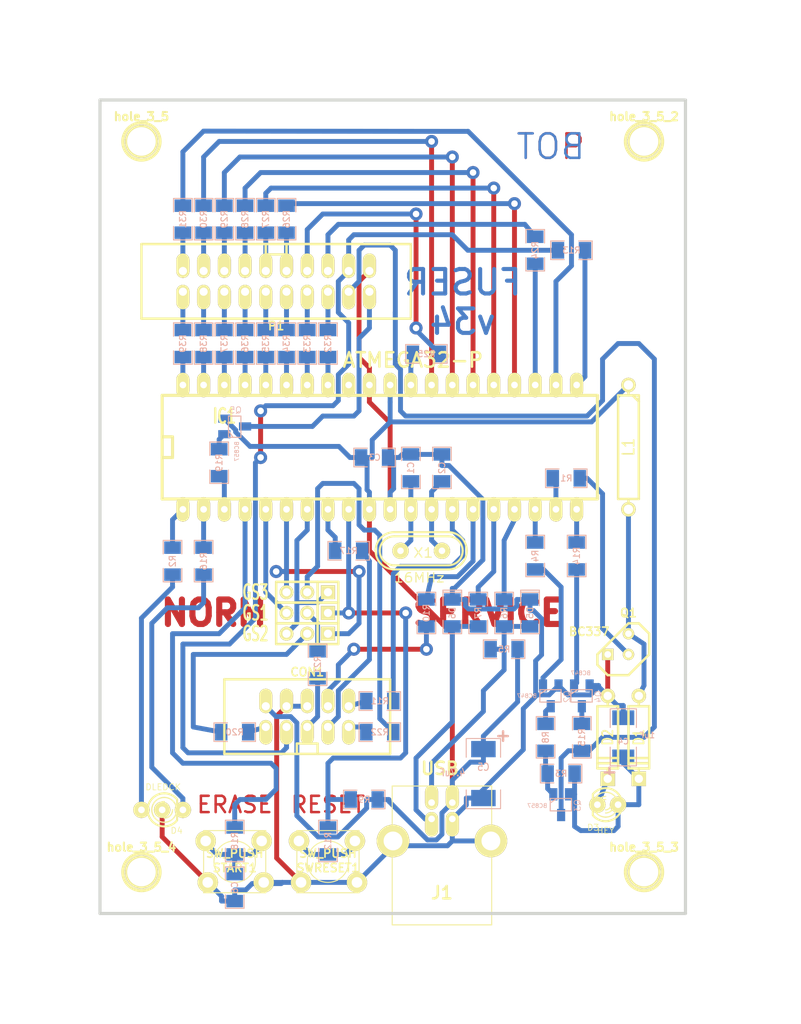
<source format=kicad_pcb>
(kicad_pcb (version 20171130) (host pcbnew "(5.1.12)-1")

  (general
    (thickness 1.6002)
    (drawings 39)
    (tracks 458)
    (zones 0)
    (modules 70)
    (nets 82)
  )

  (page A4)
  (title_block
    (title fuser)
    (date "13 mar 2014")
    (rev 33)
    (company emard)
    (comment 1 "high voltage programmer and fuse reset")
  )

  (layers
    (0 Front signal)
    (31 Back signal)
    (32 B.Adhes user)
    (33 F.Adhes user)
    (34 B.Paste user)
    (35 F.Paste user)
    (36 B.SilkS user)
    (37 F.SilkS user)
    (38 B.Mask user)
    (39 F.Mask user)
    (40 Dwgs.User user)
    (41 Cmts.User user)
    (42 Eco1.User user)
    (43 Eco2.User user)
    (44 Edge.Cuts user)
  )

  (setup
    (last_trace_width 0.59944)
    (trace_clearance 0.09906)
    (zone_clearance 0.70104)
    (zone_45_only no)
    (trace_min 0.2032)
    (via_size 1.6002)
    (via_drill 0.8001)
    (via_min_size 0.889)
    (via_min_drill 0.508)
    (uvia_size 0.508)
    (uvia_drill 0.127)
    (uvias_allowed no)
    (uvia_min_size 0.508)
    (uvia_min_drill 0.127)
    (edge_width 0.381)
    (segment_width 0.381)
    (pcb_text_width 0.3048)
    (pcb_text_size 1.524 2.032)
    (mod_edge_width 0.381)
    (mod_text_size 1.524 1.524)
    (mod_text_width 0.3048)
    (pad_size 1.69926 1.69926)
    (pad_drill 1.00076)
    (pad_to_mask_clearance 0.254)
    (aux_axis_origin 0 0)
    (visible_elements 7FFFFFFF)
    (pcbplotparams
      (layerselection 0x010f0_80000001)
      (usegerberextensions true)
      (usegerberattributes true)
      (usegerberadvancedattributes true)
      (creategerberjobfile true)
      (excludeedgelayer false)
      (linewidth 0.150000)
      (plotframeref false)
      (viasonmask false)
      (mode 1)
      (useauxorigin false)
      (hpglpennumber 1)
      (hpglpenspeed 20)
      (hpglpendiameter 15.000000)
      (psnegative false)
      (psa4output false)
      (plotreference false)
      (plotvalue true)
      (plotinvisibletext true)
      (padsonsilk false)
      (subtractmaskfromsilk false)
      (outputformat 1)
      (mirror false)
      (drillshape 0)
      (scaleselection 1)
      (outputdirectory "plot/"))
  )

  (net 0 "")
  (net 1 +12V)
  (net 2 +5V)
  (net 3 /BS1)
  (net 4 /BS1_A)
  (net 5 /BS2)
  (net 6 /BS2_A)
  (net 7 /CLK)
  (net 8 /CLK_A)
  (net 9 /D+)
  (net 10 /D-)
  (net 11 /D0)
  (net 12 /D0_A)
  (net 13 /D1)
  (net 14 /D1_A)
  (net 15 /D2)
  (net 16 /D2_A)
  (net 17 /D3)
  (net 18 /D3_A)
  (net 19 /D4)
  (net 20 /D4_A)
  (net 21 /D5)
  (net 22 /D5_A)
  (net 23 /D6)
  (net 24 /D6_A)
  (net 25 /D7)
  (net 26 /D7_A)
  (net 27 /FLYBACK)
  (net 28 /LEDG)
  (net 29 /LEDGREEN)
  (net 30 /LEDR)
  (net 31 /LEDRED)
  (net 32 /LVC)
  (net 33 /MISO)
  (net 34 /MISO_A)
  (net 35 /MISO_B)
  (net 36 /MOSI)
  (net 37 /MOSI_A)
  (net 38 /MOSI_B)
  (net 39 /NPNBH)
  (net 40 /NPNBL)
  (net 41 /NPNCH)
  (net 42 /OE)
  (net 43 /OE_A)
  (net 44 /PAGEL)
  (net 45 /PAGEL_A)
  (net 46 /PNPBH)
  (net 47 /PWM)
  (net 48 /PWMB)
  (net 49 /RDY)
  (net 50 /RDY_A)
  (net 51 /RESET)
  (net 52 /RESETBTN)
  (net 53 /RST)
  (net 54 /RST12V)
  (net 55 /RSTH)
  (net 56 /RSTL)
  (net 57 /RST_A)
  (net 58 /RST_B)
  (net 59 /RXD)
  (net 60 /RXD_A)
  (net 61 /SCK)
  (net 62 /SCK_A)
  (net 63 /START)
  (net 64 /STARTBTN)
  (net 65 /TXD)
  (net 66 /TXD_A)
  (net 67 /VCC)
  (net 68 /VCCB)
  (net 69 /VD+)
  (net 70 /VD-)
  (net 71 /WR)
  (net 72 /WR_A)
  (net 73 /XA0)
  (net 74 /XA0_A)
  (net 75 /XA1)
  (net 76 /XA1_A)
  (net 77 /ZV)
  (net 78 /nVCC)
  (net 79 GND)
  (net 80 N-0000024)
  (net 81 N-0000050)

  (net_class Default "This is the default net class."
    (clearance 0.09906)
    (trace_width 0.59944)
    (via_dia 1.6002)
    (via_drill 0.8001)
    (uvia_dia 0.508)
    (uvia_drill 0.127)
    (add_net +12V)
    (add_net /BS1)
    (add_net /BS1_A)
    (add_net /BS2)
    (add_net /BS2_A)
    (add_net /CLK)
    (add_net /CLK_A)
    (add_net /D+)
    (add_net /D-)
    (add_net /D0)
    (add_net /D0_A)
    (add_net /D1)
    (add_net /D1_A)
    (add_net /D2)
    (add_net /D2_A)
    (add_net /D3)
    (add_net /D3_A)
    (add_net /D4)
    (add_net /D4_A)
    (add_net /D5)
    (add_net /D5_A)
    (add_net /D6)
    (add_net /D6_A)
    (add_net /D7)
    (add_net /D7_A)
    (add_net /FLYBACK)
    (add_net /LEDG)
    (add_net /LEDGREEN)
    (add_net /LEDR)
    (add_net /LEDRED)
    (add_net /LVC)
    (add_net /MISO)
    (add_net /MISO_A)
    (add_net /MISO_B)
    (add_net /MOSI)
    (add_net /MOSI_A)
    (add_net /MOSI_B)
    (add_net /NPNBH)
    (add_net /NPNBL)
    (add_net /NPNCH)
    (add_net /OE)
    (add_net /OE_A)
    (add_net /PAGEL)
    (add_net /PAGEL_A)
    (add_net /PNPBH)
    (add_net /PWM)
    (add_net /PWMB)
    (add_net /RDY)
    (add_net /RDY_A)
    (add_net /RESET)
    (add_net /RESETBTN)
    (add_net /RST)
    (add_net /RST12V)
    (add_net /RSTH)
    (add_net /RSTL)
    (add_net /RST_A)
    (add_net /RST_B)
    (add_net /RXD)
    (add_net /RXD_A)
    (add_net /SCK)
    (add_net /SCK_A)
    (add_net /START)
    (add_net /STARTBTN)
    (add_net /TXD)
    (add_net /TXD_A)
    (add_net /VCC)
    (add_net /VCCB)
    (add_net /VD+)
    (add_net /VD-)
    (add_net /WR)
    (add_net /WR_A)
    (add_net /XA0)
    (add_net /XA0_A)
    (add_net /XA1)
    (add_net /XA1_A)
    (add_net /ZV)
    (add_net /nVCC)
    (add_net N-0000024)
    (add_net N-0000050)
  )

  (net_class Edge ""
    (clearance 0.09906)
    (trace_width 1.00076)
    (via_dia 1.6002)
    (via_drill 0.8001)
    (uvia_dia 0.508)
    (uvia_drill 0.127)
  )

  (net_class Power ""
    (clearance 0.09906)
    (trace_width 0.59944)
    (via_dia 1.6002)
    (via_drill 0.8001)
    (uvia_dia 0.508)
    (uvia_drill 0.127)
    (add_net +5V)
    (add_net GND)
  )

  (module SOT23_INV-bigpads (layer Back) (tedit 5263C034) (tstamp 50227575)
    (at 107.95 80.01 90)
    (descr "SOT_23 1-2 inverted big pads")
    (tags SOT23)
    (path /502BA5C8)
    (fp_text reference Q5 (at 1.99898 0.09906) (layer B.SilkS)
      (effects (font (size 0.762 0.762) (thickness 0.0762)) (justify mirror))
    )
    (fp_text value BC857 (at -3.048 0.254 90) (layer B.SilkS)
      (effects (font (size 0.50038 0.50038) (thickness 0.0762)) (justify mirror))
    )
    (fp_line (start 1.27 0.762) (end 1.27 -0.762) (layer B.SilkS) (width 0.127))
    (fp_line (start -1.3335 0.762) (end 1.27 0.762) (layer B.SilkS) (width 0.127))
    (fp_line (start -1.3335 -0.762) (end -1.3335 0.762) (layer B.SilkS) (width 0.127))
    (fp_line (start 1.27 -0.762) (end -1.3335 -0.762) (layer B.SilkS) (width 0.127))
    (fp_line (start -0.508 -0.762) (end -1.27 -0.254) (layer B.SilkS) (width 0.127))
    (pad 3 smd rect (at 0 1.27 90) (size 1.00076 1.50114) (layers Back B.Paste B.Mask)
      (net 67 /VCC))
    (pad 1 smd rect (at 0.9525 -1.27 90) (size 1.00076 1.50114) (layers Back B.Paste B.Mask)
      (net 2 +5V))
    (pad 2 smd rect (at -0.9525 -1.27 90) (size 1.00076 1.50114) (layers Back B.Paste B.Mask)
      (net 68 /VCCB))
    (model smd/SOT23_6.wrl
      (at (xyz 0 0 0))
      (scale (xyz 0.11 0.11 0.11))
      (rotate (xyz 0 0 -180))
    )
  )

  (module USB_B-bigpads (layer Front) (tedit 5263BB6A) (tstamp 500F0D91)
    (at 133.35 130.81)
    (tags USB)
    (path /50141A4B)
    (fp_text reference J1 (at 0 6.35) (layer F.SilkS)
      (effects (font (size 1.524 1.524) (thickness 0.3048)))
    )
    (fp_text value USB (at -0.254 -8.89) (layer F.SilkS)
      (effects (font (size 1.524 1.524) (thickness 0.3048)))
    )
    (fp_line (start -6.096 -6.731) (end -6.096 10.287) (layer F.SilkS) (width 0.127))
    (fp_line (start 6.096 -6.731) (end -6.096 -6.731) (layer F.SilkS) (width 0.127))
    (fp_line (start 6.096 10.287) (end 6.096 -6.731) (layer F.SilkS) (width 0.127))
    (fp_line (start -6.096 10.287) (end 6.096 10.287) (layer F.SilkS) (width 0.127))
    (pad 1 thru_hole oval (at 1.27 -4.699) (size 1.6002 2.99974) (drill 0.8128 (offset 0 -0.65024)) (layers *.Cu *.Mask F.SilkS)
      (net 2 +5V))
    (pad 2 thru_hole oval (at -1.27 -4.699) (size 1.6002 2.99974) (drill 0.8128 (offset 0 -0.65024)) (layers *.Cu *.Mask F.SilkS)
      (net 10 /D-))
    (pad 3 thru_hole oval (at -1.27 -2.70002) (size 1.6002 2.99974) (drill 0.8128 (offset 0 0.65024)) (layers *.Cu *.Mask F.SilkS)
      (net 9 /D+))
    (pad 4 thru_hole oval (at 1.27 -2.70002) (size 1.6002 2.99974) (drill 0.8128 (offset 0 0.65024)) (layers *.Cu *.Mask F.SilkS)
      (net 79 GND))
    (pad 5 thru_hole circle (at 5.99948 0) (size 4.0005 4.0005) (drill 2.30124) (layers *.Cu *.Mask F.SilkS)
      (net 79 GND))
    (pad 6 thru_hole circle (at -5.99948 0) (size 4.0005 4.0005) (drill 2.30124) (layers *.Cu *.Mask F.SilkS)
      (net 79 GND))
    (model connectors/USB_type_B.wrl
      (offset (xyz 0 0 0.02539999961853028))
      (scale (xyz 0.3937 0.3937 0.3937))
      (rotate (xyz 0 0 0))
    )
  )

  (module crystal_hc-49s (layer Front) (tedit 5263B7FA) (tstamp 500F0DC9)
    (at 130.81 95.25 180)
    (descr "Crystal, HC-49S")
    (tags QUARTZ)
    (path /50107A42)
    (autoplace_cost180 10)
    (fp_text reference X1 (at -0.254 -0.254 180) (layer F.SilkS)
      (effects (font (size 1.143 1.27) (thickness 0.1524)))
    )
    (fp_text value 16MHz (at 0.254 -3.302 180) (layer F.SilkS)
      (effects (font (size 1.143 1.27) (thickness 0.1524)))
    )
    (fp_line (start -3.302 -2.286) (end 3.302 -2.286) (layer F.SilkS) (width 0.254))
    (fp_line (start 3.302 2.286) (end -3.302 2.286) (layer F.SilkS) (width 0.254))
    (fp_line (start 3.302 -1.778) (end -3.302 -1.778) (layer F.SilkS) (width 0.254))
    (fp_line (start -3.302 1.778) (end 3.302 1.778) (layer F.SilkS) (width 0.254))
    (fp_arc (start 3.302 0) (end 3.302 -2.286) (angle 90) (layer F.SilkS) (width 0.254))
    (fp_arc (start 3.302 0) (end 5.08 0) (angle 90) (layer F.SilkS) (width 0.254))
    (fp_arc (start 3.302 0) (end 3.302 -1.778) (angle 90) (layer F.SilkS) (width 0.254))
    (fp_arc (start -3.302 0) (end -3.302 1.778) (angle 90) (layer F.SilkS) (width 0.254))
    (fp_arc (start -3.302 0) (end -5.08 0) (angle 90) (layer F.SilkS) (width 0.254))
    (fp_arc (start 3.302 0) (end 5.588 0) (angle 90) (layer F.SilkS) (width 0.254))
    (fp_arc (start -3.302 0) (end -3.302 2.286) (angle 90) (layer F.SilkS) (width 0.254))
    (fp_arc (start -3.302 0) (end -5.588 0) (angle 90) (layer F.SilkS) (width 0.254))
    (pad 1 thru_hole circle (at -2.54 0 180) (size 1.99898 1.99898) (drill 0.8001) (layers *.Cu *.Mask F.SilkS)
      (net 81 N-0000050))
    (pad 2 thru_hole circle (at 2.54 0 180) (size 1.99898 1.99898) (drill 0.8001) (layers *.Cu *.Mask F.SilkS)
      (net 80 N-0000024))
    (model walter/misc_comp/crystal_hc-49s.wrl
      (at (xyz 0 0 0))
      (scale (xyz 1 1 1))
      (rotate (xyz 0 0 0))
    )
  )

  (module conn_strip_5x2_largepads (layer Front) (tedit 5012A01F) (tstamp 500F0E75)
    (at 116.84 115.57)
    (descr "connector strip 5x2pin large pads")
    (tags "CONN DEV")
    (path /50058E96)
    (fp_text reference CON1 (at 0 -5.461) (layer F.SilkS)
      (effects (font (size 1.016 1.016) (thickness 0.2032)))
    )
    (fp_text value AVR-ISP-10 (at 0 5.461) (layer F.SilkS) hide
      (effects (font (size 1.016 0.889) (thickness 0.2032)))
    )
    (fp_line (start -1.27 3.302) (end -1.27 4.572) (layer F.SilkS) (width 0.29972))
    (fp_line (start 1.27 3.302) (end -1.27 3.302) (layer F.SilkS) (width 0.29972))
    (fp_line (start 1.27 4.572) (end 1.27 3.302) (layer F.SilkS) (width 0.29972))
    (fp_line (start -10.16 4.572) (end 10.16 4.572) (layer F.SilkS) (width 0.29972))
    (fp_line (start 10.16 -4.572) (end 10.16 4.572) (layer F.SilkS) (width 0.29972))
    (fp_line (start 10.16 -4.572) (end -10.16 -4.572) (layer F.SilkS) (width 0.29972))
    (fp_line (start -10.16 -4.572) (end -10.16 4.572) (layer F.SilkS) (width 0.29972))
    (pad 1 thru_hole oval (at -5.08 1.27) (size 1.6002 2.99974) (drill 1.00076 (offset 0 0.65024)) (layers *.Cu *.Mask F.SilkS)
      (net 37 /MOSI_A))
    (pad 2 thru_hole oval (at -5.08 -1.27) (size 1.6002 2.99974) (drill 1.00076 (offset 0 -0.65024)) (layers *.Cu *.Mask F.SilkS)
      (net 2 +5V))
    (pad 3 thru_hole oval (at -2.54 1.27) (size 1.6002 2.99974) (drill 1.00076 (offset 0 0.65024)) (layers *.Cu *.Mask F.SilkS)
      (net 8 /CLK_A))
    (pad 4 thru_hole oval (at -2.54 -1.27) (size 1.6002 2.99974) (drill 1.00076 (offset 0 -0.65024)) (layers *.Cu *.Mask F.SilkS)
      (net 79 GND))
    (pad 5 thru_hole oval (at 0 1.27) (size 1.6002 2.99974) (drill 1.00076 (offset 0 0.65024)) (layers *.Cu *.Mask F.SilkS)
      (net 57 /RST_A))
    (pad 6 thru_hole oval (at 0 -1.27) (size 1.6002 2.99974) (drill 1.00076 (offset 0 -0.65024)) (layers *.Cu *.Mask F.SilkS)
      (net 79 GND))
    (pad 7 thru_hole oval (at 2.54 1.27) (size 1.6002 2.99974) (drill 1.00076 (offset 0 0.65024)) (layers *.Cu *.Mask F.SilkS)
      (net 62 /SCK_A))
    (pad 8 thru_hole oval (at 2.54 -1.27) (size 1.6002 2.99974) (drill 1.00076 (offset 0 -0.65024)) (layers *.Cu *.Mask F.SilkS)
      (net 66 /TXD_A))
    (pad 9 thru_hole oval (at 5.08 1.27) (size 1.6002 2.99974) (drill 1.00076 (offset 0 0.65024)) (layers *.Cu *.Mask F.SilkS)
      (net 34 /MISO_A))
    (pad 10 thru_hole oval (at 5.08 -1.27) (size 1.6002 2.99974) (drill 1.00076 (offset 0 -0.65024)) (layers *.Cu *.Mask F.SilkS)
      (net 60 /RXD_A))
    (model walter/conn_strip/vasch_strip_5x2.wrl
      (at (xyz 0 0 0))
      (scale (xyz 1 1 1))
      (rotate (xyz 0 0 0))
    )
  )

  (module conn_strip_10x2_largepads (layer Front) (tedit 5012A150) (tstamp 500F0D90)
    (at 113.03 62.23 180)
    (descr "connector strip 10x2pin large pads")
    (tags "CONN DEV")
    (path /50068789)
    (fp_text reference P1 (at 0 -5.461 180) (layer F.SilkS)
      (effects (font (size 1.016 1.016) (thickness 0.2032)))
    )
    (fp_text value CONN_10X2 (at 0 5.461 180) (layer F.SilkS) hide
      (effects (font (size 1.016 0.889) (thickness 0.2032)))
    )
    (fp_line (start -1.27 3.302) (end -1.27 4.572) (layer F.SilkS) (width 0.29972))
    (fp_line (start 1.27 3.302) (end -1.27 3.302) (layer F.SilkS) (width 0.29972))
    (fp_line (start 1.27 4.572) (end 1.27 3.302) (layer F.SilkS) (width 0.29972))
    (fp_line (start 16.51 -4.572) (end 16.51 4.572) (layer F.SilkS) (width 0.29972))
    (fp_line (start -16.51 -4.572) (end -16.51 4.572) (layer F.SilkS) (width 0.29972))
    (fp_line (start -16.51 -4.572) (end 16.51 -4.572) (layer F.SilkS) (width 0.3048))
    (fp_line (start 16.51 4.572) (end -16.51 4.572) (layer F.SilkS) (width 0.3048))
    (pad 1 thru_hole oval (at -11.43 1.27 180) (size 1.6002 2.99974) (drill 1.00076 (offset 0 0.65024)) (layers *.Cu *.Mask F.SilkS)
      (net 79 GND))
    (pad 2 thru_hole oval (at -11.43 -1.27 180) (size 1.6002 2.99974) (drill 1.00076 (offset 0 -0.65024)) (layers *.Cu *.Mask F.SilkS)
      (net 67 /VCC))
    (pad 3 thru_hole oval (at -8.89 1.27 180) (size 1.6002 2.99974) (drill 1.00076 (offset 0 0.65024)) (layers *.Cu *.Mask F.SilkS)
      (net 8 /CLK_A))
    (pad 4 thru_hole oval (at -8.89 -1.27 180) (size 1.6002 2.99974) (drill 1.00076 (offset 0 -0.65024)) (layers *.Cu *.Mask F.SilkS)
      (net 54 /RST12V))
    (pad 5 thru_hole oval (at -6.35 1.27 180) (size 1.6002 2.99974) (drill 1.00076 (offset 0 0.65024)) (layers *.Cu *.Mask F.SilkS)
      (net 6 /BS2_A))
    (pad 6 thru_hole oval (at -6.35 -1.27 180) (size 1.6002 2.99974) (drill 1.00076 (offset 0 -0.65024)) (layers *.Cu *.Mask F.SilkS)
      (net 26 /D7_A))
    (pad 7 thru_hole oval (at -3.81 1.27 180) (size 1.6002 2.99974) (drill 1.00076 (offset 0 0.65024)) (layers *.Cu *.Mask F.SilkS)
      (net 50 /RDY_A))
    (pad 8 thru_hole oval (at -3.81 -1.27 180) (size 1.6002 2.99974) (drill 1.00076 (offset 0 -0.65024)) (layers *.Cu *.Mask F.SilkS)
      (net 24 /D6_A))
    (pad 9 thru_hole oval (at -1.27 1.27 180) (size 1.6002 2.99974) (drill 1.00076 (offset 0 0.65024)) (layers *.Cu *.Mask F.SilkS)
      (net 43 /OE_A))
    (pad 10 thru_hole oval (at -1.27 -1.27 180) (size 1.6002 2.99974) (drill 1.00076 (offset 0 -0.65024)) (layers *.Cu *.Mask F.SilkS)
      (net 22 /D5_A))
    (pad 11 thru_hole oval (at 1.27 1.27 180) (size 1.6002 2.99974) (drill 1.00076 (offset 0 0.65024)) (layers *.Cu *.Mask F.SilkS)
      (net 72 /WR_A))
    (pad 12 thru_hole oval (at 1.27 -1.27 180) (size 1.6002 2.99974) (drill 1.00076 (offset 0 -0.65024)) (layers *.Cu *.Mask F.SilkS)
      (net 20 /D4_A))
    (pad 13 thru_hole oval (at 3.81 1.27 180) (size 1.6002 2.99974) (drill 1.00076 (offset 0 0.65024)) (layers *.Cu *.Mask F.SilkS)
      (net 4 /BS1_A))
    (pad 14 thru_hole oval (at 3.81 -1.27 180) (size 1.6002 2.99974) (drill 1.00076 (offset 0 -0.65024)) (layers *.Cu *.Mask F.SilkS)
      (net 18 /D3_A))
    (pad 15 thru_hole oval (at 6.35 1.27 180) (size 1.6002 2.99974) (drill 1.00076 (offset 0 0.65024)) (layers *.Cu *.Mask F.SilkS)
      (net 74 /XA0_A))
    (pad 16 thru_hole oval (at 6.35 -1.27 180) (size 1.6002 2.99974) (drill 1.00076 (offset 0 -0.65024)) (layers *.Cu *.Mask F.SilkS)
      (net 16 /D2_A))
    (pad 17 thru_hole oval (at 8.89 1.27 180) (size 1.6002 2.99974) (drill 1.00076 (offset 0 0.65024)) (layers *.Cu *.Mask F.SilkS)
      (net 76 /XA1_A))
    (pad 18 thru_hole oval (at 8.89 -1.27 180) (size 1.6002 2.99974) (drill 1.00076 (offset 0 -0.65024)) (layers *.Cu *.Mask F.SilkS)
      (net 14 /D1_A))
    (pad 19 thru_hole oval (at 11.43 1.27 180) (size 1.6002 2.99974) (drill 1.00076 (offset 0 0.65024)) (layers *.Cu *.Mask F.SilkS)
      (net 45 /PAGEL_A))
    (pad 20 thru_hole oval (at 11.43 -1.27 180) (size 1.6002 2.99974) (drill 1.00076 (offset 0 -0.65024)) (layers *.Cu *.Mask F.SilkS)
      (net 12 /D0_A))
    (model walter/conn_strip/vasch_strip_10x2.wrl
      (at (xyz 0 0 0))
      (scale (xyz 1 1 1))
      (rotate (xyz 0 0 0))
    )
  )

  (module LED-3MM-bigpads (layer Front) (tedit 5263BC53) (tstamp 50147864)
    (at 153.67 126.365 180)
    (descr "LED 3mm - Lead pitch 100mil (2,54mm)")
    (tags "LED led 3mm 3MM 100mil 2,54mm")
    (path /4FBD5D47)
    (fp_text reference D3 (at 1.778 -2.794 180) (layer F.SilkS)
      (effects (font (size 0.762 0.762) (thickness 0.0889)))
    )
    (fp_text value HEY (at 0.254 -3.175 180) (layer F.SilkS)
      (effects (font (size 0.762 0.762) (thickness 0.0889)))
    )
    (fp_line (start 1.8288 1.27) (end 1.8288 -1.27) (layer F.SilkS) (width 0.254))
    (fp_arc (start 0.254 0) (end -1.27 0) (angle 39.8) (layer F.SilkS) (width 0.1524))
    (fp_arc (start 0.254 0) (end -0.88392 1.01092) (angle 41.6) (layer F.SilkS) (width 0.1524))
    (fp_arc (start 0.254 0) (end 1.4097 -0.9906) (angle 40.6) (layer F.SilkS) (width 0.1524))
    (fp_arc (start 0.254 0) (end 1.778 0) (angle 39.8) (layer F.SilkS) (width 0.1524))
    (fp_arc (start 0.254 0) (end 0.254 -1.524) (angle 54.4) (layer F.SilkS) (width 0.1524))
    (fp_arc (start 0.254 0) (end -0.9652 -0.9144) (angle 53.1) (layer F.SilkS) (width 0.1524))
    (fp_arc (start 0.254 0) (end 1.45542 0.93472) (angle 52.1) (layer F.SilkS) (width 0.1524))
    (fp_arc (start 0.254 0) (end 0.254 1.524) (angle 52.1) (layer F.SilkS) (width 0.1524))
    (fp_arc (start 0.254 0) (end -0.381 0) (angle 90) (layer F.SilkS) (width 0.1524))
    (fp_arc (start 0.254 0) (end -0.762 0) (angle 90) (layer F.SilkS) (width 0.1524))
    (fp_arc (start 0.254 0) (end 0.889 0) (angle 90) (layer F.SilkS) (width 0.1524))
    (fp_arc (start 0.254 0) (end 1.27 0) (angle 90) (layer F.SilkS) (width 0.1524))
    (fp_arc (start 0.254 0) (end 0.254 -2.032) (angle 50.1) (layer F.SilkS) (width 0.254))
    (fp_arc (start 0.254 0) (end -1.5367 -0.95504) (angle 61.9) (layer F.SilkS) (width 0.254))
    (fp_arc (start 0.254 0) (end 1.8034 1.31064) (angle 49.7) (layer F.SilkS) (width 0.254))
    (fp_arc (start 0.254 0) (end 0.254 2.032) (angle 60.2) (layer F.SilkS) (width 0.254))
    (fp_arc (start 0.254 0) (end -1.778 0) (angle 28.3) (layer F.SilkS) (width 0.254))
    (fp_arc (start 0.254 0) (end -1.47574 1.06426) (angle 31.6) (layer F.SilkS) (width 0.254))
    (pad 1 thru_hole circle (at -1.27 0 180) (size 1.99898 1.99898) (drill 0.8128) (layers *.Cu *.Paste *.Mask F.SilkS)
      (net 1 +12V))
    (pad 2 thru_hole circle (at 1.27 0 180) (size 1.99898 1.99898) (drill 0.8128) (layers *.Cu *.Paste *.Mask F.SilkS)
      (net 77 /ZV))
    (model led/led5_vertical_yellow.wrl
      (at (xyz 0 0 0))
      (scale (xyz 1 1 1))
      (rotate (xyz 0 0 0))
    )
  )

  (module LED-3MM-dual-bigpads (layer Front) (tedit 5263BC77) (tstamp 500F0DCC)
    (at 99.06 127)
    (descr "dual LED 3mm - common cathode - Lead pitch 100mil (2,54mm)")
    (tags "dual LED led common cathode 3mm 3MM 100mil 2,54mm")
    (path /5013D2B6)
    (fp_text reference D4 (at 1.778 2.54) (layer F.SilkS)
      (effects (font (size 0.762 0.762) (thickness 0.0889)))
    )
    (fp_text value DLEDCK (at 0.127 -2.794) (layer F.SilkS)
      (effects (font (size 0.762 0.762) (thickness 0.0889)))
    )
    (fp_line (start 1.8288 1.27) (end 1.8288 -1.27) (layer F.SilkS) (width 0.254))
    (fp_arc (start 0.254 0) (end -1.27 0) (angle 39.8) (layer F.SilkS) (width 0.1524))
    (fp_arc (start 0.254 0) (end -0.88392 1.01092) (angle 41.6) (layer F.SilkS) (width 0.1524))
    (fp_arc (start 0.254 0) (end 1.4097 -0.9906) (angle 40.6) (layer F.SilkS) (width 0.1524))
    (fp_arc (start 0.254 0) (end 1.778 0) (angle 39.8) (layer F.SilkS) (width 0.1524))
    (fp_arc (start 0.254 0) (end 0.254 -1.524) (angle 54.4) (layer F.SilkS) (width 0.1524))
    (fp_arc (start 0.254 0) (end -0.9652 -0.9144) (angle 53.1) (layer F.SilkS) (width 0.1524))
    (fp_arc (start 0.254 0) (end 1.45542 0.93472) (angle 52.1) (layer F.SilkS) (width 0.1524))
    (fp_arc (start 0.254 0) (end 0.254 1.524) (angle 52.1) (layer F.SilkS) (width 0.1524))
    (fp_arc (start 0.254 0) (end -0.381 0) (angle 90) (layer F.SilkS) (width 0.1524))
    (fp_arc (start 0.254 0) (end -0.762 0) (angle 90) (layer F.SilkS) (width 0.1524))
    (fp_arc (start 0.254 0) (end 0.889 0) (angle 90) (layer F.SilkS) (width 0.1524))
    (fp_arc (start 0.254 0) (end 1.27 0) (angle 90) (layer F.SilkS) (width 0.1524))
    (fp_arc (start 0.254 0) (end 0.254 -2.032) (angle 50.1) (layer F.SilkS) (width 0.254))
    (fp_arc (start 0.254 0) (end -1.5367 -0.95504) (angle 61.9) (layer F.SilkS) (width 0.254))
    (fp_arc (start 0.254 0) (end 1.8034 1.31064) (angle 49.7) (layer F.SilkS) (width 0.254))
    (fp_arc (start 0.254 0) (end 0.254 2.032) (angle 60.2) (layer F.SilkS) (width 0.254))
    (fp_arc (start 0.254 0) (end -1.778 0) (angle 28.3) (layer F.SilkS) (width 0.254))
    (fp_arc (start 0.254 0) (end -1.47574 1.06426) (angle 31.6) (layer F.SilkS) (width 0.254))
    (pad 1 thru_hole circle (at -2.54 0) (size 1.99898 1.99898) (drill 0.8128) (layers *.Cu *.Paste *.Mask F.SilkS)
      (net 30 /LEDR))
    (pad 2 thru_hole circle (at 0 0) (size 1.99898 1.99898) (drill 0.8128) (layers *.Cu *.Paste *.Mask F.SilkS)
      (net 79 GND))
    (pad 3 thru_hole circle (at 2.54 0) (size 1.99898 1.99898) (drill 0.8128) (layers *.Cu *.Paste *.Mask F.SilkS)
      (net 28 /LEDG))
    (model led/led5_vertical_white.wrl
      (at (xyz 0 0 0))
      (scale (xyz 1 1 1))
      (rotate (xyz 0 0 0))
    )
  )

  (module SIL-3_bigpads (layer Front) (tedit 5263BB8A) (tstamp 500F0DC6)
    (at 116.84 102.87 180)
    (descr "Connector 3 pins big pads")
    (tags "CONN DEV")
    (path /50058FFD)
    (fp_text reference GS1 (at 6.35 0 180) (layer F.SilkS)
      (effects (font (size 1.7907 1.07696) (thickness 0.26924)))
    )
    (fp_text value GS3 (at -6.096 0 180) (layer F.SilkS) hide
      (effects (font (size 1.524 1.016) (thickness 0.254)))
    )
    (fp_line (start -1.27 -1.27) (end -1.27 1.27) (layer F.SilkS) (width 0.3048))
    (fp_line (start 3.81 1.27) (end -3.81 1.27) (layer F.SilkS) (width 0.3048))
    (fp_line (start 3.81 -1.27) (end 3.81 1.27) (layer F.SilkS) (width 0.3048))
    (fp_line (start -3.81 -1.27) (end 3.81 -1.27) (layer F.SilkS) (width 0.3048))
    (fp_line (start -3.81 1.27) (end -3.81 -1.27) (layer F.SilkS) (width 0.3048))
    (pad 1 thru_hole rect (at -2.54 0 180) (size 1.69926 1.69926) (drill 1.00076) (layers *.Cu *.Mask F.SilkS)
      (net 51 /RESET))
    (pad 2 thru_hole circle (at 0 0 180) (size 1.69926 1.69926) (drill 1.00076) (layers *.Cu *.Mask F.SilkS)
      (net 58 /RST_B))
    (pad 3 thru_hole circle (at 2.54 0 180) (size 1.69926 1.69926) (drill 1.00076) (layers *.Cu *.Mask F.SilkS)
      (net 53 /RST))
  )

  (module SIL-3_bigpads (layer Front) (tedit 5263BB7F) (tstamp 500F0DC4)
    (at 116.84 105.41 180)
    (descr "Connector 3 pins big pads")
    (tags "CONN DEV")
    (path /50059627)
    (fp_text reference GS2 (at 6.35 0 180) (layer F.SilkS)
      (effects (font (size 1.7907 1.07696) (thickness 0.26924)))
    )
    (fp_text value GS3 (at -6.096 -0.254 180) (layer F.SilkS) hide
      (effects (font (size 1.524 1.016) (thickness 0.254)))
    )
    (fp_line (start -1.27 -1.27) (end -1.27 1.27) (layer F.SilkS) (width 0.3048))
    (fp_line (start 3.81 1.27) (end -3.81 1.27) (layer F.SilkS) (width 0.3048))
    (fp_line (start 3.81 -1.27) (end 3.81 1.27) (layer F.SilkS) (width 0.3048))
    (fp_line (start -3.81 -1.27) (end 3.81 -1.27) (layer F.SilkS) (width 0.3048))
    (fp_line (start -3.81 1.27) (end -3.81 -1.27) (layer F.SilkS) (width 0.3048))
    (pad 1 thru_hole rect (at -2.54 0 180) (size 1.69926 1.69926) (drill 1.00076) (layers *.Cu *.Mask F.SilkS)
      (net 36 /MOSI))
    (pad 2 thru_hole circle (at 0 0 180) (size 1.69926 1.69926) (drill 1.00076) (layers *.Cu *.Mask F.SilkS)
      (net 38 /MOSI_B))
    (pad 3 thru_hole circle (at 2.54 0 180) (size 1.69926 1.69926) (drill 1.00076) (layers *.Cu *.Mask F.SilkS)
      (net 33 /MISO))
  )

  (module SIL-3_bigpads (layer Front) (tedit 5263BB74) (tstamp 52639AD4)
    (at 116.84 100.33 180)
    (descr "Connector 3 pins big pads")
    (tags "CONN DEV")
    (path /50059632)
    (fp_text reference GS3 (at 6.35 0 180) (layer F.SilkS)
      (effects (font (size 1.7907 1.07696) (thickness 0.26924)))
    )
    (fp_text value GS3 (at -6.096 0 180) (layer F.SilkS) hide
      (effects (font (size 1.524 1.016) (thickness 0.254)))
    )
    (fp_line (start -1.27 -1.27) (end -1.27 1.27) (layer F.SilkS) (width 0.3048))
    (fp_line (start 3.81 1.27) (end -3.81 1.27) (layer F.SilkS) (width 0.3048))
    (fp_line (start 3.81 -1.27) (end 3.81 1.27) (layer F.SilkS) (width 0.3048))
    (fp_line (start -3.81 -1.27) (end 3.81 -1.27) (layer F.SilkS) (width 0.3048))
    (fp_line (start -3.81 1.27) (end -3.81 -1.27) (layer F.SilkS) (width 0.3048))
    (pad 1 thru_hole rect (at -2.54 0 180) (size 1.69926 1.69926) (drill 1.00076) (layers *.Cu *.Mask F.SilkS)
      (net 33 /MISO))
    (pad 2 thru_hole circle (at 0 0 180) (size 1.69926 1.69926) (drill 1.00076) (layers *.Cu *.Mask F.SilkS)
      (net 35 /MISO_B))
    (pad 3 thru_hole circle (at 2.54 0 180) (size 1.69926 1.69926) (drill 1.00076) (layers *.Cu *.Mask F.SilkS)
      (net 36 /MOSI))
  )

  (module DIP-40__600-bigpads (layer Front) (tedit 5263BB9A) (tstamp 500F0DCF)
    (at 125.73 82.55)
    (descr "Module Dil 40 pins, pads ronds, e=600 mils")
    (tags DIL)
    (path /4FAF8DCC)
    (fp_text reference IC1 (at -19.05 -3.81) (layer F.SilkS)
      (effects (font (size 1.778 1.143) (thickness 0.28702)))
    )
    (fp_text value ATMEGA32-P (at 4.064 -10.668) (layer F.SilkS)
      (effects (font (size 1.778 1.778) (thickness 0.3048)))
    )
    (fp_line (start -26.67 6.35) (end -26.67 -6.35) (layer F.SilkS) (width 0.381))
    (fp_line (start 26.67 6.35) (end -26.67 6.35) (layer F.SilkS) (width 0.381))
    (fp_line (start 26.67 -6.35) (end 26.67 6.35) (layer F.SilkS) (width 0.381))
    (fp_line (start -26.67 -6.35) (end 26.67 -6.35) (layer F.SilkS) (width 0.381))
    (fp_line (start -25.4 1.27) (end -26.67 1.27) (layer F.SilkS) (width 0.381))
    (fp_line (start -25.4 -1.27) (end -25.4 1.27) (layer F.SilkS) (width 0.381))
    (fp_line (start -26.67 -1.27) (end -25.4 -1.27) (layer F.SilkS) (width 0.381))
    (pad 1 thru_hole oval (at -24.13 7.62) (size 1.6002 2.99974) (drill 0.8128) (layers *.Cu *.Mask F.SilkS)
      (net 31 /LEDRED))
    (pad 2 thru_hole oval (at -21.59 7.62) (size 1.6002 2.99974) (drill 0.8128) (layers *.Cu *.Mask F.SilkS)
      (net 29 /LEDGREEN))
    (pad 3 thru_hole oval (at -19.05 7.62) (size 1.6002 2.99974) (drill 0.8128) (layers *.Cu *.Mask F.SilkS)
      (net 78 /nVCC))
    (pad 4 thru_hole oval (at -16.51 7.62) (size 1.6002 2.99974) (drill 0.8128) (layers *.Cu *.Mask F.SilkS)
      (net 63 /START))
    (pad 5 thru_hole oval (at -13.97 7.62) (size 1.6002 2.99974) (drill 0.8128) (layers *.Cu *.Mask F.SilkS)
      (net 53 /RST))
    (pad 6 thru_hole oval (at -11.43 7.62) (size 1.6002 2.99974) (drill 0.8128) (layers *.Cu *.Mask F.SilkS)
      (net 36 /MOSI))
    (pad 7 thru_hole oval (at -8.89 7.62) (size 1.6002 2.99974) (drill 0.8128) (layers *.Cu *.Mask F.SilkS)
      (net 33 /MISO))
    (pad 8 thru_hole oval (at -6.35 7.62) (size 1.6002 2.99974) (drill 0.8128) (layers *.Cu *.Mask F.SilkS)
      (net 61 /SCK))
    (pad 9 thru_hole oval (at -3.81 7.62) (size 1.6002 2.99974) (drill 0.8128) (layers *.Cu *.Mask F.SilkS)
      (net 51 /RESET))
    (pad 10 thru_hole oval (at -1.27 7.62) (size 1.6002 2.99974) (drill 0.8128) (layers *.Cu *.Mask F.SilkS)
      (net 2 +5V))
    (pad 11 thru_hole oval (at 1.27 7.62) (size 1.6002 2.99974) (drill 0.8128) (layers *.Cu *.Mask F.SilkS)
      (net 79 GND))
    (pad 12 thru_hole oval (at 3.81 7.62) (size 1.6002 2.99974) (drill 0.8128) (layers *.Cu *.Mask F.SilkS)
      (net 80 N-0000024))
    (pad 13 thru_hole oval (at 6.35 7.62) (size 1.6002 2.99974) (drill 0.8128) (layers *.Cu *.Mask F.SilkS)
      (net 81 N-0000050))
    (pad 14 thru_hole oval (at 8.89 7.62) (size 1.6002 2.99974) (drill 0.8128) (layers *.Cu *.Mask F.SilkS)
      (net 59 /RXD))
    (pad 15 thru_hole oval (at 11.43 7.62) (size 1.6002 2.99974) (drill 0.8128) (layers *.Cu *.Mask F.SilkS)
      (net 65 /TXD))
    (pad 16 thru_hole oval (at 13.97 7.62) (size 1.6002 2.99974) (drill 0.8128) (layers *.Cu *.Mask F.SilkS)
      (net 69 /VD+))
    (pad 17 thru_hole oval (at 16.51 7.62) (size 1.6002 2.99974) (drill 0.8128) (layers *.Cu *.Mask F.SilkS)
      (net 70 /VD-))
    (pad 18 thru_hole oval (at 19.05 7.62) (size 1.6002 2.99974) (drill 0.8128) (layers *.Cu *.Mask F.SilkS)
      (net 55 /RSTH))
    (pad 19 thru_hole oval (at 21.59 7.62) (size 1.6002 2.99974) (drill 0.8128) (layers *.Cu *.Mask F.SilkS)
      (net 47 /PWM))
    (pad 20 thru_hole oval (at 24.13 7.62) (size 1.6002 2.99974) (drill 0.8128) (layers *.Cu *.Mask F.SilkS)
      (net 56 /RSTL))
    (pad 21 thru_hole oval (at 24.13 -7.62) (size 1.6002 2.99974) (drill 0.8128) (layers *.Cu *.Mask F.SilkS)
      (net 7 /CLK))
    (pad 22 thru_hole oval (at 21.59 -7.62) (size 1.6002 2.99974) (drill 0.8128) (layers *.Cu *.Mask F.SilkS)
      (net 44 /PAGEL))
    (pad 23 thru_hole oval (at 19.05 -7.62) (size 1.6002 2.99974) (drill 0.8128) (layers *.Cu *.Mask F.SilkS)
      (net 5 /BS2))
    (pad 24 thru_hole oval (at 16.51 -7.62) (size 1.6002 2.99974) (drill 0.8128) (layers *.Cu *.Mask F.SilkS)
      (net 42 /OE))
    (pad 25 thru_hole oval (at 13.97 -7.62) (size 1.6002 2.99974) (drill 0.8128) (layers *.Cu *.Mask F.SilkS)
      (net 71 /WR))
    (pad 26 thru_hole oval (at 11.43 -7.62) (size 1.6002 2.99974) (drill 0.8128) (layers *.Cu *.Mask F.SilkS)
      (net 3 /BS1))
    (pad 27 thru_hole oval (at 8.89 -7.62) (size 1.6002 2.99974) (drill 0.8128) (layers *.Cu *.Mask F.SilkS)
      (net 73 /XA0))
    (pad 28 thru_hole oval (at 6.35 -7.62) (size 1.6002 2.99974) (drill 0.8128) (layers *.Cu *.Mask F.SilkS)
      (net 75 /XA1))
    (pad 29 thru_hole oval (at 3.81 -7.62) (size 1.6002 2.99974) (drill 0.8128) (layers *.Cu *.Mask F.SilkS)
      (net 49 /RDY))
    (pad 30 thru_hole oval (at 1.27 -7.62) (size 1.6002 2.99974) (drill 0.8128) (layers *.Cu *.Mask F.SilkS)
      (net 2 +5V))
    (pad 31 thru_hole oval (at -1.27 -7.62) (size 1.6002 2.99974) (drill 0.8128) (layers *.Cu *.Mask F.SilkS)
      (net 79 GND))
    (pad 32 thru_hole oval (at -3.81 -7.62) (size 1.6002 2.99974) (drill 0.8128) (layers *.Cu *.Mask F.SilkS))
    (pad 33 thru_hole oval (at -6.35 -7.62) (size 1.6002 2.99974) (drill 0.8128) (layers *.Cu *.Mask F.SilkS)
      (net 25 /D7))
    (pad 34 thru_hole oval (at -8.89 -7.62) (size 1.6002 2.99974) (drill 0.8128) (layers *.Cu *.Mask F.SilkS)
      (net 23 /D6))
    (pad 35 thru_hole oval (at -11.43 -7.62) (size 1.6002 2.99974) (drill 0.8128) (layers *.Cu *.Mask F.SilkS)
      (net 21 /D5))
    (pad 36 thru_hole oval (at -13.97 -7.62) (size 1.6002 2.99974) (drill 0.8128) (layers *.Cu *.Mask F.SilkS)
      (net 19 /D4))
    (pad 37 thru_hole oval (at -16.51 -7.62) (size 1.6002 2.99974) (drill 0.8128) (layers *.Cu *.Mask F.SilkS)
      (net 17 /D3))
    (pad 38 thru_hole oval (at -19.05 -7.62) (size 1.6002 2.99974) (drill 0.8128) (layers *.Cu *.Mask F.SilkS)
      (net 15 /D2))
    (pad 39 thru_hole oval (at -21.59 -7.62) (size 1.6002 2.99974) (drill 0.8128) (layers *.Cu *.Mask F.SilkS)
      (net 13 /D1))
    (pad 40 thru_hole oval (at -24.13 -7.62) (size 1.6002 2.99974) (drill 0.8128) (layers *.Cu *.Mask F.SilkS)
      (net 11 /D0))
    (model dil/dil_40-w600.wrl
      (at (xyz 0 0 0))
      (scale (xyz 1 1 1))
      (rotate (xyz 0 0 0))
    )
  )

  (module SOT23_INV-bigpads (layer Back) (tedit 5263BFEA) (tstamp 502BAA45)
    (at 146.685 113.03)
    (descr "SOT_23 1-2 inverted big pads")
    (tags SOT23)
    (path /4FAFC3FE)
    (fp_text reference Q2 (at 1.99898 0.09906 270) (layer B.SilkS)
      (effects (font (size 0.762 0.762) (thickness 0.0762)) (justify mirror))
    )
    (fp_text value BC847 (at -2.921 0) (layer B.SilkS)
      (effects (font (size 0.50038 0.50038) (thickness 0.0762)) (justify mirror))
    )
    (fp_line (start 1.27 0.762) (end 1.27 -0.762) (layer B.SilkS) (width 0.127))
    (fp_line (start -1.3335 0.762) (end 1.27 0.762) (layer B.SilkS) (width 0.127))
    (fp_line (start -1.3335 -0.762) (end -1.3335 0.762) (layer B.SilkS) (width 0.127))
    (fp_line (start 1.27 -0.762) (end -1.3335 -0.762) (layer B.SilkS) (width 0.127))
    (fp_line (start -0.508 -0.762) (end -1.27 -0.254) (layer B.SilkS) (width 0.127))
    (pad 3 smd rect (at 0 1.27) (size 1.00076 1.50114) (layers Back B.Paste B.Mask)
      (net 41 /NPNCH))
    (pad 1 smd rect (at 0.9525 -1.27) (size 1.00076 1.50114) (layers Back B.Paste B.Mask)
      (net 79 GND))
    (pad 2 smd rect (at -0.9525 -1.27) (size 1.00076 1.50114) (layers Back B.Paste B.Mask)
      (net 39 /NPNBH))
    (model smd/SOT23_6.wrl
      (at (xyz 0 0 0))
      (scale (xyz 0.11 0.11 0.11))
      (rotate (xyz 0 0 -180))
    )
  )

  (module SOT23_INV-bigpads (layer Back) (tedit 5263BF5D) (tstamp 502BAA47)
    (at 147.955 126.365)
    (descr "SOT_23 1-2 inverted big pads")
    (tags SOT23)
    (path /50058081)
    (fp_text reference Q3 (at 1.99898 0.09906 270) (layer B.SilkS)
      (effects (font (size 0.762 0.762) (thickness 0.0762)) (justify mirror))
    )
    (fp_text value BC857 (at -2.921 0.127) (layer B.SilkS)
      (effects (font (size 0.50038 0.50038) (thickness 0.0762)) (justify mirror))
    )
    (fp_line (start 1.27 0.762) (end 1.27 -0.762) (layer B.SilkS) (width 0.127))
    (fp_line (start -1.3335 0.762) (end 1.27 0.762) (layer B.SilkS) (width 0.127))
    (fp_line (start -1.3335 -0.762) (end -1.3335 0.762) (layer B.SilkS) (width 0.127))
    (fp_line (start 1.27 -0.762) (end -1.3335 -0.762) (layer B.SilkS) (width 0.127))
    (fp_line (start -0.508 -0.762) (end -1.27 -0.254) (layer B.SilkS) (width 0.127))
    (pad 3 smd rect (at 0 1.27) (size 1.00076 1.50114) (layers Back B.Paste B.Mask)
      (net 54 /RST12V))
    (pad 1 smd rect (at 0.9525 -1.27) (size 1.00076 1.50114) (layers Back B.Paste B.Mask)
      (net 1 +12V))
    (pad 2 smd rect (at -0.9525 -1.27) (size 1.00076 1.50114) (layers Back B.Paste B.Mask)
      (net 46 /PNPBH))
    (model smd/SOT23_6.wrl
      (at (xyz 0 0 0))
      (scale (xyz 0.11 0.11 0.11))
      (rotate (xyz 0 0 -180))
    )
  )

  (module SOT23_INV-bigpads (layer Back) (tedit 5263B792) (tstamp 502BAA49)
    (at 150.495 113.03)
    (descr "SOT_23 1-2 inverted big pads")
    (tags SOT23)
    (path /50067B6E)
    (fp_text reference Q4 (at 1.99898 0.09906 270) (layer B.SilkS)
      (effects (font (size 0.762 0.762) (thickness 0.0762)) (justify mirror))
    )
    (fp_text value BC847 (at -0.127 -2.794) (layer B.SilkS)
      (effects (font (size 0.50038 0.50038) (thickness 0.0762)) (justify mirror))
    )
    (fp_line (start 1.27 0.762) (end 1.27 -0.762) (layer B.SilkS) (width 0.127))
    (fp_line (start -1.3335 0.762) (end 1.27 0.762) (layer B.SilkS) (width 0.127))
    (fp_line (start -1.3335 -0.762) (end -1.3335 0.762) (layer B.SilkS) (width 0.127))
    (fp_line (start 1.27 -0.762) (end -1.3335 -0.762) (layer B.SilkS) (width 0.127))
    (fp_line (start -0.508 -0.762) (end -1.27 -0.254) (layer B.SilkS) (width 0.127))
    (pad 3 smd rect (at 0 1.27) (size 1.00076 1.50114) (layers Back B.Paste B.Mask)
      (net 32 /LVC))
    (pad 1 smd rect (at 0.9525 -1.27) (size 1.00076 1.50114) (layers Back B.Paste B.Mask)
      (net 79 GND))
    (pad 2 smd rect (at -0.9525 -1.27) (size 1.00076 1.50114) (layers Back B.Paste B.Mask)
      (net 40 /NPNBL))
    (model smd/SOT23_6.wrl
      (at (xyz 0 0 0))
      (scale (xyz 0.11 0.11 0.11))
      (rotate (xyz 0 0 -180))
    )
  )

  (module SM1206 (layer Back) (tedit 5263B9CE) (tstamp 5072D1E7)
    (at 114.3 69.85 90)
    (path /5072CEC5)
    (attr smd)
    (fp_text reference R34 (at 0 0 90) (layer B.SilkS)
      (effects (font (size 0.762 0.762) (thickness 0.127)) (justify mirror))
    )
    (fp_text value 330 (at 0 0 180) (layer B.SilkS) hide
      (effects (font (size 0.762 0.762) (thickness 0.127)) (justify mirror))
    )
    (fp_line (start -0.889 1.143) (end -2.54 1.143) (layer B.SilkS) (width 0.127))
    (fp_line (start 2.54 -1.143) (end 0.889 -1.143) (layer B.SilkS) (width 0.127))
    (fp_line (start 2.54 1.143) (end 2.54 -1.143) (layer B.SilkS) (width 0.127))
    (fp_line (start 0.889 1.143) (end 2.54 1.143) (layer B.SilkS) (width 0.127))
    (fp_line (start -2.54 -1.143) (end -0.889 -1.143) (layer B.SilkS) (width 0.127))
    (fp_line (start -2.54 1.143) (end -2.54 -1.143) (layer B.SilkS) (width 0.127))
    (pad 1 smd rect (at -1.651 0 90) (size 1.524 2.032) (layers Back B.Paste B.Mask)
      (net 21 /D5))
    (pad 2 smd rect (at 1.651 0 90) (size 1.524 2.032) (layers Back B.Paste B.Mask)
      (net 22 /D5_A))
    (model smd/chip_cms.wrl
      (at (xyz 0 0 0))
      (scale (xyz 0.17 0.16 0.16))
      (rotate (xyz 0 0 0))
    )
  )

  (module SM1206 (layer Back) (tedit 5263B9D1) (tstamp 5072D1E5)
    (at 116.84 69.85 90)
    (path /5072CEC4)
    (attr smd)
    (fp_text reference R33 (at 0 0 90) (layer B.SilkS)
      (effects (font (size 0.762 0.762) (thickness 0.127)) (justify mirror))
    )
    (fp_text value 330 (at 0 0 180) (layer B.SilkS) hide
      (effects (font (size 0.762 0.762) (thickness 0.127)) (justify mirror))
    )
    (fp_line (start -0.889 1.143) (end -2.54 1.143) (layer B.SilkS) (width 0.127))
    (fp_line (start 2.54 -1.143) (end 0.889 -1.143) (layer B.SilkS) (width 0.127))
    (fp_line (start 2.54 1.143) (end 2.54 -1.143) (layer B.SilkS) (width 0.127))
    (fp_line (start 0.889 1.143) (end 2.54 1.143) (layer B.SilkS) (width 0.127))
    (fp_line (start -2.54 -1.143) (end -0.889 -1.143) (layer B.SilkS) (width 0.127))
    (fp_line (start -2.54 1.143) (end -2.54 -1.143) (layer B.SilkS) (width 0.127))
    (pad 1 smd rect (at -1.651 0 90) (size 1.524 2.032) (layers Back B.Paste B.Mask)
      (net 23 /D6))
    (pad 2 smd rect (at 1.651 0 90) (size 1.524 2.032) (layers Back B.Paste B.Mask)
      (net 24 /D6_A))
    (model smd/chip_cms.wrl
      (at (xyz 0 0 0))
      (scale (xyz 0.17 0.16 0.16))
      (rotate (xyz 0 0 0))
    )
  )

  (module SM1206 (layer Back) (tedit 5263B9C3) (tstamp 5072D1E3)
    (at 109.22 69.85 90)
    (path /5072CEC3)
    (attr smd)
    (fp_text reference R36 (at 0 0 90) (layer B.SilkS)
      (effects (font (size 0.762 0.762) (thickness 0.127)) (justify mirror))
    )
    (fp_text value 330 (at 0 0 180) (layer B.SilkS) hide
      (effects (font (size 0.762 0.762) (thickness 0.127)) (justify mirror))
    )
    (fp_line (start -0.889 1.143) (end -2.54 1.143) (layer B.SilkS) (width 0.127))
    (fp_line (start 2.54 -1.143) (end 0.889 -1.143) (layer B.SilkS) (width 0.127))
    (fp_line (start 2.54 1.143) (end 2.54 -1.143) (layer B.SilkS) (width 0.127))
    (fp_line (start 0.889 1.143) (end 2.54 1.143) (layer B.SilkS) (width 0.127))
    (fp_line (start -2.54 -1.143) (end -0.889 -1.143) (layer B.SilkS) (width 0.127))
    (fp_line (start -2.54 1.143) (end -2.54 -1.143) (layer B.SilkS) (width 0.127))
    (pad 1 smd rect (at -1.651 0 90) (size 1.524 2.032) (layers Back B.Paste B.Mask)
      (net 17 /D3))
    (pad 2 smd rect (at 1.651 0 90) (size 1.524 2.032) (layers Back B.Paste B.Mask)
      (net 18 /D3_A))
    (model smd/chip_cms.wrl
      (at (xyz 0 0 0))
      (scale (xyz 0.17 0.16 0.16))
      (rotate (xyz 0 0 0))
    )
  )

  (module SM1206 (layer Back) (tedit 5263B9BD) (tstamp 5072D1E1)
    (at 106.68 69.85 90)
    (path /5072CEC2)
    (attr smd)
    (fp_text reference R37 (at 0 0 90) (layer B.SilkS)
      (effects (font (size 0.762 0.762) (thickness 0.127)) (justify mirror))
    )
    (fp_text value 330 (at 0 0 180) (layer B.SilkS) hide
      (effects (font (size 0.762 0.762) (thickness 0.127)) (justify mirror))
    )
    (fp_line (start -0.889 1.143) (end -2.54 1.143) (layer B.SilkS) (width 0.127))
    (fp_line (start 2.54 -1.143) (end 0.889 -1.143) (layer B.SilkS) (width 0.127))
    (fp_line (start 2.54 1.143) (end 2.54 -1.143) (layer B.SilkS) (width 0.127))
    (fp_line (start 0.889 1.143) (end 2.54 1.143) (layer B.SilkS) (width 0.127))
    (fp_line (start -2.54 -1.143) (end -0.889 -1.143) (layer B.SilkS) (width 0.127))
    (fp_line (start -2.54 1.143) (end -2.54 -1.143) (layer B.SilkS) (width 0.127))
    (pad 1 smd rect (at -1.651 0 90) (size 1.524 2.032) (layers Back B.Paste B.Mask)
      (net 15 /D2))
    (pad 2 smd rect (at 1.651 0 90) (size 1.524 2.032) (layers Back B.Paste B.Mask)
      (net 16 /D2_A))
    (model smd/chip_cms.wrl
      (at (xyz 0 0 0))
      (scale (xyz 0.17 0.16 0.16))
      (rotate (xyz 0 0 0))
    )
  )

  (module SM1206 (layer Back) (tedit 5263B9C7) (tstamp 5072D1DF)
    (at 111.76 69.85 90)
    (path /5072CEC1)
    (attr smd)
    (fp_text reference R35 (at 0 0 90) (layer B.SilkS)
      (effects (font (size 0.762 0.762) (thickness 0.127)) (justify mirror))
    )
    (fp_text value 330 (at 0 0 180) (layer B.SilkS) hide
      (effects (font (size 0.762 0.762) (thickness 0.127)) (justify mirror))
    )
    (fp_line (start -0.889 1.143) (end -2.54 1.143) (layer B.SilkS) (width 0.127))
    (fp_line (start 2.54 -1.143) (end 0.889 -1.143) (layer B.SilkS) (width 0.127))
    (fp_line (start 2.54 1.143) (end 2.54 -1.143) (layer B.SilkS) (width 0.127))
    (fp_line (start 0.889 1.143) (end 2.54 1.143) (layer B.SilkS) (width 0.127))
    (fp_line (start -2.54 -1.143) (end -0.889 -1.143) (layer B.SilkS) (width 0.127))
    (fp_line (start -2.54 1.143) (end -2.54 -1.143) (layer B.SilkS) (width 0.127))
    (pad 1 smd rect (at -1.651 0 90) (size 1.524 2.032) (layers Back B.Paste B.Mask)
      (net 19 /D4))
    (pad 2 smd rect (at 1.651 0 90) (size 1.524 2.032) (layers Back B.Paste B.Mask)
      (net 20 /D4_A))
    (model smd/chip_cms.wrl
      (at (xyz 0 0 0))
      (scale (xyz 0.17 0.16 0.16))
      (rotate (xyz 0 0 0))
    )
  )

  (module SM1206 (layer Back) (tedit 5263B9B2) (tstamp 5072D1DD)
    (at 104.14 69.85 90)
    (path /5072CEC0)
    (attr smd)
    (fp_text reference R38 (at 0 0 90) (layer B.SilkS)
      (effects (font (size 0.762 0.762) (thickness 0.127)) (justify mirror))
    )
    (fp_text value 330 (at 0 0 180) (layer B.SilkS) hide
      (effects (font (size 0.762 0.762) (thickness 0.127)) (justify mirror))
    )
    (fp_line (start -0.889 1.143) (end -2.54 1.143) (layer B.SilkS) (width 0.127))
    (fp_line (start 2.54 -1.143) (end 0.889 -1.143) (layer B.SilkS) (width 0.127))
    (fp_line (start 2.54 1.143) (end 2.54 -1.143) (layer B.SilkS) (width 0.127))
    (fp_line (start 0.889 1.143) (end 2.54 1.143) (layer B.SilkS) (width 0.127))
    (fp_line (start -2.54 -1.143) (end -0.889 -1.143) (layer B.SilkS) (width 0.127))
    (fp_line (start -2.54 1.143) (end -2.54 -1.143) (layer B.SilkS) (width 0.127))
    (pad 1 smd rect (at -1.651 0 90) (size 1.524 2.032) (layers Back B.Paste B.Mask)
      (net 13 /D1))
    (pad 2 smd rect (at 1.651 0 90) (size 1.524 2.032) (layers Back B.Paste B.Mask)
      (net 14 /D1_A))
    (model smd/chip_cms.wrl
      (at (xyz 0 0 0))
      (scale (xyz 0.17 0.16 0.16))
      (rotate (xyz 0 0 0))
    )
  )

  (module SM1206 (layer Back) (tedit 5263C0EF) (tstamp 5072D1DB)
    (at 101.6 69.85 90)
    (path /5072CEBE)
    (attr smd)
    (fp_text reference R39 (at 0 0 90) (layer B.SilkS)
      (effects (font (size 0.762 0.762) (thickness 0.127)) (justify mirror))
    )
    (fp_text value 330 (at 0 -1.778 90) (layer B.SilkS) hide
      (effects (font (size 0.762 0.762) (thickness 0.127)) (justify mirror))
    )
    (fp_line (start -0.889 1.143) (end -2.54 1.143) (layer B.SilkS) (width 0.127))
    (fp_line (start 2.54 -1.143) (end 0.889 -1.143) (layer B.SilkS) (width 0.127))
    (fp_line (start 2.54 1.143) (end 2.54 -1.143) (layer B.SilkS) (width 0.127))
    (fp_line (start 0.889 1.143) (end 2.54 1.143) (layer B.SilkS) (width 0.127))
    (fp_line (start -2.54 -1.143) (end -0.889 -1.143) (layer B.SilkS) (width 0.127))
    (fp_line (start -2.54 1.143) (end -2.54 -1.143) (layer B.SilkS) (width 0.127))
    (pad 1 smd rect (at -1.651 0 90) (size 1.524 2.032) (layers Back B.Paste B.Mask)
      (net 11 /D0))
    (pad 2 smd rect (at 1.651 0 90) (size 1.524 2.032) (layers Back B.Paste B.Mask)
      (net 12 /D0_A))
    (model smd/chip_cms.wrl
      (at (xyz 0 0 0))
      (scale (xyz 0.17 0.16 0.16))
      (rotate (xyz 0 0 0))
    )
  )

  (module SM1206 (layer Back) (tedit 5263B70E) (tstamp 5072D1D9)
    (at 104.14 54.61 90)
    (path /5072CE8D)
    (attr smd)
    (fp_text reference R30 (at 0 0 90) (layer B.SilkS)
      (effects (font (size 0.762 0.762) (thickness 0.127)) (justify mirror))
    )
    (fp_text value 330 (at 3.81 0 90) (layer B.SilkS) hide
      (effects (font (size 0.762 0.762) (thickness 0.127)) (justify mirror))
    )
    (fp_line (start -0.889 1.143) (end -2.54 1.143) (layer B.SilkS) (width 0.127))
    (fp_line (start 2.54 -1.143) (end 0.889 -1.143) (layer B.SilkS) (width 0.127))
    (fp_line (start 2.54 1.143) (end 2.54 -1.143) (layer B.SilkS) (width 0.127))
    (fp_line (start 0.889 1.143) (end 2.54 1.143) (layer B.SilkS) (width 0.127))
    (fp_line (start -2.54 -1.143) (end -0.889 -1.143) (layer B.SilkS) (width 0.127))
    (fp_line (start -2.54 1.143) (end -2.54 -1.143) (layer B.SilkS) (width 0.127))
    (pad 1 smd rect (at -1.651 0 90) (size 1.524 2.032) (layers Back B.Paste B.Mask)
      (net 76 /XA1_A))
    (pad 2 smd rect (at 1.651 0 90) (size 1.524 2.032) (layers Back B.Paste B.Mask)
      (net 75 /XA1))
    (model smd/chip_cms.wrl
      (at (xyz 0 0 0))
      (scale (xyz 0.17 0.16 0.16))
      (rotate (xyz 0 0 0))
    )
  )

  (module SM1206 (layer Back) (tedit 5263B708) (tstamp 5072D1D7)
    (at 101.6 54.61 90)
    (path /5072CE8C)
    (attr smd)
    (fp_text reference R31 (at 0 0 90) (layer B.SilkS)
      (effects (font (size 0.762 0.762) (thickness 0.127)) (justify mirror))
    )
    (fp_text value 330 (at 3.81 0 90) (layer B.SilkS) hide
      (effects (font (size 0.762 0.762) (thickness 0.127)) (justify mirror))
    )
    (fp_line (start -0.889 1.143) (end -2.54 1.143) (layer B.SilkS) (width 0.127))
    (fp_line (start 2.54 -1.143) (end 0.889 -1.143) (layer B.SilkS) (width 0.127))
    (fp_line (start 2.54 1.143) (end 2.54 -1.143) (layer B.SilkS) (width 0.127))
    (fp_line (start 0.889 1.143) (end 2.54 1.143) (layer B.SilkS) (width 0.127))
    (fp_line (start -2.54 -1.143) (end -0.889 -1.143) (layer B.SilkS) (width 0.127))
    (fp_line (start -2.54 1.143) (end -2.54 -1.143) (layer B.SilkS) (width 0.127))
    (pad 1 smd rect (at -1.651 0 90) (size 1.524 2.032) (layers Back B.Paste B.Mask)
      (net 45 /PAGEL_A))
    (pad 2 smd rect (at 1.651 0 90) (size 1.524 2.032) (layers Back B.Paste B.Mask)
      (net 44 /PAGEL))
    (model smd/chip_cms.wrl
      (at (xyz 0 0 0))
      (scale (xyz 0.17 0.16 0.16))
      (rotate (xyz 0 0 0))
    )
  )

  (module SM1206 (layer Back) (tedit 5263B9D8) (tstamp 5072D1D5)
    (at 119.38 69.85 90)
    (path /5072CEC6)
    (attr smd)
    (fp_text reference R32 (at 0 0 90) (layer B.SilkS)
      (effects (font (size 0.762 0.762) (thickness 0.127)) (justify mirror))
    )
    (fp_text value 330 (at 0 2.032 90) (layer B.SilkS) hide
      (effects (font (size 0.762 0.762) (thickness 0.127)) (justify mirror))
    )
    (fp_line (start -0.889 1.143) (end -2.54 1.143) (layer B.SilkS) (width 0.127))
    (fp_line (start 2.54 -1.143) (end 0.889 -1.143) (layer B.SilkS) (width 0.127))
    (fp_line (start 2.54 1.143) (end 2.54 -1.143) (layer B.SilkS) (width 0.127))
    (fp_line (start 0.889 1.143) (end 2.54 1.143) (layer B.SilkS) (width 0.127))
    (fp_line (start -2.54 -1.143) (end -0.889 -1.143) (layer B.SilkS) (width 0.127))
    (fp_line (start -2.54 1.143) (end -2.54 -1.143) (layer B.SilkS) (width 0.127))
    (pad 1 smd rect (at -1.651 0 90) (size 1.524 2.032) (layers Back B.Paste B.Mask)
      (net 25 /D7))
    (pad 2 smd rect (at 1.651 0 90) (size 1.524 2.032) (layers Back B.Paste B.Mask)
      (net 26 /D7_A))
    (model smd/chip_cms.wrl
      (at (xyz 0 0 0))
      (scale (xyz 0.17 0.16 0.16))
      (rotate (xyz 0 0 0))
    )
  )

  (module SM1206 (layer Back) (tedit 5263B721) (tstamp 5072D1D3)
    (at 114.3 54.61 90)
    (path /5072CE84)
    (attr smd)
    (fp_text reference R26 (at 0 0 90) (layer B.SilkS)
      (effects (font (size 0.762 0.762) (thickness 0.127)) (justify mirror))
    )
    (fp_text value 330 (at 3.81 0 90) (layer B.SilkS) hide
      (effects (font (size 0.762 0.762) (thickness 0.127)) (justify mirror))
    )
    (fp_line (start -0.889 1.143) (end -2.54 1.143) (layer B.SilkS) (width 0.127))
    (fp_line (start 2.54 -1.143) (end 0.889 -1.143) (layer B.SilkS) (width 0.127))
    (fp_line (start 2.54 1.143) (end 2.54 -1.143) (layer B.SilkS) (width 0.127))
    (fp_line (start 0.889 1.143) (end 2.54 1.143) (layer B.SilkS) (width 0.127))
    (fp_line (start -2.54 -1.143) (end -0.889 -1.143) (layer B.SilkS) (width 0.127))
    (fp_line (start -2.54 1.143) (end -2.54 -1.143) (layer B.SilkS) (width 0.127))
    (pad 1 smd rect (at -1.651 0 90) (size 1.524 2.032) (layers Back B.Paste B.Mask)
      (net 43 /OE_A))
    (pad 2 smd rect (at 1.651 0 90) (size 1.524 2.032) (layers Back B.Paste B.Mask)
      (net 42 /OE))
    (model smd/chip_cms.wrl
      (at (xyz 0 0 0))
      (scale (xyz 0.17 0.16 0.16))
      (rotate (xyz 0 0 0))
    )
  )

  (module SM1206 (layer Back) (tedit 5263B718) (tstamp 5072D1D1)
    (at 109.22 54.61 90)
    (path /5072CE83)
    (attr smd)
    (fp_text reference R28 (at 0 0 90) (layer B.SilkS)
      (effects (font (size 0.762 0.762) (thickness 0.127)) (justify mirror))
    )
    (fp_text value 330 (at 3.81 0 90) (layer B.SilkS) hide
      (effects (font (size 0.762 0.762) (thickness 0.127)) (justify mirror))
    )
    (fp_line (start -0.889 1.143) (end -2.54 1.143) (layer B.SilkS) (width 0.127))
    (fp_line (start 2.54 -1.143) (end 0.889 -1.143) (layer B.SilkS) (width 0.127))
    (fp_line (start 2.54 1.143) (end 2.54 -1.143) (layer B.SilkS) (width 0.127))
    (fp_line (start 0.889 1.143) (end 2.54 1.143) (layer B.SilkS) (width 0.127))
    (fp_line (start -2.54 -1.143) (end -0.889 -1.143) (layer B.SilkS) (width 0.127))
    (fp_line (start -2.54 1.143) (end -2.54 -1.143) (layer B.SilkS) (width 0.127))
    (pad 1 smd rect (at -1.651 0 90) (size 1.524 2.032) (layers Back B.Paste B.Mask)
      (net 4 /BS1_A))
    (pad 2 smd rect (at 1.651 0 90) (size 1.524 2.032) (layers Back B.Paste B.Mask)
      (net 3 /BS1))
    (model smd/chip_cms.wrl
      (at (xyz 0 0 0))
      (scale (xyz 0.17 0.16 0.16))
      (rotate (xyz 0 0 0))
    )
  )

  (module SM1206 (layer Back) (tedit 5263B71C) (tstamp 5072D1CF)
    (at 111.76 54.61 90)
    (path /5072CE82)
    (attr smd)
    (fp_text reference R27 (at 0 0 90) (layer B.SilkS)
      (effects (font (size 0.762 0.762) (thickness 0.127)) (justify mirror))
    )
    (fp_text value 330 (at 3.81 0 90) (layer B.SilkS) hide
      (effects (font (size 0.762 0.762) (thickness 0.127)) (justify mirror))
    )
    (fp_line (start -0.889 1.143) (end -2.54 1.143) (layer B.SilkS) (width 0.127))
    (fp_line (start 2.54 -1.143) (end 0.889 -1.143) (layer B.SilkS) (width 0.127))
    (fp_line (start 2.54 1.143) (end 2.54 -1.143) (layer B.SilkS) (width 0.127))
    (fp_line (start 0.889 1.143) (end 2.54 1.143) (layer B.SilkS) (width 0.127))
    (fp_line (start -2.54 -1.143) (end -0.889 -1.143) (layer B.SilkS) (width 0.127))
    (fp_line (start -2.54 1.143) (end -2.54 -1.143) (layer B.SilkS) (width 0.127))
    (pad 1 smd rect (at -1.651 0 90) (size 1.524 2.032) (layers Back B.Paste B.Mask)
      (net 72 /WR_A))
    (pad 2 smd rect (at 1.651 0 90) (size 1.524 2.032) (layers Back B.Paste B.Mask)
      (net 71 /WR))
    (model smd/chip_cms.wrl
      (at (xyz 0 0 0))
      (scale (xyz 0.17 0.16 0.16))
      (rotate (xyz 0 0 0))
    )
  )

  (module SM1206 (layer Back) (tedit 5263B6FB) (tstamp 5072D1CD)
    (at 144.78 58.42 270)
    (path /5072CE75)
    (attr smd)
    (fp_text reference R24 (at 0 0 270) (layer B.SilkS)
      (effects (font (size 0.762 0.762) (thickness 0.127)) (justify mirror))
    )
    (fp_text value 330 (at 0 2.032 270) (layer B.SilkS) hide
      (effects (font (size 0.762 0.762) (thickness 0.127)) (justify mirror))
    )
    (fp_line (start -0.889 1.143) (end -2.54 1.143) (layer B.SilkS) (width 0.127))
    (fp_line (start 2.54 -1.143) (end 0.889 -1.143) (layer B.SilkS) (width 0.127))
    (fp_line (start 2.54 1.143) (end 2.54 -1.143) (layer B.SilkS) (width 0.127))
    (fp_line (start 0.889 1.143) (end 2.54 1.143) (layer B.SilkS) (width 0.127))
    (fp_line (start -2.54 -1.143) (end -0.889 -1.143) (layer B.SilkS) (width 0.127))
    (fp_line (start -2.54 1.143) (end -2.54 -1.143) (layer B.SilkS) (width 0.127))
    (pad 1 smd rect (at -1.651 0 270) (size 1.524 2.032) (layers Back B.Paste B.Mask)
      (net 6 /BS2_A))
    (pad 2 smd rect (at 1.651 0 270) (size 1.524 2.032) (layers Back B.Paste B.Mask)
      (net 5 /BS2))
    (model smd/chip_cms.wrl
      (at (xyz 0 0 0))
      (scale (xyz 0.17 0.16 0.16))
      (rotate (xyz 0 0 0))
    )
  )

  (module SM1206 (layer Back) (tedit 5263B6E9) (tstamp 5072D1CB)
    (at 131.445 71.12 180)
    (path /5072CE6D)
    (attr smd)
    (fp_text reference R25 (at 0 0 180) (layer B.SilkS)
      (effects (font (size 0.762 0.762) (thickness 0.127)) (justify mirror))
    )
    (fp_text value 330 (at -0.127 2.032 180) (layer B.SilkS) hide
      (effects (font (size 0.762 0.762) (thickness 0.127)) (justify mirror))
    )
    (fp_line (start -0.889 1.143) (end -2.54 1.143) (layer B.SilkS) (width 0.127))
    (fp_line (start 2.54 -1.143) (end 0.889 -1.143) (layer B.SilkS) (width 0.127))
    (fp_line (start 2.54 1.143) (end 2.54 -1.143) (layer B.SilkS) (width 0.127))
    (fp_line (start 0.889 1.143) (end 2.54 1.143) (layer B.SilkS) (width 0.127))
    (fp_line (start -2.54 -1.143) (end -0.889 -1.143) (layer B.SilkS) (width 0.127))
    (fp_line (start -2.54 1.143) (end -2.54 -1.143) (layer B.SilkS) (width 0.127))
    (pad 1 smd rect (at -1.651 0 180) (size 1.524 2.032) (layers Back B.Paste B.Mask)
      (net 50 /RDY_A))
    (pad 2 smd rect (at 1.651 0 180) (size 1.524 2.032) (layers Back B.Paste B.Mask)
      (net 49 /RDY))
    (model smd/chip_cms.wrl
      (at (xyz 0 0 0))
      (scale (xyz 0.17 0.16 0.16))
      (rotate (xyz 0 0 0))
    )
  )

  (module SM1206 (layer Back) (tedit 5263B698) (tstamp 5072D1C7)
    (at 118.11 109.22 90)
    (path /5072CDDD)
    (attr smd)
    (fp_text reference R21 (at 0 0 90) (layer B.SilkS)
      (effects (font (size 0.762 0.762) (thickness 0.127)) (justify mirror))
    )
    (fp_text value 330 (at 0 1.778 90) (layer B.SilkS) hide
      (effects (font (size 0.762 0.762) (thickness 0.127)) (justify mirror))
    )
    (fp_line (start -0.889 1.143) (end -2.54 1.143) (layer B.SilkS) (width 0.127))
    (fp_line (start 2.54 -1.143) (end 0.889 -1.143) (layer B.SilkS) (width 0.127))
    (fp_line (start 2.54 1.143) (end 2.54 -1.143) (layer B.SilkS) (width 0.127))
    (fp_line (start 0.889 1.143) (end 2.54 1.143) (layer B.SilkS) (width 0.127))
    (fp_line (start -2.54 -1.143) (end -0.889 -1.143) (layer B.SilkS) (width 0.127))
    (fp_line (start -2.54 1.143) (end -2.54 -1.143) (layer B.SilkS) (width 0.127))
    (pad 1 smd rect (at -1.651 0 90) (size 1.524 2.032) (layers Back B.Paste B.Mask)
      (net 57 /RST_A))
    (pad 2 smd rect (at 1.651 0 90) (size 1.524 2.032) (layers Back B.Paste B.Mask)
      (net 58 /RST_B))
    (model smd/chip_cms.wrl
      (at (xyz 0 0 0))
      (scale (xyz 0.17 0.16 0.16))
      (rotate (xyz 0 0 0))
    )
  )

  (module SM1206 (layer Back) (tedit 5263BE04) (tstamp 5072D1C5)
    (at 125.73 117.475)
    (path /5072CDC2)
    (attr smd)
    (fp_text reference R22 (at 0 0) (layer B.SilkS)
      (effects (font (size 0.762 0.762) (thickness 0.127)) (justify mirror))
    )
    (fp_text value 330 (at 0 1.905) (layer B.SilkS) hide
      (effects (font (size 0.762 0.762) (thickness 0.127)) (justify mirror))
    )
    (fp_line (start -0.889 1.143) (end -2.54 1.143) (layer B.SilkS) (width 0.127))
    (fp_line (start 2.54 -1.143) (end 0.889 -1.143) (layer B.SilkS) (width 0.127))
    (fp_line (start 2.54 1.143) (end 2.54 -1.143) (layer B.SilkS) (width 0.127))
    (fp_line (start 0.889 1.143) (end 2.54 1.143) (layer B.SilkS) (width 0.127))
    (fp_line (start -2.54 -1.143) (end -0.889 -1.143) (layer B.SilkS) (width 0.127))
    (fp_line (start -2.54 1.143) (end -2.54 -1.143) (layer B.SilkS) (width 0.127))
    (pad 1 smd rect (at -1.651 0) (size 1.524 2.032) (layers Back B.Paste B.Mask)
      (net 34 /MISO_A))
    (pad 2 smd rect (at 1.651 0) (size 1.524 2.032) (layers Back B.Paste B.Mask)
      (net 35 /MISO_B))
    (model smd/chip_cms.wrl
      (at (xyz 0 0 0))
      (scale (xyz 0.17 0.16 0.16))
      (rotate (xyz 0 0 0))
    )
  )

  (module SM1206 (layer Back) (tedit 52639D22) (tstamp 5072D1C3)
    (at 107.95 117.475 180)
    (path /5072CDB6)
    (attr smd)
    (fp_text reference R20 (at 0 0 180) (layer B.SilkS)
      (effects (font (size 0.762 0.762) (thickness 0.127)) (justify mirror))
    )
    (fp_text value 330 (at 0 1.651 180) (layer B.SilkS) hide
      (effects (font (size 0.762 0.762) (thickness 0.127)) (justify mirror))
    )
    (fp_line (start -0.889 1.143) (end -2.54 1.143) (layer B.SilkS) (width 0.127))
    (fp_line (start 2.54 -1.143) (end 0.889 -1.143) (layer B.SilkS) (width 0.127))
    (fp_line (start 2.54 1.143) (end 2.54 -1.143) (layer B.SilkS) (width 0.127))
    (fp_line (start 0.889 1.143) (end 2.54 1.143) (layer B.SilkS) (width 0.127))
    (fp_line (start -2.54 -1.143) (end -0.889 -1.143) (layer B.SilkS) (width 0.127))
    (fp_line (start -2.54 1.143) (end -2.54 -1.143) (layer B.SilkS) (width 0.127))
    (pad 1 smd rect (at -1.651 0 180) (size 1.524 2.032) (layers Back B.Paste B.Mask)
      (net 37 /MOSI_A))
    (pad 2 smd rect (at 1.651 0 180) (size 1.524 2.032) (layers Back B.Paste B.Mask)
      (net 38 /MOSI_B))
    (model smd/chip_cms.wrl
      (at (xyz 0 0 0))
      (scale (xyz 0.17 0.16 0.16))
      (rotate (xyz 0 0 0))
    )
  )

  (module SM1206 (layer Back) (tedit 5263B713) (tstamp 5072D1C1)
    (at 106.68 54.61 90)
    (path /5072CE8B)
    (attr smd)
    (fp_text reference R29 (at 0 0 90) (layer B.SilkS)
      (effects (font (size 0.762 0.762) (thickness 0.127)) (justify mirror))
    )
    (fp_text value 330 (at 3.81 0 90) (layer B.SilkS) hide
      (effects (font (size 0.762 0.762) (thickness 0.127)) (justify mirror))
    )
    (fp_line (start -0.889 1.143) (end -2.54 1.143) (layer B.SilkS) (width 0.127))
    (fp_line (start 2.54 -1.143) (end 0.889 -1.143) (layer B.SilkS) (width 0.127))
    (fp_line (start 2.54 1.143) (end 2.54 -1.143) (layer B.SilkS) (width 0.127))
    (fp_line (start 0.889 1.143) (end 2.54 1.143) (layer B.SilkS) (width 0.127))
    (fp_line (start -2.54 -1.143) (end -0.889 -1.143) (layer B.SilkS) (width 0.127))
    (fp_line (start -2.54 1.143) (end -2.54 -1.143) (layer B.SilkS) (width 0.127))
    (pad 1 smd rect (at -1.651 0 90) (size 1.524 2.032) (layers Back B.Paste B.Mask)
      (net 74 /XA0_A))
    (pad 2 smd rect (at 1.651 0 90) (size 1.524 2.032) (layers Back B.Paste B.Mask)
      (net 73 /XA0))
    (model smd/chip_cms.wrl
      (at (xyz 0 0 0))
      (scale (xyz 0.17 0.16 0.16))
      (rotate (xyz 0 0 0))
    )
  )

  (module SM1206 (layer Back) (tedit 5263B675) (tstamp 50326FF7)
    (at 107.95 136.525 270)
    (path /50326F5F)
    (attr smd)
    (fp_text reference C6 (at 0 0 270) (layer B.SilkS)
      (effects (font (size 0.762 0.762) (thickness 0.127)) (justify mirror))
    )
    (fp_text value 1nF (at 1.143 1.778 270) (layer B.SilkS) hide
      (effects (font (size 0.762 0.762) (thickness 0.127)) (justify mirror))
    )
    (fp_line (start -0.889 1.143) (end -2.54 1.143) (layer B.SilkS) (width 0.127))
    (fp_line (start 2.54 -1.143) (end 0.889 -1.143) (layer B.SilkS) (width 0.127))
    (fp_line (start 2.54 1.143) (end 2.54 -1.143) (layer B.SilkS) (width 0.127))
    (fp_line (start 0.889 1.143) (end 2.54 1.143) (layer B.SilkS) (width 0.127))
    (fp_line (start -2.54 -1.143) (end -0.889 -1.143) (layer B.SilkS) (width 0.127))
    (fp_line (start -2.54 1.143) (end -2.54 -1.143) (layer B.SilkS) (width 0.127))
    (pad 1 smd rect (at -1.651 0 270) (size 1.524 2.032) (layers Back B.Paste B.Mask)
      (net 64 /STARTBTN))
    (pad 2 smd rect (at 1.651 0 270) (size 1.524 2.032) (layers Back B.Paste B.Mask)
      (net 79 GND))
    (model smd/chip_cms.wrl
      (at (xyz 0 0 0))
      (scale (xyz 0.17 0.16 0.16))
      (rotate (xyz 0 0 0))
    )
  )

  (module SM1206 (layer Back) (tedit 5263B6B2) (tstamp 502BA337)
    (at 106.045 84.455 270)
    (path /502BA262)
    (attr smd)
    (fp_text reference R19 (at 0 0 270) (layer B.SilkS)
      (effects (font (size 0.762 0.762) (thickness 0.127)) (justify mirror))
    )
    (fp_text value 1k (at -0.127 1.905 270) (layer B.SilkS) hide
      (effects (font (size 0.762 0.762) (thickness 0.127)) (justify mirror))
    )
    (fp_line (start -0.889 1.143) (end -2.54 1.143) (layer B.SilkS) (width 0.127))
    (fp_line (start 2.54 -1.143) (end 0.889 -1.143) (layer B.SilkS) (width 0.127))
    (fp_line (start 2.54 1.143) (end 2.54 -1.143) (layer B.SilkS) (width 0.127))
    (fp_line (start 0.889 1.143) (end 2.54 1.143) (layer B.SilkS) (width 0.127))
    (fp_line (start -2.54 -1.143) (end -0.889 -1.143) (layer B.SilkS) (width 0.127))
    (fp_line (start -2.54 1.143) (end -2.54 -1.143) (layer B.SilkS) (width 0.127))
    (pad 1 smd rect (at -1.651 0 270) (size 1.524 2.032) (layers Back B.Paste B.Mask)
      (net 68 /VCCB))
    (pad 2 smd rect (at 1.651 0 270) (size 1.524 2.032) (layers Back B.Paste B.Mask)
      (net 78 /nVCC))
    (model smd/chip_cms.wrl
      (at (xyz 0 0 0))
      (scale (xyz 0.17 0.16 0.16))
      (rotate (xyz 0 0 0))
    )
  )

  (module SM2010 (layer Back) (tedit 5263B777) (tstamp 500F0D9B)
    (at 155.575 118.11 90)
    (tags "CMS SM")
    (path /4FBD6717)
    (attr smd)
    (fp_text reference C4 (at -0.50038 0) (layer B.SilkS)
      (effects (font (size 0.70104 0.70104) (thickness 0.127)) (justify mirror))
    )
    (fp_text value 1uF (at 0.254 2.921) (layer B.SilkS)
      (effects (font (size 0.70104 0.70104) (thickness 0.127)) (justify mirror))
    )
    (fp_line (start -3.48488 -1.60528) (end -1.19888 -1.60528) (layer B.SilkS) (width 0.11938))
    (fp_line (start -1.19888 1.60528) (end -3.48488 1.60528) (layer B.SilkS) (width 0.11938))
    (fp_line (start 3.48234 1.60528) (end 1.19634 1.60528) (layer B.SilkS) (width 0.11938))
    (fp_line (start 1.19634 -1.60528) (end 3.48234 -1.60528) (layer B.SilkS) (width 0.11938))
    (fp_line (start -3.50012 1.6002) (end -3.50012 -1.6002) (layer B.SilkS) (width 0.11938))
    (fp_line (start 3.50012 1.6002) (end 3.50012 -1.6002) (layer B.SilkS) (width 0.11938))
    (fp_text user + (at -4.30022 -1.80086 90) (layer B.SilkS)
      (effects (font (size 1.524 1.524) (thickness 0.29972)) (justify mirror))
    )
    (pad 1 smd rect (at -2.4003 0 90) (size 1.80086 2.70002) (layers Back B.Paste B.Mask)
      (net 1 +12V))
    (pad 2 smd rect (at 2.4003 0 90) (size 1.80086 2.70002) (layers Back B.Paste B.Mask)
      (net 79 GND))
    (model smd\chip_smd_pol_wide.wrl
      (at (xyz 0 0 0))
      (scale (xyz 0.35 0.35 0.35))
      (rotate (xyz 0 0 0))
    )
  )

  (module SM1206 (layer Back) (tedit 5263B6BE) (tstamp 500F0D99)
    (at 125.095 83.82)
    (path /50200892)
    (attr smd)
    (fp_text reference C3 (at 0 0) (layer B.SilkS)
      (effects (font (size 0.762 0.762) (thickness 0.127)) (justify mirror))
    )
    (fp_text value 56nF (at -0.127 -1.524) (layer B.SilkS) hide
      (effects (font (size 0.762 0.762) (thickness 0.127)) (justify mirror))
    )
    (fp_line (start -0.889 1.143) (end -2.54 1.143) (layer B.SilkS) (width 0.127))
    (fp_line (start 2.54 -1.143) (end 0.889 -1.143) (layer B.SilkS) (width 0.127))
    (fp_line (start 2.54 1.143) (end 2.54 -1.143) (layer B.SilkS) (width 0.127))
    (fp_line (start 0.889 1.143) (end 2.54 1.143) (layer B.SilkS) (width 0.127))
    (fp_line (start -2.54 -1.143) (end -0.889 -1.143) (layer B.SilkS) (width 0.127))
    (fp_line (start -2.54 1.143) (end -2.54 -1.143) (layer B.SilkS) (width 0.127))
    (pad 1 smd rect (at -1.651 0) (size 1.524 2.032) (layers Back B.Paste B.Mask)
      (net 2 +5V))
    (pad 2 smd rect (at 1.651 0) (size 1.524 2.032) (layers Back B.Paste B.Mask)
      (net 79 GND))
    (model smd/chip_cms.wrl
      (at (xyz 0 0 0))
      (scale (xyz 0.17 0.16 0.16))
      (rotate (xyz 0 0 0))
    )
  )

  (module SM2512 (layer Back) (tedit 5263B7A2) (tstamp 50200930)
    (at 138.43 122.555 270)
    (tags "CMS SM")
    (path /4FBD615C)
    (attr smd)
    (fp_text reference C5 (at -0.8001 0 180) (layer B.SilkS)
      (effects (font (size 0.889 0.762) (thickness 0.127)) (justify mirror))
    )
    (fp_text value 4.7uF (at -0.127 3.81 180) (layer B.SilkS)
      (effects (font (size 0.889 0.762) (thickness 0.127)) (justify mirror))
    )
    (fp_line (start -4.28244 -2.10566) (end -1.99644 -2.10566) (layer B.SilkS) (width 0.11938))
    (fp_line (start -1.99898 2.10566) (end -4.28498 2.10566) (layer B.SilkS) (width 0.11938))
    (fp_line (start 4.28244 2.10566) (end 1.99644 2.10566) (layer B.SilkS) (width 0.11938))
    (fp_line (start 1.99644 -2.10566) (end 4.28244 -2.10566) (layer B.SilkS) (width 0.11938))
    (fp_line (start 4.30022 2.10058) (end 4.30022 -2.10058) (layer B.SilkS) (width 0.11938))
    (fp_line (start -4.30022 2.10058) (end -4.30022 -2.10058) (layer B.SilkS) (width 0.11938))
    (fp_text user + (at -4.59994 -2.30124 270) (layer B.SilkS)
      (effects (font (size 1.524 1.524) (thickness 0.29972)) (justify mirror))
    )
    (pad 1 smd rect (at -2.99974 0 270) (size 1.99898 2.99974) (layers Back B.Paste B.Mask)
      (net 2 +5V))
    (pad 2 smd rect (at 2.99974 0 270) (size 1.99898 2.99974) (layers Back B.Paste B.Mask)
      (net 79 GND))
    (model smd\chip_smd_pol_wide.wrl
      (at (xyz 0 0 0))
      (scale (xyz 0.35 0.35 0.35))
      (rotate (xyz 0 0 0))
    )
  )

  (module D4 (layer Front) (tedit 5263B74E) (tstamp 500F0DD2)
    (at 157.48 118.11 270)
    (descr "Diode 4 pas")
    (tags "DIODE DEV")
    (path /4FAF8EFE)
    (fp_text reference D1 (at 0 0 270) (layer F.SilkS)
      (effects (font (size 1.27 1.016) (thickness 0.2032)))
    )
    (fp_text value BAT42 (at -0.254 -3.048 270) (layer F.SilkS) hide
      (effects (font (size 1.27 1.016) (thickness 0.2032)))
    )
    (fp_line (start 3.81 0) (end 5.08 0) (layer F.SilkS) (width 0.3048))
    (fp_line (start -3.81 0) (end -5.08 0) (layer F.SilkS) (width 0.3048))
    (fp_line (start 2.54 1.27) (end 2.54 -1.27) (layer F.SilkS) (width 0.3048))
    (fp_line (start 3.175 -1.27) (end 3.175 1.27) (layer F.SilkS) (width 0.3048))
    (fp_line (start -3.81 1.27) (end -3.81 -1.27) (layer F.SilkS) (width 0.3048))
    (fp_line (start 3.81 1.27) (end -3.81 1.27) (layer F.SilkS) (width 0.3048))
    (fp_line (start 3.81 -1.27) (end 3.81 1.27) (layer F.SilkS) (width 0.3048))
    (fp_line (start -3.81 -1.27) (end 3.81 -1.27) (layer F.SilkS) (width 0.3048))
    (pad 1 thru_hole circle (at -5.08 0 270) (size 1.778 1.778) (drill 1.016) (layers *.Cu *.Mask F.SilkS)
      (net 27 /FLYBACK))
    (pad 2 thru_hole rect (at 5.08 0 270) (size 1.778 1.778) (drill 1.016) (layers *.Cu *.Mask F.SilkS)
      (net 1 +12V))
    (model discret/diode.wrl
      (at (xyz 0 0 0))
      (scale (xyz 0.4 0.4 0.4))
      (rotate (xyz 0 0 0))
    )
  )

  (module D4 (layer Front) (tedit 5263B755) (tstamp 500F0DD0)
    (at 153.67 118.11 270)
    (descr "Diode 4 pas")
    (tags "DIODE DEV")
    (path /4FAF8F21)
    (fp_text reference D2 (at 0 0 270) (layer F.SilkS)
      (effects (font (size 1.27 1.016) (thickness 0.2032)))
    )
    (fp_text value 10V (at -0.254 2.794 270) (layer F.SilkS) hide
      (effects (font (size 1.27 1.016) (thickness 0.2032)))
    )
    (fp_line (start 3.81 0) (end 5.08 0) (layer F.SilkS) (width 0.3048))
    (fp_line (start -3.81 0) (end -5.08 0) (layer F.SilkS) (width 0.3048))
    (fp_line (start 2.54 1.27) (end 2.54 -1.27) (layer F.SilkS) (width 0.3048))
    (fp_line (start 3.175 -1.27) (end 3.175 1.27) (layer F.SilkS) (width 0.3048))
    (fp_line (start -3.81 1.27) (end -3.81 -1.27) (layer F.SilkS) (width 0.3048))
    (fp_line (start 3.81 1.27) (end -3.81 1.27) (layer F.SilkS) (width 0.3048))
    (fp_line (start 3.81 -1.27) (end 3.81 1.27) (layer F.SilkS) (width 0.3048))
    (fp_line (start -3.81 -1.27) (end 3.81 -1.27) (layer F.SilkS) (width 0.3048))
    (pad 1 thru_hole circle (at -5.08 0 270) (size 1.778 1.778) (drill 1.016) (layers *.Cu *.Mask F.SilkS)
      (net 79 GND))
    (pad 2 thru_hole rect (at 5.08 0 270) (size 1.778 1.778) (drill 1.016) (layers *.Cu *.Mask F.SilkS)
      (net 77 /ZV))
    (model discret/diode.wrl
      (at (xyz 0 0 0))
      (scale (xyz 0.4 0.4 0.4))
      (rotate (xyz 0 0 0))
    )
  )

  (module SM1206 (layer Back) (tedit 5263B7B8) (tstamp 50108D3E)
    (at 107.95 130.81 270)
    (path /50108C9E)
    (attr smd)
    (fp_text reference R18 (at 0 0 270) (layer B.SilkS)
      (effects (font (size 0.762 0.762) (thickness 0.127)) (justify mirror))
    )
    (fp_text value 470 (at -4.318 -0.254 270) (layer B.SilkS) hide
      (effects (font (size 0.762 0.762) (thickness 0.127)) (justify mirror))
    )
    (fp_line (start -0.889 1.143) (end -2.54 1.143) (layer B.SilkS) (width 0.127))
    (fp_line (start 2.54 -1.143) (end 0.889 -1.143) (layer B.SilkS) (width 0.127))
    (fp_line (start 2.54 1.143) (end 2.54 -1.143) (layer B.SilkS) (width 0.127))
    (fp_line (start 0.889 1.143) (end 2.54 1.143) (layer B.SilkS) (width 0.127))
    (fp_line (start -2.54 -1.143) (end -0.889 -1.143) (layer B.SilkS) (width 0.127))
    (fp_line (start -2.54 1.143) (end -2.54 -1.143) (layer B.SilkS) (width 0.127))
    (pad 1 smd rect (at -1.651 0 270) (size 1.524 2.032) (layers Back B.Paste B.Mask)
      (net 63 /START))
    (pad 2 smd rect (at 1.651 0 270) (size 1.524 2.032) (layers Back B.Paste B.Mask)
      (net 64 /STARTBTN))
    (model smd/chip_cms.wrl
      (at (xyz 0 0 0))
      (scale (xyz 0.17 0.16 0.16))
      (rotate (xyz 0 0 0))
    )
  )

  (module SM1206 (layer Back) (tedit 5263B5FF) (tstamp 50108D3C)
    (at 121.92 95.25 180)
    (path /50108C41)
    (attr smd)
    (fp_text reference R17 (at 0 0 180) (layer B.SilkS)
      (effects (font (size 0.762 0.762) (thickness 0.127)) (justify mirror))
    )
    (fp_text value 330 (at 0 1.778 180) (layer B.SilkS) hide
      (effects (font (size 0.762 0.762) (thickness 0.127)) (justify mirror))
    )
    (fp_line (start -0.889 1.143) (end -2.54 1.143) (layer B.SilkS) (width 0.127))
    (fp_line (start 2.54 -1.143) (end 0.889 -1.143) (layer B.SilkS) (width 0.127))
    (fp_line (start 2.54 1.143) (end 2.54 -1.143) (layer B.SilkS) (width 0.127))
    (fp_line (start 0.889 1.143) (end 2.54 1.143) (layer B.SilkS) (width 0.127))
    (fp_line (start -2.54 -1.143) (end -0.889 -1.143) (layer B.SilkS) (width 0.127))
    (fp_line (start -2.54 1.143) (end -2.54 -1.143) (layer B.SilkS) (width 0.127))
    (pad 1 smd rect (at -1.651 0 180) (size 1.524 2.032) (layers Back B.Paste B.Mask)
      (net 62 /SCK_A))
    (pad 2 smd rect (at 1.651 0 180) (size 1.524 2.032) (layers Back B.Paste B.Mask)
      (net 61 /SCK))
    (model smd/chip_cms.wrl
      (at (xyz 0 0 0))
      (scale (xyz 0.17 0.16 0.16))
      (rotate (xyz 0 0 0))
    )
  )

  (module R6 (layer Front) (tedit 5263B733) (tstamp 500F0DC7)
    (at 156.21 82.55 270)
    (descr "Resistance 6 pas")
    (tags R)
    (path /4FAF8EE8)
    (autoplace_cost180 10)
    (fp_text reference L1 (at 0 0 270) (layer F.SilkS)
      (effects (font (size 1.397 1.27) (thickness 0.2032)))
    )
    (fp_text value 220uH (at -0.254 -3.302 270) (layer F.SilkS) hide
      (effects (font (size 1.397 1.27) (thickness 0.2032)))
    )
    (fp_line (start -6.35 -1.27) (end -6.35 1.27) (layer F.SilkS) (width 0.3048))
    (fp_line (start -6.35 -0.508) (end -5.588 -1.27) (layer F.SilkS) (width 0.3048))
    (fp_line (start -7.62 0) (end -6.35 0) (layer F.SilkS) (width 0.3048))
    (fp_line (start 6.35 0) (end 7.62 0) (layer F.SilkS) (width 0.3048))
    (fp_line (start 6.35 1.27) (end -6.35 1.27) (layer F.SilkS) (width 0.3048))
    (fp_line (start 6.35 -1.27) (end 6.35 1.27) (layer F.SilkS) (width 0.3048))
    (fp_line (start -6.35 -1.27) (end 6.35 -1.27) (layer F.SilkS) (width 0.3048))
    (pad 1 thru_hole circle (at -7.62 0 270) (size 1.778 1.778) (drill 1.143) (layers *.Cu *.Mask F.SilkS)
      (net 2 +5V))
    (pad 2 thru_hole circle (at 7.62 0 270) (size 1.778 1.778) (drill 1.143) (layers *.Cu *.Mask F.SilkS)
      (net 27 /FLYBACK))
    (model discret/resistor.wrl
      (at (xyz 0 0 0))
      (scale (xyz 0.6 0.6 0.6))
      (rotate (xyz 0 0 0))
    )
  )

  (module TO92 (layer Front) (tedit 5263B73D) (tstamp 500F0D92)
    (at 154.94 106.68 180)
    (descr "Transistor TO92 brochage type BC237")
    (tags "TR TO92")
    (path /4FAF8E7E)
    (fp_text reference Q1 (at -1.27 3.81 180) (layer F.SilkS)
      (effects (font (size 1.016 1.016) (thickness 0.2032)))
    )
    (fp_text value BC337 (at 3.556 1.524 180) (layer F.SilkS)
      (effects (font (size 1.016 1.016) (thickness 0.2032)))
    )
    (fp_line (start -2.54 2.54) (end -1.27 2.54) (layer F.SilkS) (width 0.3048))
    (fp_line (start -3.81 1.27) (end -2.54 2.54) (layer F.SilkS) (width 0.3048))
    (fp_line (start -3.81 -1.27) (end -3.81 1.27) (layer F.SilkS) (width 0.3048))
    (fp_line (start -1.27 -3.81) (end -3.81 -1.27) (layer F.SilkS) (width 0.3048))
    (fp_line (start 1.27 -3.81) (end -1.27 -3.81) (layer F.SilkS) (width 0.3048))
    (fp_line (start 2.54 -2.54) (end 1.27 -3.81) (layer F.SilkS) (width 0.3048))
    (fp_line (start 2.54 -1.27) (end 2.54 -2.54) (layer F.SilkS) (width 0.3048))
    (fp_line (start -1.27 2.54) (end 2.54 -1.27) (layer F.SilkS) (width 0.3048))
    (pad 1 thru_hole rect (at 1.27 -1.27 180) (size 1.397 1.397) (drill 0.8128) (layers *.Cu *.Mask F.SilkS)
      (net 79 GND))
    (pad 2 thru_hole circle (at -1.27 -1.27 180) (size 1.397 1.397) (drill 0.8128) (layers *.Cu *.Mask F.SilkS)
      (net 48 /PWMB))
    (pad 3 thru_hole circle (at -1.27 1.27 180) (size 1.397 1.397) (drill 0.8128) (layers *.Cu *.Mask F.SilkS)
      (net 27 /FLYBACK))
    (model discret/to98.wrl
      (at (xyz 0 0 0))
      (scale (xyz 1 1 1))
      (rotate (xyz 0 0 0))
    )
  )

  (module SM1206 (layer Back) (tedit 5263B6CF) (tstamp 500F0DC1)
    (at 133.35 85.09 270)
    (path /4FBD5E82)
    (attr smd)
    (fp_text reference C2 (at 0 0 270) (layer B.SilkS)
      (effects (font (size 0.762 0.762) (thickness 0.127)) (justify mirror))
    )
    (fp_text value 18pF (at -4.318 -0.254 270) (layer B.SilkS) hide
      (effects (font (size 0.762 0.762) (thickness 0.127)) (justify mirror))
    )
    (fp_line (start -0.889 1.143) (end -2.54 1.143) (layer B.SilkS) (width 0.127))
    (fp_line (start 2.54 -1.143) (end 0.889 -1.143) (layer B.SilkS) (width 0.127))
    (fp_line (start 2.54 1.143) (end 2.54 -1.143) (layer B.SilkS) (width 0.127))
    (fp_line (start 0.889 1.143) (end 2.54 1.143) (layer B.SilkS) (width 0.127))
    (fp_line (start -2.54 -1.143) (end -0.889 -1.143) (layer B.SilkS) (width 0.127))
    (fp_line (start -2.54 1.143) (end -2.54 -1.143) (layer B.SilkS) (width 0.127))
    (pad 1 smd rect (at -1.651 0 270) (size 1.524 2.032) (layers Back B.Paste B.Mask)
      (net 79 GND))
    (pad 2 smd rect (at 1.651 0 270) (size 1.524 2.032) (layers Back B.Paste B.Mask)
      (net 81 N-0000050))
    (model smd/chip_cms.wrl
      (at (xyz 0 0 0))
      (scale (xyz 0.17 0.16 0.16))
      (rotate (xyz 0 0 0))
    )
  )

  (module SM1206 (layer Back) (tedit 5263B6E2) (tstamp 500F0DBF)
    (at 148.59 86.36)
    (path /4FAF8E67)
    (attr smd)
    (fp_text reference R1 (at 0 0) (layer B.SilkS)
      (effects (font (size 0.762 0.762) (thickness 0.127)) (justify mirror))
    )
    (fp_text value 9.1k (at -0.254 -2.032) (layer B.SilkS) hide
      (effects (font (size 0.762 0.762) (thickness 0.127)) (justify mirror))
    )
    (fp_line (start -0.889 1.143) (end -2.54 1.143) (layer B.SilkS) (width 0.127))
    (fp_line (start 2.54 -1.143) (end 0.889 -1.143) (layer B.SilkS) (width 0.127))
    (fp_line (start 2.54 1.143) (end 2.54 -1.143) (layer B.SilkS) (width 0.127))
    (fp_line (start 0.889 1.143) (end 2.54 1.143) (layer B.SilkS) (width 0.127))
    (fp_line (start -2.54 -1.143) (end -0.889 -1.143) (layer B.SilkS) (width 0.127))
    (fp_line (start -2.54 1.143) (end -2.54 -1.143) (layer B.SilkS) (width 0.127))
    (pad 1 smd rect (at -1.651 0) (size 1.524 2.032) (layers Back B.Paste B.Mask)
      (net 47 /PWM))
    (pad 2 smd rect (at 1.651 0) (size 1.524 2.032) (layers Back B.Paste B.Mask)
      (net 48 /PWMB))
    (model smd/chip_cms.wrl
      (at (xyz 0 0 0))
      (scale (xyz 0.17 0.16 0.16))
      (rotate (xyz 0 0 0))
    )
  )

  (module SM1206 (layer Back) (tedit 5263B6A8) (tstamp 500F0DBD)
    (at 100.33 96.52 270)
    (path /4FBD61F9)
    (attr smd)
    (fp_text reference R2 (at 0 0 270) (layer B.SilkS)
      (effects (font (size 0.762 0.762) (thickness 0.127)) (justify mirror))
    )
    (fp_text value 1k (at 0 1.778 270) (layer B.SilkS) hide
      (effects (font (size 0.762 0.762) (thickness 0.127)) (justify mirror))
    )
    (fp_line (start -0.889 1.143) (end -2.54 1.143) (layer B.SilkS) (width 0.127))
    (fp_line (start 2.54 -1.143) (end 0.889 -1.143) (layer B.SilkS) (width 0.127))
    (fp_line (start 2.54 1.143) (end 2.54 -1.143) (layer B.SilkS) (width 0.127))
    (fp_line (start 0.889 1.143) (end 2.54 1.143) (layer B.SilkS) (width 0.127))
    (fp_line (start -2.54 -1.143) (end -0.889 -1.143) (layer B.SilkS) (width 0.127))
    (fp_line (start -2.54 1.143) (end -2.54 -1.143) (layer B.SilkS) (width 0.127))
    (pad 1 smd rect (at -1.651 0 270) (size 1.524 2.032) (layers Back B.Paste B.Mask)
      (net 31 /LEDRED))
    (pad 2 smd rect (at 1.651 0 270) (size 1.524 2.032) (layers Back B.Paste B.Mask)
      (net 30 /LEDR))
    (model smd/chip_cms.wrl
      (at (xyz 0 0 0))
      (scale (xyz 0.17 0.16 0.16))
      (rotate (xyz 0 0 0))
    )
  )

  (module SM1206 (layer Back) (tedit 5263B6A0) (tstamp 500F0DBB)
    (at 104.14 96.52 270)
    (path /50091466)
    (attr smd)
    (fp_text reference R16 (at 0 0 270) (layer B.SilkS)
      (effects (font (size 0.762 0.762) (thickness 0.127)) (justify mirror))
    )
    (fp_text value 1k (at 0 -1.524 270) (layer B.SilkS) hide
      (effects (font (size 0.762 0.762) (thickness 0.127)) (justify mirror))
    )
    (fp_line (start -0.889 1.143) (end -2.54 1.143) (layer B.SilkS) (width 0.127))
    (fp_line (start 2.54 -1.143) (end 0.889 -1.143) (layer B.SilkS) (width 0.127))
    (fp_line (start 2.54 1.143) (end 2.54 -1.143) (layer B.SilkS) (width 0.127))
    (fp_line (start 0.889 1.143) (end 2.54 1.143) (layer B.SilkS) (width 0.127))
    (fp_line (start -2.54 -1.143) (end -0.889 -1.143) (layer B.SilkS) (width 0.127))
    (fp_line (start -2.54 1.143) (end -2.54 -1.143) (layer B.SilkS) (width 0.127))
    (pad 1 smd rect (at -1.651 0 270) (size 1.524 2.032) (layers Back B.Paste B.Mask)
      (net 29 /LEDGREEN))
    (pad 2 smd rect (at 1.651 0 270) (size 1.524 2.032) (layers Back B.Paste B.Mask)
      (net 28 /LEDG))
    (model smd/chip_cms.wrl
      (at (xyz 0 0 0))
      (scale (xyz 0.17 0.16 0.16))
      (rotate (xyz 0 0 0))
    )
  )

  (module SM1206 (layer Back) (tedit 5263B634) (tstamp 500F0DB9)
    (at 150.495 118.11 90)
    (path /50067B6B)
    (attr smd)
    (fp_text reference R15 (at 0 0 90) (layer B.SilkS)
      (effects (font (size 0.762 0.762) (thickness 0.127)) (justify mirror))
    )
    (fp_text value 470 (at -0.254 -1.651 90) (layer B.SilkS) hide
      (effects (font (size 0.762 0.762) (thickness 0.127)) (justify mirror))
    )
    (fp_line (start -0.889 1.143) (end -2.54 1.143) (layer B.SilkS) (width 0.127))
    (fp_line (start 2.54 -1.143) (end 0.889 -1.143) (layer B.SilkS) (width 0.127))
    (fp_line (start 2.54 1.143) (end 2.54 -1.143) (layer B.SilkS) (width 0.127))
    (fp_line (start 0.889 1.143) (end 2.54 1.143) (layer B.SilkS) (width 0.127))
    (fp_line (start -2.54 -1.143) (end -0.889 -1.143) (layer B.SilkS) (width 0.127))
    (fp_line (start -2.54 1.143) (end -2.54 -1.143) (layer B.SilkS) (width 0.127))
    (pad 1 smd rect (at -1.651 0 90) (size 1.524 2.032) (layers Back B.Paste B.Mask)
      (net 54 /RST12V))
    (pad 2 smd rect (at 1.651 0 90) (size 1.524 2.032) (layers Back B.Paste B.Mask)
      (net 32 /LVC))
    (model smd/chip_cms.wrl
      (at (xyz 0 0 0))
      (scale (xyz 0.17 0.16 0.16))
      (rotate (xyz 0 0 0))
    )
  )

  (module SM1206 (layer Back) (tedit 5263B8ED) (tstamp 500F0DB7)
    (at 149.86 95.885 90)
    (path /50067B6D)
    (attr smd)
    (fp_text reference R14 (at 0 0 90) (layer B.SilkS)
      (effects (font (size 0.762 0.762) (thickness 0.127)) (justify mirror))
    )
    (fp_text value 1k (at -0.127 2.54 90) (layer B.SilkS) hide
      (effects (font (size 0.762 0.762) (thickness 0.127)) (justify mirror))
    )
    (fp_line (start -0.889 1.143) (end -2.54 1.143) (layer B.SilkS) (width 0.127))
    (fp_line (start 2.54 -1.143) (end 0.889 -1.143) (layer B.SilkS) (width 0.127))
    (fp_line (start 2.54 1.143) (end 2.54 -1.143) (layer B.SilkS) (width 0.127))
    (fp_line (start 0.889 1.143) (end 2.54 1.143) (layer B.SilkS) (width 0.127))
    (fp_line (start -2.54 -1.143) (end -0.889 -1.143) (layer B.SilkS) (width 0.127))
    (fp_line (start -2.54 1.143) (end -2.54 -1.143) (layer B.SilkS) (width 0.127))
    (pad 1 smd rect (at -1.651 0 90) (size 1.524 2.032) (layers Back B.Paste B.Mask)
      (net 40 /NPNBL))
    (pad 2 smd rect (at 1.651 0 90) (size 1.524 2.032) (layers Back B.Paste B.Mask)
      (net 56 /RSTL))
    (model smd/chip_cms.wrl
      (at (xyz 0 0 0))
      (scale (xyz 0.17 0.16 0.16))
      (rotate (xyz 0 0 0))
    )
  )

  (module SM1206 (layer Back) (tedit 5263B6F6) (tstamp 500F0DB5)
    (at 149.225 58.42)
    (path /500593DA)
    (attr smd)
    (fp_text reference R13 (at 0 0) (layer B.SilkS)
      (effects (font (size 0.762 0.762) (thickness 0.127)) (justify mirror))
    )
    (fp_text value 330 (at 0.127 2.032) (layer B.SilkS) hide
      (effects (font (size 0.762 0.762) (thickness 0.127)) (justify mirror))
    )
    (fp_line (start -0.889 1.143) (end -2.54 1.143) (layer B.SilkS) (width 0.127))
    (fp_line (start 2.54 -1.143) (end 0.889 -1.143) (layer B.SilkS) (width 0.127))
    (fp_line (start 2.54 1.143) (end 2.54 -1.143) (layer B.SilkS) (width 0.127))
    (fp_line (start 0.889 1.143) (end 2.54 1.143) (layer B.SilkS) (width 0.127))
    (fp_line (start -2.54 -1.143) (end -0.889 -1.143) (layer B.SilkS) (width 0.127))
    (fp_line (start -2.54 1.143) (end -2.54 -1.143) (layer B.SilkS) (width 0.127))
    (pad 1 smd rect (at -1.651 0) (size 1.524 2.032) (layers Back B.Paste B.Mask)
      (net 8 /CLK_A))
    (pad 2 smd rect (at 1.651 0) (size 1.524 2.032) (layers Back B.Paste B.Mask)
      (net 7 /CLK))
    (model smd/chip_cms.wrl
      (at (xyz 0 0 0))
      (scale (xyz 0.17 0.16 0.16))
      (rotate (xyz 0 0 0))
    )
  )

  (module SM1206 (layer Back) (tedit 5263B7B2) (tstamp 500F0DB3)
    (at 119.38 130.81 270)
    (path /50068006)
    (attr smd)
    (fp_text reference R12 (at 0 0 270) (layer B.SilkS)
      (effects (font (size 0.762 0.762) (thickness 0.127)) (justify mirror))
    )
    (fp_text value 470 (at -4.318 0 270) (layer B.SilkS) hide
      (effects (font (size 0.762 0.762) (thickness 0.127)) (justify mirror))
    )
    (fp_line (start -0.889 1.143) (end -2.54 1.143) (layer B.SilkS) (width 0.127))
    (fp_line (start 2.54 -1.143) (end 0.889 -1.143) (layer B.SilkS) (width 0.127))
    (fp_line (start 2.54 1.143) (end 2.54 -1.143) (layer B.SilkS) (width 0.127))
    (fp_line (start 0.889 1.143) (end 2.54 1.143) (layer B.SilkS) (width 0.127))
    (fp_line (start -2.54 -1.143) (end -0.889 -1.143) (layer B.SilkS) (width 0.127))
    (fp_line (start -2.54 1.143) (end -2.54 -1.143) (layer B.SilkS) (width 0.127))
    (pad 1 smd rect (at -1.651 0 270) (size 1.524 2.032) (layers Back B.Paste B.Mask)
      (net 51 /RESET))
    (pad 2 smd rect (at 1.651 0 270) (size 1.524 2.032) (layers Back B.Paste B.Mask)
      (net 52 /RESETBTN))
    (model smd/chip_cms.wrl
      (at (xyz 0 0 0))
      (scale (xyz 0.17 0.16 0.16))
      (rotate (xyz 0 0 0))
    )
  )

  (module SM1206 (layer Back) (tedit 5263BDFD) (tstamp 500F0DB1)
    (at 125.73 113.665 180)
    (path /500591F1)
    (attr smd)
    (fp_text reference R11 (at 0 0 180) (layer B.SilkS)
      (effects (font (size 0.762 0.762) (thickness 0.127)) (justify mirror))
    )
    (fp_text value 330 (at 0 1.651 180) (layer B.SilkS) hide
      (effects (font (size 0.762 0.762) (thickness 0.127)) (justify mirror))
    )
    (fp_line (start -0.889 1.143) (end -2.54 1.143) (layer B.SilkS) (width 0.127))
    (fp_line (start 2.54 -1.143) (end 0.889 -1.143) (layer B.SilkS) (width 0.127))
    (fp_line (start 2.54 1.143) (end 2.54 -1.143) (layer B.SilkS) (width 0.127))
    (fp_line (start 0.889 1.143) (end 2.54 1.143) (layer B.SilkS) (width 0.127))
    (fp_line (start -2.54 -1.143) (end -0.889 -1.143) (layer B.SilkS) (width 0.127))
    (fp_line (start -2.54 1.143) (end -2.54 -1.143) (layer B.SilkS) (width 0.127))
    (pad 1 smd rect (at -1.651 0 180) (size 1.524 2.032) (layers Back B.Paste B.Mask)
      (net 59 /RXD))
    (pad 2 smd rect (at 1.651 0 180) (size 1.524 2.032) (layers Back B.Paste B.Mask)
      (net 60 /RXD_A))
    (model smd/chip_cms.wrl
      (at (xyz 0 0 0))
      (scale (xyz 0.17 0.16 0.16))
      (rotate (xyz 0 0 0))
    )
  )

  (module SM1206 (layer Back) (tedit 5263B5B1) (tstamp 500F0DAF)
    (at 131.445 102.87 270)
    (path /500591D2)
    (attr smd)
    (fp_text reference R10 (at 0 0 270) (layer B.SilkS)
      (effects (font (size 0.762 0.762) (thickness 0.127)) (justify mirror))
    )
    (fp_text value 330 (at -4.318 -0.127 270) (layer B.SilkS) hide
      (effects (font (size 0.762 0.762) (thickness 0.127)) (justify mirror))
    )
    (fp_line (start -0.889 1.143) (end -2.54 1.143) (layer B.SilkS) (width 0.127))
    (fp_line (start 2.54 -1.143) (end 0.889 -1.143) (layer B.SilkS) (width 0.127))
    (fp_line (start 2.54 1.143) (end 2.54 -1.143) (layer B.SilkS) (width 0.127))
    (fp_line (start 0.889 1.143) (end 2.54 1.143) (layer B.SilkS) (width 0.127))
    (fp_line (start -2.54 -1.143) (end -0.889 -1.143) (layer B.SilkS) (width 0.127))
    (fp_line (start -2.54 1.143) (end -2.54 -1.143) (layer B.SilkS) (width 0.127))
    (pad 1 smd rect (at -1.651 0 270) (size 1.524 2.032) (layers Back B.Paste B.Mask)
      (net 65 /TXD))
    (pad 2 smd rect (at 1.651 0 270) (size 1.524 2.032) (layers Back B.Paste B.Mask)
      (net 66 /TXD_A))
    (model smd/chip_cms.wrl
      (at (xyz 0 0 0))
      (scale (xyz 0.17 0.16 0.16))
      (rotate (xyz 0 0 0))
    )
  )

  (module SM1206 (layer Back) (tedit 5263B6C8) (tstamp 500F0DAD)
    (at 129.54 85.09 270)
    (path /4FBD5E87)
    (attr smd)
    (fp_text reference C1 (at 0 0 270) (layer B.SilkS)
      (effects (font (size 0.762 0.762) (thickness 0.127)) (justify mirror))
    )
    (fp_text value 18pF (at -4.318 0 270) (layer B.SilkS) hide
      (effects (font (size 0.762 0.762) (thickness 0.127)) (justify mirror))
    )
    (fp_line (start -0.889 1.143) (end -2.54 1.143) (layer B.SilkS) (width 0.127))
    (fp_line (start 2.54 -1.143) (end 0.889 -1.143) (layer B.SilkS) (width 0.127))
    (fp_line (start 2.54 1.143) (end 2.54 -1.143) (layer B.SilkS) (width 0.127))
    (fp_line (start 0.889 1.143) (end 2.54 1.143) (layer B.SilkS) (width 0.127))
    (fp_line (start -2.54 -1.143) (end -0.889 -1.143) (layer B.SilkS) (width 0.127))
    (fp_line (start -2.54 1.143) (end -2.54 -1.143) (layer B.SilkS) (width 0.127))
    (pad 1 smd rect (at -1.651 0 270) (size 1.524 2.032) (layers Back B.Paste B.Mask)
      (net 79 GND))
    (pad 2 smd rect (at 1.651 0 270) (size 1.524 2.032) (layers Back B.Paste B.Mask)
      (net 80 N-0000024))
    (model smd/chip_cms.wrl
      (at (xyz 0 0 0))
      (scale (xyz 0.17 0.16 0.16))
      (rotate (xyz 0 0 0))
    )
  )

  (module SM1206 (layer Back) (tedit 5263B62B) (tstamp 500F0DAB)
    (at 146.05 118.11 90)
    (path /500580E3)
    (attr smd)
    (fp_text reference R8 (at 0 0 90) (layer B.SilkS)
      (effects (font (size 0.762 0.762) (thickness 0.127)) (justify mirror))
    )
    (fp_text value 4.7k (at -0.254 -1.778 90) (layer B.SilkS) hide
      (effects (font (size 0.762 0.762) (thickness 0.127)) (justify mirror))
    )
    (fp_line (start -0.889 1.143) (end -2.54 1.143) (layer B.SilkS) (width 0.127))
    (fp_line (start 2.54 -1.143) (end 0.889 -1.143) (layer B.SilkS) (width 0.127))
    (fp_line (start 2.54 1.143) (end 2.54 -1.143) (layer B.SilkS) (width 0.127))
    (fp_line (start 0.889 1.143) (end 2.54 1.143) (layer B.SilkS) (width 0.127))
    (fp_line (start -2.54 -1.143) (end -0.889 -1.143) (layer B.SilkS) (width 0.127))
    (fp_line (start -2.54 1.143) (end -2.54 -1.143) (layer B.SilkS) (width 0.127))
    (pad 1 smd rect (at -1.651 0 90) (size 1.524 2.032) (layers Back B.Paste B.Mask)
      (net 46 /PNPBH))
    (pad 2 smd rect (at 1.651 0 90) (size 1.524 2.032) (layers Back B.Paste B.Mask)
      (net 41 /NPNCH))
    (model smd/chip_cms.wrl
      (at (xyz 0 0 0))
      (scale (xyz 0.17 0.16 0.16))
      (rotate (xyz 0 0 0))
    )
  )

  (module SM1206 (layer Back) (tedit 5263B591) (tstamp 500F0DA9)
    (at 137.795 102.87 90)
    (path /4FBD631D)
    (attr smd)
    (fp_text reference R7 (at 0 0 90) (layer B.SilkS)
      (effects (font (size 0.762 0.762) (thickness 0.127)) (justify mirror))
    )
    (fp_text value 68 (at 4.318 -0.127 90) (layer B.SilkS) hide
      (effects (font (size 0.762 0.762) (thickness 0.127)) (justify mirror))
    )
    (fp_line (start -0.889 1.143) (end -2.54 1.143) (layer B.SilkS) (width 0.127))
    (fp_line (start 2.54 -1.143) (end 0.889 -1.143) (layer B.SilkS) (width 0.127))
    (fp_line (start 2.54 1.143) (end 2.54 -1.143) (layer B.SilkS) (width 0.127))
    (fp_line (start 0.889 1.143) (end 2.54 1.143) (layer B.SilkS) (width 0.127))
    (fp_line (start -2.54 -1.143) (end -0.889 -1.143) (layer B.SilkS) (width 0.127))
    (fp_line (start -2.54 1.143) (end -2.54 -1.143) (layer B.SilkS) (width 0.127))
    (pad 1 smd rect (at -1.651 0 90) (size 1.524 2.032) (layers Back B.Paste B.Mask)
      (net 9 /D+))
    (pad 2 smd rect (at 1.651 0 90) (size 1.524 2.032) (layers Back B.Paste B.Mask)
      (net 69 /VD+))
    (model smd/chip_cms.wrl
      (at (xyz 0 0 0))
      (scale (xyz 0.17 0.16 0.16))
      (rotate (xyz 0 0 0))
    )
  )

  (module SM1206 (layer Back) (tedit 5263B597) (tstamp 500F0DA7)
    (at 140.97 102.87 90)
    (path /4FBD630F)
    (attr smd)
    (fp_text reference R6 (at 0 0 90) (layer B.SilkS)
      (effects (font (size 0.762 0.762) (thickness 0.127)) (justify mirror))
    )
    (fp_text value 68 (at 4.318 -0.254 90) (layer B.SilkS) hide
      (effects (font (size 0.762 0.762) (thickness 0.127)) (justify mirror))
    )
    (fp_line (start -0.889 1.143) (end -2.54 1.143) (layer B.SilkS) (width 0.127))
    (fp_line (start 2.54 -1.143) (end 0.889 -1.143) (layer B.SilkS) (width 0.127))
    (fp_line (start 2.54 1.143) (end 2.54 -1.143) (layer B.SilkS) (width 0.127))
    (fp_line (start 0.889 1.143) (end 2.54 1.143) (layer B.SilkS) (width 0.127))
    (fp_line (start -2.54 -1.143) (end -0.889 -1.143) (layer B.SilkS) (width 0.127))
    (fp_line (start -2.54 1.143) (end -2.54 -1.143) (layer B.SilkS) (width 0.127))
    (pad 1 smd rect (at -1.651 0 90) (size 1.524 2.032) (layers Back B.Paste B.Mask)
      (net 10 /D-))
    (pad 2 smd rect (at 1.651 0 90) (size 1.524 2.032) (layers Back B.Paste B.Mask)
      (net 70 /VD-))
    (model smd/chip_cms.wrl
      (at (xyz 0 0 0))
      (scale (xyz 0.17 0.16 0.16))
      (rotate (xyz 0 0 0))
    )
  )

  (module SM1206 (layer Back) (tedit 5263B5A1) (tstamp 500F0DA5)
    (at 140.97 107.315)
    (path /4FBD637C)
    (attr smd)
    (fp_text reference R5 (at 0 0) (layer B.SilkS)
      (effects (font (size 0.762 0.762) (thickness 0.127)) (justify mirror))
    )
    (fp_text value 2.2k (at 0.254 2.413) (layer B.SilkS) hide
      (effects (font (size 0.762 0.762) (thickness 0.127)) (justify mirror))
    )
    (fp_line (start -0.889 1.143) (end -2.54 1.143) (layer B.SilkS) (width 0.127))
    (fp_line (start 2.54 -1.143) (end 0.889 -1.143) (layer B.SilkS) (width 0.127))
    (fp_line (start 2.54 1.143) (end 2.54 -1.143) (layer B.SilkS) (width 0.127))
    (fp_line (start 0.889 1.143) (end 2.54 1.143) (layer B.SilkS) (width 0.127))
    (fp_line (start -2.54 -1.143) (end -0.889 -1.143) (layer B.SilkS) (width 0.127))
    (fp_line (start -2.54 1.143) (end -2.54 -1.143) (layer B.SilkS) (width 0.127))
    (pad 1 smd rect (at -1.651 0) (size 1.524 2.032) (layers Back B.Paste B.Mask)
      (net 10 /D-))
    (pad 2 smd rect (at 1.651 0) (size 1.524 2.032) (layers Back B.Paste B.Mask)
      (net 2 +5V))
    (model smd/chip_cms.wrl
      (at (xyz 0 0 0))
      (scale (xyz 0.17 0.16 0.16))
      (rotate (xyz 0 0 0))
    )
  )

  (module SM1206 (layer Back) (tedit 5263B8E8) (tstamp 500F0DA3)
    (at 144.78 95.885 90)
    (path /4FAFC417)
    (attr smd)
    (fp_text reference R4 (at 0 0 90) (layer B.SilkS)
      (effects (font (size 0.762 0.762) (thickness 0.127)) (justify mirror))
    )
    (fp_text value 1k (at -0.127 2.032 90) (layer B.SilkS) hide
      (effects (font (size 0.762 0.762) (thickness 0.127)) (justify mirror))
    )
    (fp_line (start -0.889 1.143) (end -2.54 1.143) (layer B.SilkS) (width 0.127))
    (fp_line (start 2.54 -1.143) (end 0.889 -1.143) (layer B.SilkS) (width 0.127))
    (fp_line (start 2.54 1.143) (end 2.54 -1.143) (layer B.SilkS) (width 0.127))
    (fp_line (start 0.889 1.143) (end 2.54 1.143) (layer B.SilkS) (width 0.127))
    (fp_line (start -2.54 -1.143) (end -0.889 -1.143) (layer B.SilkS) (width 0.127))
    (fp_line (start -2.54 1.143) (end -2.54 -1.143) (layer B.SilkS) (width 0.127))
    (pad 1 smd rect (at -1.651 0 90) (size 1.524 2.032) (layers Back B.Paste B.Mask)
      (net 39 /NPNBH))
    (pad 2 smd rect (at 1.651 0 90) (size 1.524 2.032) (layers Back B.Paste B.Mask)
      (net 55 /RSTH))
    (model smd/chip_cms.wrl
      (at (xyz 0 0 0))
      (scale (xyz 0.17 0.16 0.16))
      (rotate (xyz 0 0 0))
    )
  )

  (module SM1206 (layer Back) (tedit 5263B63D) (tstamp 500F0DA1)
    (at 147.955 122.555 180)
    (path /500580CA)
    (attr smd)
    (fp_text reference R3 (at 0 0 180) (layer B.SilkS)
      (effects (font (size 0.762 0.762) (thickness 0.127)) (justify mirror))
    )
    (fp_text value 100k (at 4.191 -0.381 180) (layer B.SilkS) hide
      (effects (font (size 0.762 0.762) (thickness 0.127)) (justify mirror))
    )
    (fp_line (start -0.889 1.143) (end -2.54 1.143) (layer B.SilkS) (width 0.127))
    (fp_line (start 2.54 -1.143) (end 0.889 -1.143) (layer B.SilkS) (width 0.127))
    (fp_line (start 2.54 1.143) (end 2.54 -1.143) (layer B.SilkS) (width 0.127))
    (fp_line (start 0.889 1.143) (end 2.54 1.143) (layer B.SilkS) (width 0.127))
    (fp_line (start -2.54 -1.143) (end -0.889 -1.143) (layer B.SilkS) (width 0.127))
    (fp_line (start -2.54 1.143) (end -2.54 -1.143) (layer B.SilkS) (width 0.127))
    (pad 1 smd rect (at -1.651 0 180) (size 1.524 2.032) (layers Back B.Paste B.Mask)
      (net 1 +12V))
    (pad 2 smd rect (at 1.651 0 180) (size 1.524 2.032) (layers Back B.Paste B.Mask)
      (net 46 /PNPBH))
    (model smd/chip_cms.wrl
      (at (xyz 0 0 0))
      (scale (xyz 0.17 0.16 0.16))
      (rotate (xyz 0 0 0))
    )
  )

  (module SM1206 (layer Back) (tedit 5263B653) (tstamp 500F0D9F)
    (at 123.825 125.73)
    (path /500590F9)
    (attr smd)
    (fp_text reference R9 (at 0 0) (layer B.SilkS)
      (effects (font (size 0.762 0.762) (thickness 0.127)) (justify mirror))
    )
    (fp_text value 15k (at 0.127 -1.778) (layer B.SilkS) hide
      (effects (font (size 0.762 0.762) (thickness 0.127)) (justify mirror))
    )
    (fp_line (start -0.889 1.143) (end -2.54 1.143) (layer B.SilkS) (width 0.127))
    (fp_line (start 2.54 -1.143) (end 0.889 -1.143) (layer B.SilkS) (width 0.127))
    (fp_line (start 2.54 1.143) (end 2.54 -1.143) (layer B.SilkS) (width 0.127))
    (fp_line (start 0.889 1.143) (end 2.54 1.143) (layer B.SilkS) (width 0.127))
    (fp_line (start -2.54 -1.143) (end -0.889 -1.143) (layer B.SilkS) (width 0.127))
    (fp_line (start -2.54 1.143) (end -2.54 -1.143) (layer B.SilkS) (width 0.127))
    (pad 1 smd rect (at -1.651 0) (size 1.524 2.032) (layers Back B.Paste B.Mask)
      (net 51 /RESET))
    (pad 2 smd rect (at 1.651 0) (size 1.524 2.032) (layers Back B.Paste B.Mask)
      (net 2 +5V))
    (model smd/chip_cms.wrl
      (at (xyz 0 0 0))
      (scale (xyz 0.17 0.16 0.16))
      (rotate (xyz 0 0 0))
    )
  )

  (module SM1206POL (layer Back) (tedit 5263B5A9) (tstamp 500F0D9E)
    (at 134.62 102.87 270)
    (path /4FBD6351)
    (attr smd)
    (fp_text reference D6 (at 0 0 270) (layer B.SilkS)
      (effects (font (size 0.762 0.762) (thickness 0.127)) (justify mirror))
    )
    (fp_text value 3.6V (at -4.318 0 270) (layer B.SilkS) hide
      (effects (font (size 0.762 0.762) (thickness 0.127)) (justify mirror))
    )
    (fp_line (start -0.889 1.143) (end -2.54 1.143) (layer B.SilkS) (width 0.127))
    (fp_line (start 2.54 -1.143) (end 0.889 -1.143) (layer B.SilkS) (width 0.127))
    (fp_line (start 2.54 1.143) (end 2.54 -1.143) (layer B.SilkS) (width 0.127))
    (fp_line (start 0.889 1.143) (end 2.54 1.143) (layer B.SilkS) (width 0.127))
    (fp_line (start -2.54 -1.143) (end -0.889 -1.143) (layer B.SilkS) (width 0.127))
    (fp_line (start -2.54 1.143) (end -2.54 -1.143) (layer B.SilkS) (width 0.127))
    (fp_line (start -2.794 -1.143) (end -2.54 -1.143) (layer B.SilkS) (width 0.127))
    (fp_line (start -2.794 1.143) (end -2.794 -1.143) (layer B.SilkS) (width 0.127))
    (fp_line (start -2.54 1.143) (end -2.794 1.143) (layer B.SilkS) (width 0.127))
    (pad 1 smd rect (at -1.651 0 270) (size 1.524 2.032) (layers Back B.Paste B.Mask)
      (net 79 GND))
    (pad 2 smd rect (at 1.651 0 270) (size 1.524 2.032) (layers Back B.Paste B.Mask)
      (net 9 /D+))
    (model smd/chip_cms_pol.wrl
      (at (xyz 0 0 0))
      (scale (xyz 0.17 0.16 0.16))
      (rotate (xyz 0 0 0))
    )
  )

  (module SM1206POL (layer Back) (tedit 5263B5CE) (tstamp 500F0D9C)
    (at 144.145 102.87 270)
    (path /4FBD633C)
    (attr smd)
    (fp_text reference D5 (at 0 0 270) (layer B.SilkS)
      (effects (font (size 0.762 0.762) (thickness 0.127)) (justify mirror))
    )
    (fp_text value 3.6V (at 0.254 -2.159 270) (layer B.SilkS) hide
      (effects (font (size 0.762 0.762) (thickness 0.127)) (justify mirror))
    )
    (fp_line (start -0.889 1.143) (end -2.54 1.143) (layer B.SilkS) (width 0.127))
    (fp_line (start 2.54 -1.143) (end 0.889 -1.143) (layer B.SilkS) (width 0.127))
    (fp_line (start 2.54 1.143) (end 2.54 -1.143) (layer B.SilkS) (width 0.127))
    (fp_line (start 0.889 1.143) (end 2.54 1.143) (layer B.SilkS) (width 0.127))
    (fp_line (start -2.54 -1.143) (end -0.889 -1.143) (layer B.SilkS) (width 0.127))
    (fp_line (start -2.54 1.143) (end -2.54 -1.143) (layer B.SilkS) (width 0.127))
    (fp_line (start -2.794 -1.143) (end -2.54 -1.143) (layer B.SilkS) (width 0.127))
    (fp_line (start -2.794 1.143) (end -2.794 -1.143) (layer B.SilkS) (width 0.127))
    (fp_line (start -2.54 1.143) (end -2.794 1.143) (layer B.SilkS) (width 0.127))
    (pad 1 smd rect (at -1.651 0 270) (size 1.524 2.032) (layers Back B.Paste B.Mask)
      (net 79 GND))
    (pad 2 smd rect (at 1.651 0 270) (size 1.524 2.032) (layers Back B.Paste B.Mask)
      (net 10 /D-))
    (model smd/chip_cms_pol.wrl
      (at (xyz 0 0 0))
      (scale (xyz 0.17 0.16 0.16))
      (rotate (xyz 0 0 0))
    )
  )

  (module hole_3_5 (layer Front) (tedit 5263BD72) (tstamp 52639C75)
    (at 96.52 134.62)
    (descr hole)
    (tags hole)
    (path 1pin)
    (fp_text reference hole_3_5_4 (at 0 -3.048) (layer F.SilkS)
      (effects (font (size 1.016 1.016) (thickness 0.254)))
    )
    (fp_text value 3.5mm (at 0.254 -4.572) (layer F.SilkS) hide
      (effects (font (size 1.016 1.016) (thickness 0.254)))
    )
    (fp_circle (center 0 0) (end 0 -2.286) (layer F.SilkS) (width 0.381))
    (pad 1 thru_hole circle (at 0 0) (size 4.064 4.064) (drill 3.50012) (layers *.Cu *.Mask F.SilkS))
  )

  (module hole_3_5 (layer Front) (tedit 5263BD6A) (tstamp 52639C90)
    (at 158.115 134.62)
    (descr hole)
    (tags hole)
    (path 1pin)
    (fp_text reference hole_3_5_3 (at 0 -3.048) (layer F.SilkS)
      (effects (font (size 1.016 1.016) (thickness 0.254)))
    )
    (fp_text value 3.5mm (at 0.381 -4.318) (layer F.SilkS) hide
      (effects (font (size 1.016 1.016) (thickness 0.254)))
    )
    (fp_circle (center 0 0) (end 0 -2.286) (layer F.SilkS) (width 0.381))
    (pad 1 thru_hole circle (at 0 0) (size 4.064 4.064) (drill 3.50012) (layers *.Cu *.Mask F.SilkS))
  )

  (module hole_3_5 (layer Front) (tedit 5263BD5F) (tstamp 52639C97)
    (at 158.115 45.085)
    (descr hole)
    (tags hole)
    (path 1pin)
    (fp_text reference hole_3_5_2 (at 0 -3.048) (layer F.SilkS)
      (effects (font (size 1.016 1.016) (thickness 0.254)))
    )
    (fp_text value 3.5mm (at 0.381 4.445) (layer F.SilkS) hide
      (effects (font (size 1.016 1.016) (thickness 0.254)))
    )
    (fp_circle (center 0 0) (end 0 -2.286) (layer F.SilkS) (width 0.381))
    (pad 1 thru_hole circle (at 0 0) (size 4.064 4.064) (drill 3.50012) (layers *.Cu *.Mask F.SilkS))
  )

  (module hole_3_5 (layer Front) (tedit 5263BD56) (tstamp 52639C9E)
    (at 96.52 45.085)
    (descr hole)
    (tags hole)
    (path 1pin)
    (fp_text reference hole_3_5 (at 0 -3.048) (layer F.SilkS)
      (effects (font (size 1.016 1.016) (thickness 0.254)))
    )
    (fp_text value 3.5mm (at 0.254 4.445) (layer F.SilkS) hide
      (effects (font (size 1.016 1.016) (thickness 0.254)))
    )
    (fp_circle (center 0 0) (end 0 -2.286) (layer F.SilkS) (width 0.381))
    (pad 1 thru_hole circle (at 0 0) (size 4.064 4.064) (drill 3.50012) (layers *.Cu *.Mask F.SilkS))
  )

  (module SW_PUSH_BIGHOLE (layer Front) (tedit 5321E49D) (tstamp 500F0D93)
    (at 119.38 133.35 180)
    (path /50067F96)
    (fp_text reference SWRESET1 (at 0 -0.762 180) (layer F.SilkS)
      (effects (font (size 1.016 1.016) (thickness 0.2032)))
    )
    (fp_text value SW_PUSH (at 0 1.016 180) (layer F.SilkS)
      (effects (font (size 1.016 1.016) (thickness 0.2032)))
    )
    (fp_line (start -3.81 -3.81) (end -3.81 3.81) (layer F.SilkS) (width 0.127))
    (fp_line (start 3.81 3.81) (end -3.81 3.81) (layer F.SilkS) (width 0.127))
    (fp_line (start 3.81 -3.81) (end 3.81 3.81) (layer F.SilkS) (width 0.127))
    (fp_line (start -3.81 -3.81) (end 3.81 -3.81) (layer F.SilkS) (width 0.127))
    (fp_circle (center 0 0) (end 0 -2.54) (layer F.SilkS) (width 0.127))
    (pad 1 thru_hole circle (at 3.302 -2.54 180) (size 2.49936 2.49936) (drill 1.30048) (layers *.Cu *.Mask F.SilkS)
      (net 79 GND))
    (pad 2 thru_hole circle (at 3.556 2.54 180) (size 2.49936 2.49936) (drill 1.30048) (layers *.Cu *.Mask F.SilkS)
      (net 52 /RESETBTN))
    (pad 1 thru_hole circle (at -3.556 -2.54 180) (size 2.49936 2.49936) (drill 1.30048) (layers *.Cu *.Mask F.SilkS)
      (net 79 GND))
    (pad 2 thru_hole circle (at -3.302 2.54 180) (size 2.49936 2.49936) (drill 1.30048) (layers *.Cu *.Mask F.SilkS)
      (net 52 /RESETBTN))
  )

  (module SW_PUSH_BIGHOLE (layer Front) (tedit 5321E49D) (tstamp 50108D3B)
    (at 107.95 133.35 180)
    (path /50108CA9)
    (fp_text reference START1 (at 0 -0.762 180) (layer F.SilkS)
      (effects (font (size 1.016 1.016) (thickness 0.2032)))
    )
    (fp_text value SW_PUSH (at 0 1.016 180) (layer F.SilkS)
      (effects (font (size 1.016 1.016) (thickness 0.2032)))
    )
    (fp_line (start -3.81 -3.81) (end -3.81 3.81) (layer F.SilkS) (width 0.127))
    (fp_line (start 3.81 3.81) (end -3.81 3.81) (layer F.SilkS) (width 0.127))
    (fp_line (start 3.81 -3.81) (end 3.81 3.81) (layer F.SilkS) (width 0.127))
    (fp_line (start -3.81 -3.81) (end 3.81 -3.81) (layer F.SilkS) (width 0.127))
    (fp_circle (center 0 0) (end 0 -2.54) (layer F.SilkS) (width 0.127))
    (pad 1 thru_hole circle (at 3.302 -2.54 180) (size 2.49936 2.49936) (drill 1.30048) (layers *.Cu *.Mask F.SilkS)
      (net 79 GND))
    (pad 2 thru_hole circle (at 3.556 2.54 180) (size 2.49936 2.49936) (drill 1.30048) (layers *.Cu *.Mask F.SilkS)
      (net 64 /STARTBTN))
    (pad 1 thru_hole circle (at -3.556 -2.54 180) (size 2.49936 2.49936) (drill 1.30048) (layers *.Cu *.Mask F.SilkS)
      (net 79 GND))
    (pad 2 thru_hole circle (at -3.302 2.54 180) (size 2.49936 2.49936) (drill 1.30048) (layers *.Cu *.Mask F.SilkS)
      (net 64 /STARTBTN))
  )

  (gr_text RESET (at 119.38 126.365) (layer Front)
    (effects (font (size 1.99898 1.99898) (thickness 0.3048)))
  )
  (gr_text ERASE (at 107.95 126.365) (layer Front)
    (effects (font (size 1.99898 1.99898) (thickness 0.3048)))
  )
  (gr_text SERVICE (at 139.065 102.87) (layer Front)
    (effects (font (size 2.99974 2.99974) (thickness 0.7493)))
  )
  (gr_text NORM (at 105.41 102.87) (layer Front)
    (effects (font (size 2.99974 2.99974) (thickness 0.7493)))
  )
  (gr_text TOP (at 146.685 45.72) (layer Front)
    (effects (font (size 2.99974 2.99974) (thickness 0.3048)))
  )
  (gr_text BOT (at 146.685 45.72) (layer Back)
    (effects (font (size 2.99974 2.99974) (thickness 0.3048)) (justify mirror))
  )
  (gr_text "FUSER\nv34" (at 135.89 64.77) (layer Back)
    (effects (font (size 2.99974 2.99974) (thickness 0.50038)) (justify mirror))
  )
  (gr_line (start 165.1 45.085) (end 177.165 45.085) (angle 90) (layer Eco1.User) (width 0.381))
  (gr_line (start 89.535 45.085) (end 80.01 45.085) (angle 90) (layer Eco1.User) (width 0.381))
  (gr_line (start 89.535 134.62) (end 79.375 134.62) (angle 90) (layer Eco1.User) (width 0.381))
  (gr_line (start 165.1 134.62) (end 176.53 134.62) (angle 90) (layer Eco1.User) (width 0.381))
  (gr_line (start 158.115 141.605) (end 158.115 153.035) (angle 90) (layer Eco1.User) (width 0.381))
  (gr_line (start 96.52 141.605) (end 96.52 153.035) (angle 90) (layer Eco1.User) (width 0.381))
  (gr_line (start 158.115 38.1) (end 158.115 27.94) (angle 90) (layer Eco1.User) (width 0.381))
  (gr_line (start 96.52 38.1) (end 96.52 27.94) (angle 90) (layer Eco1.User) (width 0.381))
  (gr_line (start 96.52 130.81) (end 96.52 138.43) (angle 90) (layer Eco1.User) (width 0.381))
  (gr_line (start 92.71 134.62) (end 100.33 134.62) (angle 90) (layer Eco1.User) (width 0.381))
  (gr_line (start 92.71 45.085) (end 100.33 45.085) (angle 90) (layer Eco1.User) (width 0.381))
  (gr_line (start 96.52 41.275) (end 96.52 48.895) (angle 90) (layer Eco1.User) (width 0.381))
  (gr_line (start 158.115 41.275) (end 158.115 48.895) (angle 90) (layer Eco1.User) (width 0.381))
  (gr_line (start 154.305 45.085) (end 161.925 45.085) (angle 90) (layer Eco1.User) (width 0.381))
  (gr_line (start 158.115 130.81) (end 158.115 138.43) (angle 90) (layer Eco1.User) (width 0.381))
  (gr_line (start 154.305 134.62) (end 161.925 134.62) (angle 90) (layer Eco1.User) (width 0.381))
  (gr_line (start 91.44 139.7) (end 163.195 139.7) (angle 90) (layer Edge.Cuts) (width 0.381))
  (gr_line (start 91.44 40.005) (end 163.195 40.005) (angle 90) (layer Edge.Cuts) (width 0.381))
  (gr_line (start 163.195 139.7) (end 163.195 40.005) (angle 90) (layer Edge.Cuts) (width 0.381))
  (gr_line (start 91.44 139.7) (end 91.44 40.005) (angle 90) (layer Edge.Cuts) (width 0.381))
  (gr_circle (center 158.115 134.62) (end 161.29 134.62) (layer Eco1.User) (width 0.381))
  (gr_circle (center 96.52 134.62) (end 99.695 134.62) (layer Eco1.User) (width 0.381))
  (gr_circle (center 158.115 45.085) (end 161.29 45.72) (layer Eco1.User) (width 0.381))
  (gr_circle (center 96.52 45.085) (end 99.695 45.085) (layer Eco1.User) (width 0.381))
  (gr_circle (center 96.52 134.62) (end 98.425 134.62) (layer Eco1.User) (width 0.381))
  (gr_circle (center 158.115 134.62) (end 160.02 134.62) (layer Eco1.User) (width 0.381))
  (gr_circle (center 158.115 45.085) (end 160.02 45.085) (layer Eco1.User) (width 0.381))
  (gr_circle (center 96.52 45.085) (end 98.425 45.085) (layer Eco1.User) (width 0.381))
  (gr_circle (center 96.52 45.085) (end 99.06 45.085) (layer Eco1.User) (width 0.381))
  (gr_circle (center 158.115 45.085) (end 160.655 45.085) (layer Eco1.User) (width 0.381))
  (gr_circle (center 96.52 134.62) (end 93.98 134.62) (layer Eco1.User) (width 0.381))
  (gr_circle (center 158.115 134.62) (end 160.655 134.62) (layer Eco1.User) (width 0.381))

  (segment (start 148.908 125.095) (end 148.9075 125.095) (width 0.5994) (layer Back) (net 1))
  (segment (start 149.606 125.095) (end 148.908 125.095) (width 0.5994) (layer Back) (net 1))
  (segment (start 155.575 120.5103) (end 155.575 121.285) (width 0.5994) (layer Back) (net 1))
  (segment (start 155.575 121.285) (end 157.48 123.19) (width 0.5994) (layer Back) (net 1))
  (segment (start 155.575 120.51) (end 155.575 120.5103) (width 0.5994) (layer Back) (net 1))
  (segment (start 154.94 126.365) (end 157.48 126.365) (width 0.5994) (layer Back) (net 1))
  (segment (start 157.48 126.365) (end 157.48 123.19) (width 0.5994) (layer Back) (net 1))
  (segment (start 149.606 125.095) (end 149.606 129.032) (width 0.5994) (layer Back) (net 1))
  (segment (start 149.606 129.032) (end 150.368 129.54) (width 0.5994) (layer Back) (net 1))
  (segment (start 150.368 129.54) (end 154.432 129.54) (width 0.5994) (layer Back) (net 1))
  (segment (start 154.432 129.54) (end 154.94 129.032) (width 0.5994) (layer Back) (net 1))
  (segment (start 154.94 129.032) (end 154.94 126.365) (width 0.5994) (layer Back) (net 1))
  (segment (start 149.606 122.555) (end 149.606 125.095) (width 0.5994) (layer Back) (net 1))
  (segment (start 134.62 126.111) (end 134.62 105.41) (width 0.5994) (layer Front) (net 2))
  (segment (start 134.62 105.41) (end 124.46 95.25) (width 0.5994) (layer Front) (net 2))
  (segment (start 124.46 95.25) (end 124.46 90.17) (width 0.5994) (layer Front) (net 2))
  (segment (start 125.476 125.73) (end 124.1146 125.73) (width 0.5994) (layer Back) (net 2))
  (segment (start 111.76 114.3) (end 113.03 115.57) (width 0.5994) (layer Back) (net 2))
  (segment (start 113.03 115.57) (end 114.8047 115.57) (width 0.5994) (layer Back) (net 2))
  (segment (start 114.8047 115.57) (end 115.5687 116.334) (width 0.5994) (layer Back) (net 2))
  (segment (start 115.5687 116.334) (end 115.5687 127.7211) (width 0.5994) (layer Back) (net 2))
  (segment (start 115.5687 127.7211) (end 118.1677 130.3201) (width 0.5994) (layer Back) (net 2))
  (segment (start 118.1677 130.3201) (end 120.5927 130.3201) (width 0.5994) (layer Back) (net 2))
  (segment (start 120.5927 130.3201) (end 124.1146 126.7982) (width 0.5994) (layer Back) (net 2))
  (segment (start 124.1146 126.7982) (end 124.1146 125.73) (width 0.5994) (layer Back) (net 2))
  (segment (start 123.444 83.82) (end 122.0826 83.82) (width 0.5994) (layer Back) (net 2))
  (segment (start 122.0826 83.82) (end 120.7212 82.4586) (width 0.5994) (layer Back) (net 2))
  (segment (start 120.7212 82.4586) (end 109.834 82.4586) (width 0.5994) (layer Back) (net 2))
  (segment (start 109.834 82.4586) (end 108.0703 80.6949) (width 0.5994) (layer Back) (net 2))
  (segment (start 108.0703 80.6949) (end 108.0703 80.4478) (width 0.5994) (layer Back) (net 2))
  (segment (start 108.0703 80.4478) (end 106.68 79.0575) (width 0.5994) (layer Back) (net 2))
  (segment (start 123.8082 83.82) (end 123.444 83.82) (width 0.5994) (layer Back) (net 2))
  (segment (start 123.8082 83.82) (end 124.1724 83.82) (width 0.5994) (layer Back) (net 2))
  (segment (start 127 79.4539) (end 124.8054 81.6485) (width 0.5994) (layer Back) (net 2))
  (segment (start 124.8054 81.6485) (end 124.8054 83.82) (width 0.5994) (layer Back) (net 2))
  (segment (start 156.21 74.93) (end 151.6861 79.4539) (width 0.5994) (layer Back) (net 2))
  (segment (start 151.6861 79.4539) (end 127 79.4539) (width 0.5994) (layer Back) (net 2))
  (segment (start 127 77.0293) (end 127 79.4539) (width 0.5994) (layer Back) (net 2))
  (segment (start 127 74.93) (end 127 77.0293) (width 0.5994) (layer Back) (net 2))
  (segment (start 124.46 90.17) (end 124.46 88.0707) (width 0.5994) (layer Back) (net 2))
  (segment (start 124.1724 83.82) (end 124.1724 87.7831) (width 0.5994) (layer Back) (net 2))
  (segment (start 124.1724 87.7831) (end 124.46 88.0707) (width 0.5994) (layer Back) (net 2))
  (segment (start 124.1724 83.82) (end 124.8054 83.82) (width 0.5994) (layer Back) (net 2))
  (segment (start 138.43 119.5553) (end 138.43 117.9564) (width 0.5994) (layer Back) (net 2))
  (segment (start 142.621 107.315) (end 142.621 113.7654) (width 0.5994) (layer Back) (net 2))
  (segment (start 142.621 113.7654) (end 138.43 117.9564) (width 0.5994) (layer Back) (net 2))
  (segment (start 125.476 125.73) (end 126.8374 125.73) (width 0.5994) (layer Back) (net 2))
  (segment (start 126.8374 125.73) (end 126.8374 125.9439) (width 0.5994) (layer Back) (net 2))
  (segment (start 126.8374 125.9439) (end 131.5839 130.6904) (width 0.5994) (layer Back) (net 2))
  (segment (start 131.5839 130.6904) (end 132.6577 130.6904) (width 0.5994) (layer Back) (net 2))
  (segment (start 132.6577 130.6904) (end 133.35 129.9981) (width 0.5994) (layer Back) (net 2))
  (segment (start 133.35 129.9981) (end 133.35 127.381) (width 0.5994) (layer Back) (net 2))
  (segment (start 133.35 127.381) (end 134.62 126.111) (width 0.5994) (layer Back) (net 2))
  (segment (start 138.43 119.5553) (end 138.43 121.1542) (width 0.5994) (layer Back) (net 2))
  (segment (start 134.62 126.111) (end 134.62 123.3614) (width 0.5994) (layer Back) (net 2))
  (segment (start 138.43 121.1542) (end 136.8272 121.1542) (width 0.5994) (layer Back) (net 2))
  (segment (start 136.8272 121.1542) (end 134.62 123.3614) (width 0.5994) (layer Back) (net 2))
  (segment (start 137.16 48.895) (end 137.16 74.93) (width 0.5994) (layer Front) (net 3))
  (segment (start 109.22 52.959) (end 109.22 50.8) (width 0.5994) (layer Back) (net 3))
  (segment (start 109.22 50.8) (end 111.125 48.895) (width 0.5994) (layer Back) (net 3))
  (segment (start 111.125 48.895) (end 137.16 48.895) (width 0.5994) (layer Back) (net 3))
  (via (at 137.16 48.895) (size 1.6002) (layers Front Back) (net 3))
  (segment (start 109.22 56.261) (end 109.22 60.96) (width 0.5994) (layer Back) (net 4))
  (segment (start 144.78 74.93) (end 144.78 60.071) (width 0.5994) (layer Back) (net 5))
  (segment (start 144.78 56.769) (end 143.51 55.245) (width 0.5994) (layer Back) (net 6))
  (segment (start 143.51 55.245) (end 120.65 55.245) (width 0.5994) (layer Back) (net 6))
  (segment (start 120.65 55.245) (end 119.38 56.515) (width 0.5994) (layer Back) (net 6))
  (segment (start 119.38 56.515) (end 119.38 60.96) (width 0.5994) (layer Back) (net 6))
  (segment (start 150.876 58.42) (end 150.876 73.914) (width 0.5994) (layer Back) (net 7))
  (segment (start 150.876 73.914) (end 149.86 74.93) (width 0.5994) (layer Back) (net 7))
  (segment (start 121.92 60.96) (end 121.92 57.15) (width 0.5994) (layer Back) (net 8))
  (segment (start 121.92 57.15) (end 122.555 56.515) (width 0.5994) (layer Back) (net 8))
  (segment (start 122.555 56.515) (end 134.62 56.515) (width 0.5994) (layer Back) (net 8))
  (segment (start 134.62 56.515) (end 136.525 58.42) (width 0.5994) (layer Back) (net 8))
  (segment (start 136.525 58.42) (end 147.574 58.42) (width 0.5994) (layer Back) (net 8))
  (segment (start 111.125 83.82) (end 110.49 84.455) (width 0.5994) (layer Back) (net 8))
  (segment (start 110.49 84.455) (end 110.49 103.505) (width 0.5994) (layer Back) (net 8))
  (segment (start 110.49 103.505) (end 107.315 106.68) (width 0.5994) (layer Back) (net 8))
  (segment (start 107.315 106.68) (end 101.6 106.68) (width 0.5994) (layer Back) (net 8))
  (segment (start 101.6 106.68) (end 101.6 119.38) (width 0.5994) (layer Back) (net 8))
  (segment (start 101.6 119.38) (end 102.235 120.015) (width 0.5994) (layer Back) (net 8))
  (segment (start 102.235 120.015) (end 113.665 120.015) (width 0.5994) (layer Back) (net 8))
  (segment (start 113.665 120.015) (end 114.3 119.38) (width 0.5994) (layer Back) (net 8))
  (segment (start 114.3 119.38) (end 114.3 116.84) (width 0.5994) (layer Back) (net 8))
  (segment (start 121.92 60.96) (end 120.65 62.23) (width 0.5994) (layer Back) (net 8))
  (segment (start 120.65 62.23) (end 120.65 66.04) (width 0.5994) (layer Back) (net 8))
  (segment (start 120.65 66.04) (end 121.92 67.31) (width 0.5994) (layer Back) (net 8))
  (segment (start 121.92 67.31) (end 121.92 72.39) (width 0.5994) (layer Back) (net 8))
  (segment (start 121.92 72.39) (end 120.65 73.66) (width 0.5994) (layer Back) (net 8))
  (segment (start 120.65 73.66) (end 120.65 76.835) (width 0.5994) (layer Back) (net 8))
  (segment (start 120.65 76.835) (end 120.015 77.47) (width 0.5994) (layer Back) (net 8))
  (segment (start 120.015 77.47) (end 111.76 77.47) (width 0.5994) (layer Back) (net 8))
  (segment (start 111.76 77.47) (end 111.125 78.105) (width 0.5994) (layer Back) (net 8))
  (segment (start 111.125 78.105) (end 111.125 83.82) (width 0.5994) (layer Front) (net 8))
  (via (at 111.125 78.105) (size 1.6002) (layers Front Back) (net 8))
  (via (at 111.125 83.82) (size 1.6002) (layers Front Back) (net 8))
  (segment (start 134.62 104.521) (end 134.62 116.205) (width 0.5994) (layer Back) (net 9))
  (segment (start 134.62 116.205) (end 130.175 120.65) (width 0.5994) (layer Back) (net 9))
  (segment (start 130.175 120.65) (end 130.175 127) (width 0.5994) (layer Back) (net 9))
  (segment (start 130.175 127) (end 131.285 128.11) (width 0.5994) (layer Back) (net 9))
  (segment (start 131.285 128.11) (end 132.08 128.11) (width 0.5994) (layer Back) (net 9))
  (segment (start 134.62 104.521) (end 137.795 104.521) (width 0.5994) (layer Back) (net 9))
  (segment (start 132.08 126.111) (end 132.08 121.285) (width 0.5994) (layer Back) (net 10))
  (segment (start 132.08 121.285) (end 138.43 114.935) (width 0.5994) (layer Back) (net 10))
  (segment (start 138.43 114.935) (end 138.43 112.395) (width 0.5994) (layer Back) (net 10))
  (segment (start 138.43 112.395) (end 140.97 109.855) (width 0.5994) (layer Back) (net 10))
  (segment (start 140.97 109.855) (end 140.97 107.315) (width 0.5994) (layer Back) (net 10))
  (segment (start 139.319 107.315) (end 140.97 107.315) (width 0.5994) (layer Back) (net 10))
  (segment (start 139.065 107.569) (end 139.319 107.315) (width 0.5994) (layer Back) (net 10))
  (segment (start 140.97 104.521) (end 144.145 104.521) (width 0.5994) (layer Back) (net 10))
  (segment (start 139.319 107.315) (end 139.319 107.696) (width 0.5994) (layer Back) (net 10))
  (segment (start 140.97 107.315) (end 140.97 104.521) (width 0.5994) (layer Back) (net 10))
  (segment (start 101.6 71.501) (end 101.6 74.93) (width 0.5994) (layer Back) (net 11))
  (segment (start 101.6 68.199) (end 101.6 63.5) (width 0.5994) (layer Back) (net 12))
  (segment (start 104.14 74.93) (end 104.14 71.501) (width 0.5994) (layer Back) (net 13))
  (segment (start 104.14 68.199) (end 104.14 63.5) (width 0.5994) (layer Back) (net 14))
  (segment (start 106.68 74.93) (end 106.68 71.501) (width 0.5994) (layer Back) (net 15))
  (segment (start 106.68 68.199) (end 106.68 63.5) (width 0.5994) (layer Back) (net 16))
  (segment (start 109.22 71.501) (end 109.22 74.93) (width 0.5994) (layer Back) (net 17))
  (segment (start 109.22 63.5) (end 109.22 68.199) (width 0.5994) (layer Back) (net 18))
  (segment (start 111.76 71.501) (end 111.76 74.93) (width 0.5994) (layer Back) (net 19))
  (segment (start 111.76 63.5) (end 111.76 68.199) (width 0.5994) (layer Back) (net 20))
  (segment (start 114.3 71.501) (end 114.3 74.93) (width 0.5994) (layer Back) (net 21))
  (segment (start 114.3 63.5) (end 114.3 68.199) (width 0.5994) (layer Back) (net 22))
  (segment (start 116.84 71.501) (end 116.84 74.93) (width 0.5994) (layer Back) (net 23))
  (segment (start 116.84 63.5) (end 116.84 68.199) (width 0.5994) (layer Back) (net 24))
  (segment (start 119.38 74.93) (end 119.38 71.501) (width 0.5994) (layer Back) (net 25))
  (segment (start 119.38 68.199) (end 119.38 63.5) (width 0.5994) (layer Back) (net 26))
  (segment (start 156.21 105.41) (end 158.115 106.68) (width 0.5994) (layer Back) (net 27))
  (segment (start 158.115 106.68) (end 158.115 111.76) (width 0.5994) (layer Back) (net 27))
  (segment (start 158.115 111.76) (end 157.48 113.03) (width 0.5994) (layer Back) (net 27))
  (segment (start 156.21 90.17) (end 156.21 105.41) (width 0.5994) (layer Back) (net 27))
  (segment (start 101.6 127) (end 101.6 125.587) (width 0.5994) (layer Back) (net 28))
  (segment (start 101.6 125.587) (end 97.79 121.777) (width 0.5994) (layer Back) (net 28))
  (segment (start 97.79 121.777) (end 97.79 104.14) (width 0.5994) (layer Back) (net 28))
  (segment (start 97.79 104.14) (end 99.695 102.235) (width 0.5994) (layer Back) (net 28))
  (segment (start 99.695 102.235) (end 103.505 102.235) (width 0.5994) (layer Back) (net 28))
  (segment (start 103.505 102.235) (end 104.14 101.6) (width 0.5994) (layer Back) (net 28))
  (segment (start 104.14 101.6) (end 104.14 98.171) (width 0.5994) (layer Back) (net 28))
  (segment (start 104.14 90.17) (end 104.14 94.869) (width 0.5994) (layer Back) (net 29))
  (segment (start 96.52 127) (end 96.52 103.505) (width 0.5994) (layer Back) (net 30))
  (segment (start 96.52 103.505) (end 100.33 99.695) (width 0.5994) (layer Back) (net 30))
  (segment (start 100.33 99.695) (end 100.33 98.171) (width 0.5994) (layer Back) (net 30))
  (segment (start 100.33 94.869) (end 100.33 91.44) (width 0.5994) (layer Back) (net 31))
  (segment (start 100.33 91.44) (end 101.6 90.17) (width 0.5994) (layer Back) (net 31))
  (segment (start 150.495 114.3) (end 150.495 116.459) (width 0.5994) (layer Back) (net 32))
  (segment (start 115.57 101.6) (end 115.57 93.98) (width 0.5994) (layer Back) (net 33))
  (segment (start 115.57 93.98) (end 116.84 92.71) (width 0.5994) (layer Back) (net 33))
  (segment (start 116.84 92.71) (end 116.84 90.17) (width 0.5994) (layer Back) (net 33))
  (segment (start 114.3 105.41) (end 115.57 104.14) (width 0.5994) (layer Back) (net 33))
  (segment (start 115.57 104.14) (end 115.57 101.6) (width 0.5994) (layer Back) (net 33))
  (segment (start 119.38 100.33) (end 118.11 101.6) (width 0.5994) (layer Back) (net 33))
  (segment (start 118.11 101.6) (end 115.57 101.6) (width 0.5994) (layer Back) (net 33))
  (segment (start 121.92 116.84) (end 123.444 116.84) (width 0.5994) (layer Back) (net 34))
  (segment (start 123.444 116.84) (end 124.079 117.475) (width 0.5994) (layer Back) (net 34))
  (segment (start 116.84 100.33) (end 116.84 98.425) (width 0.5994) (layer Back) (net 35))
  (segment (start 116.84 98.425) (end 118.11 97.155) (width 0.5994) (layer Back) (net 35))
  (segment (start 118.11 97.155) (end 118.11 87.63) (width 0.5994) (layer Back) (net 35))
  (segment (start 118.11 87.63) (end 118.745 86.995) (width 0.5994) (layer Back) (net 35))
  (segment (start 118.745 86.995) (end 122.555 86.995) (width 0.5994) (layer Back) (net 35))
  (segment (start 122.555 86.995) (end 123.19 87.63) (width 0.5994) (layer Back) (net 35))
  (segment (start 123.19 87.63) (end 123.19 92.075) (width 0.5994) (layer Back) (net 35))
  (segment (start 123.19 92.075) (end 123.825 92.71) (width 0.5994) (layer Back) (net 35))
  (segment (start 123.825 92.71) (end 125.095 92.71) (width 0.5994) (layer Back) (net 35))
  (segment (start 125.095 92.71) (end 125.73 93.345) (width 0.5994) (layer Back) (net 35))
  (segment (start 125.73 93.345) (end 125.73 115.824) (width 0.5994) (layer Back) (net 35))
  (segment (start 125.73 115.824) (end 127.381 117.475) (width 0.5994) (layer Back) (net 35))
  (segment (start 114.3 97.79) (end 113.03 97.79) (width 0.5994) (layer Back) (net 36))
  (segment (start 123.19 97.79) (end 123.19 104.14) (width 0.5994) (layer Back) (net 36))
  (segment (start 123.19 104.14) (end 121.92 105.41) (width 0.5994) (layer Back) (net 36))
  (segment (start 121.92 105.41) (end 119.38 105.41) (width 0.5994) (layer Back) (net 36))
  (segment (start 114.3 100.33) (end 114.3 97.79) (width 0.5994) (layer Back) (net 36))
  (segment (start 114.3 97.79) (end 114.3 90.17) (width 0.5994) (layer Back) (net 36))
  (segment (start 113.03 97.79) (end 123.19 97.79) (width 0.5994) (layer Front) (net 36))
  (via (at 113.03 97.79) (size 1.6002) (layers Front Back) (net 36))
  (via (at 123.19 97.79) (size 1.6002) (layers Front Back) (net 36))
  (segment (start 109.601 117.475) (end 111.76 116.84) (width 0.5994) (layer Back) (net 37))
  (segment (start 116.84 105.41) (end 114.3 107.95) (width 0.5994) (layer Back) (net 38))
  (segment (start 114.3 107.95) (end 102.87 107.95) (width 0.5994) (layer Back) (net 38))
  (segment (start 102.87 107.95) (end 102.87 116.84) (width 0.5994) (layer Back) (net 38))
  (segment (start 102.87 116.84) (end 106.299 117.475) (width 0.5994) (layer Back) (net 38))
  (segment (start 145.732 111.284) (end 145.7325 111.2845) (width 0.5994) (layer Back) (net 39))
  (segment (start 145.7325 111.2845) (end 145.7325 111.76) (width 0.5994) (layer Back) (net 39))
  (segment (start 145.732 111.284) (end 145.732 110.808) (width 0.5994) (layer Back) (net 39))
  (segment (start 145.732 110.808) (end 147.955 108.585) (width 0.5994) (layer Back) (net 39))
  (segment (start 147.955 108.585) (end 147.955 99.695) (width 0.5994) (layer Back) (net 39))
  (segment (start 147.955 99.695) (end 145.796 97.536) (width 0.5994) (layer Back) (net 39))
  (segment (start 145.796 97.536) (end 144.78 97.536) (width 0.5994) (layer Back) (net 39))
  (segment (start 145.732 111.76) (end 145.732 111.284) (width 0.5994) (layer Back) (net 39))
  (segment (start 149.5425 111.7595) (end 149.5425 111.76) (width 0.5994) (layer Back) (net 40))
  (segment (start 149.86 97.536) (end 149.86 111.442) (width 0.5994) (layer Back) (net 40))
  (segment (start 149.86 111.442) (end 149.5425 111.7595) (width 0.5994) (layer Back) (net 40))
  (segment (start 149.5425 111.7595) (end 149.542 111.76) (width 0.5994) (layer Back) (net 40))
  (segment (start 146.05 116.459) (end 146.05 114.935) (width 0.5994) (layer Back) (net 41))
  (segment (start 146.05 114.935) (end 146.685 114.3) (width 0.5994) (layer Back) (net 41))
  (segment (start 142.24 52.705) (end 114.554 52.705) (width 0.5994) (layer Back) (net 42))
  (segment (start 114.554 52.705) (end 114.3 52.959) (width 0.5994) (layer Back) (net 42))
  (segment (start 142.24 52.705) (end 142.24 74.93) (width 0.5994) (layer Front) (net 42))
  (via (at 142.24 52.705) (size 1.6002) (layers Front Back) (net 42))
  (segment (start 114.3 60.96) (end 114.3 56.261) (width 0.5994) (layer Back) (net 43))
  (segment (start 101.6 52.959) (end 101.6 46.355) (width 0.5994) (layer Back) (net 44))
  (segment (start 101.6 46.355) (end 104.137 43.8175) (width 0.5994) (layer Back) (net 44))
  (segment (start 104.137 43.8175) (end 136.522 43.8506) (width 0.5994) (layer Back) (net 44))
  (segment (start 136.522 43.8506) (end 136.561 43.8506) (width 0.5994) (layer Back) (net 44))
  (segment (start 136.561 43.8506) (end 149.225 56.515) (width 0.5994) (layer Back) (net 44))
  (segment (start 149.225 56.515) (end 149.225 60.325) (width 0.5994) (layer Back) (net 44))
  (segment (start 149.225 60.325) (end 147.32 62.23) (width 0.5994) (layer Back) (net 44))
  (segment (start 147.32 62.23) (end 147.32 74.93) (width 0.5994) (layer Back) (net 44))
  (segment (start 101.6 56.261) (end 101.6 60.96) (width 0.5994) (layer Back) (net 45))
  (segment (start 146.653 124.7455) (end 147.002 125.095) (width 0.5994) (layer Back) (net 46))
  (segment (start 146.304 122.555) (end 146.304 124.396) (width 0.5994) (layer Back) (net 46))
  (segment (start 146.304 124.396) (end 146.653 124.7455) (width 0.5994) (layer Back) (net 46))
  (segment (start 146.653 124.7455) (end 147.0025 125.095) (width 0.5994) (layer Back) (net 46))
  (segment (start 146.05 119.761) (end 146.05 122.301) (width 0.5994) (layer Back) (net 46))
  (segment (start 146.05 122.301) (end 146.304 122.555) (width 0.5994) (layer Back) (net 46))
  (segment (start 147.32 90.17) (end 147.32 86.741) (width 0.5994) (layer Back) (net 47))
  (segment (start 147.32 86.741) (end 146.939 86.36) (width 0.5994) (layer Back) (net 47))
  (segment (start 150.241 86.36) (end 151.13 86.36) (width 0.5994) (layer Back) (net 48))
  (segment (start 151.13 86.36) (end 153.035 88.265) (width 0.5994) (layer Back) (net 48))
  (segment (start 153.035 88.265) (end 153.035 104.775) (width 0.5994) (layer Back) (net 48))
  (segment (start 153.035 104.775) (end 156.21 107.95) (width 0.5994) (layer Back) (net 48))
  (segment (start 129.54 74.93) (end 129.54 71.374) (width 0.5994) (layer Back) (net 49))
  (segment (start 129.54 71.374) (end 129.794 71.12) (width 0.5994) (layer Back) (net 49))
  (segment (start 130.175 67.945) (end 130.175 68.199) (width 0.5994) (layer Back) (net 50))
  (segment (start 130.175 68.199) (end 133.096 71.12) (width 0.5994) (layer Back) (net 50))
  (segment (start 116.84 60.96) (end 116.84 55.88) (width 0.5994) (layer Back) (net 50))
  (segment (start 116.84 55.88) (end 118.745 53.975) (width 0.5994) (layer Back) (net 50))
  (segment (start 118.745 53.975) (end 130.175 53.975) (width 0.5994) (layer Back) (net 50))
  (segment (start 130.175 53.975) (end 130.175 67.945) (width 0.5994) (layer Front) (net 50))
  (via (at 130.175 53.975) (size 1.6002) (layers Front Back) (net 50))
  (via (at 130.175 67.945) (size 1.6002) (layers Front Back) (net 50))
  (segment (start 119.38 125.73) (end 122.174 125.73) (width 0.5994) (layer Back) (net 51))
  (segment (start 128.905 102.87) (end 128.905 120.015) (width 0.5994) (layer Back) (net 51))
  (segment (start 128.905 120.015) (end 128.27 120.65) (width 0.5994) (layer Back) (net 51))
  (segment (start 128.27 120.65) (end 120.015 120.65) (width 0.5994) (layer Back) (net 51))
  (segment (start 120.015 120.65) (end 119.38 121.285) (width 0.5994) (layer Back) (net 51))
  (segment (start 119.38 121.285) (end 119.38 125.73) (width 0.5994) (layer Back) (net 51))
  (segment (start 121.92 102.87) (end 121.92 90.17) (width 0.5994) (layer Back) (net 51))
  (segment (start 119.38 102.87) (end 121.92 102.87) (width 0.5994) (layer Back) (net 51))
  (segment (start 119.38 125.73) (end 119.38 129.159) (width 0.5994) (layer Back) (net 51))
  (segment (start 121.92 102.87) (end 128.905 102.87) (width 0.5994) (layer Front) (net 51))
  (via (at 128.905 102.87) (size 1.6002) (layers Front Back) (net 51))
  (via (at 121.92 102.87) (size 1.6002) (layers Front Back) (net 51))
  (segment (start 122.936 131.064) (end 123.19 130.81) (width 0.5994) (layer Back) (net 52))
  (segment (start 119.38 132.461) (end 121.539 132.461) (width 0.5994) (layer Back) (net 52))
  (segment (start 121.539 132.461) (end 122.936 131.064) (width 0.5994) (layer Back) (net 52))
  (segment (start 122.682 130.81) (end 122.936 131.064) (width 0.5994) (layer Back) (net 52))
  (segment (start 115.824 131.064) (end 115.824 130.81) (width 0.5994) (layer Back) (net 52))
  (segment (start 119.38 132.461) (end 117.221 132.461) (width 0.5994) (layer Back) (net 52))
  (segment (start 117.221 132.461) (end 115.824 131.064) (width 0.5994) (layer Back) (net 52))
  (segment (start 115.824 131.064) (end 115.57 130.81) (width 0.5994) (layer Back) (net 52))
  (segment (start 111.76 90.17) (end 111.76 100.33) (width 0.5994) (layer Back) (net 53))
  (segment (start 111.76 100.33) (end 114.3 102.87) (width 0.5994) (layer Back) (net 53))
  (segment (start 127.635 66.675) (end 127.635 66.04) (width 0.5994) (layer Back) (net 54))
  (segment (start 150.495 119.761) (end 151.384 119.761) (width 0.5994) (layer Back) (net 54))
  (segment (start 151.384 119.761) (end 153.035 118.11) (width 0.5994) (layer Back) (net 54))
  (segment (start 153.035 118.11) (end 158.115 118.11) (width 0.5994) (layer Back) (net 54))
  (segment (start 158.115 118.11) (end 159.385 116.84) (width 0.5994) (layer Back) (net 54))
  (segment (start 159.385 116.84) (end 159.385 71.755) (width 0.5994) (layer Back) (net 54))
  (segment (start 159.385 71.755) (end 157.48 69.85) (width 0.5994) (layer Back) (net 54))
  (segment (start 157.48 69.85) (end 154.94 69.85) (width 0.5994) (layer Back) (net 54))
  (segment (start 154.94 69.85) (end 153.035 71.755) (width 0.5994) (layer Back) (net 54))
  (segment (start 153.035 71.755) (end 153.035 76.835) (width 0.5994) (layer Back) (net 54))
  (segment (start 153.035 76.835) (end 151.13 78.74) (width 0.5994) (layer Back) (net 54))
  (segment (start 151.13 78.74) (end 128.905 78.74) (width 0.5994) (layer Back) (net 54))
  (segment (start 128.905 78.74) (end 128.27 78.105) (width 0.5994) (layer Back) (net 54))
  (segment (start 128.27 78.105) (end 128.27 73.025) (width 0.5994) (layer Back) (net 54))
  (segment (start 128.27 73.025) (end 127.635 72.39) (width 0.5994) (layer Back) (net 54))
  (segment (start 127.635 72.39) (end 127.635 66.675) (width 0.5994) (layer Back) (net 54))
  (segment (start 127.635 66.04) (end 127.635 58.42) (width 0.5994) (layer Back) (net 54))
  (segment (start 127.635 58.42) (end 127 57.785) (width 0.5994) (layer Back) (net 54))
  (segment (start 127 57.785) (end 123.825 57.785) (width 0.5994) (layer Back) (net 54))
  (segment (start 123.825 57.785) (end 123.19 58.42) (width 0.5994) (layer Back) (net 54))
  (segment (start 123.19 58.42) (end 123.19 62.23) (width 0.5994) (layer Back) (net 54))
  (segment (start 123.19 62.23) (end 121.92 63.5) (width 0.5994) (layer Back) (net 54))
  (segment (start 147.955 127.635) (end 147.955 120.65) (width 0.5994) (layer Back) (net 54))
  (segment (start 147.955 120.65) (end 148.844 119.761) (width 0.5994) (layer Back) (net 54))
  (segment (start 148.844 119.761) (end 150.495 119.761) (width 0.5994) (layer Back) (net 54))
  (segment (start 127.635 66.675) (end 127.635 66.04) (width 0.5994) (layer Back) (net 54))
  (segment (start 144.78 90.17) (end 144.78 94.234) (width 0.5994) (layer Back) (net 55))
  (segment (start 149.86 90.17) (end 149.86 94.234) (width 0.5994) (layer Back) (net 56))
  (segment (start 118.11 110.871) (end 118.11 115.57) (width 0.5994) (layer Back) (net 57))
  (segment (start 118.11 115.57) (end 116.84 116.84) (width 0.5994) (layer Back) (net 57))
  (segment (start 118.11 107.569) (end 118.11 104.14) (width 0.5994) (layer Back) (net 58))
  (segment (start 118.11 104.14) (end 116.84 102.87) (width 0.5994) (layer Back) (net 58))
  (segment (start 127.381 113.665) (end 127.381 98.044) (width 0.5994) (layer Back) (net 59))
  (segment (start 127.381 98.044) (end 128.27 97.155) (width 0.5994) (layer Back) (net 59))
  (segment (start 128.27 97.155) (end 134.62 97.155) (width 0.5994) (layer Back) (net 59))
  (segment (start 134.62 97.155) (end 135.89 95.885) (width 0.5994) (layer Back) (net 59))
  (segment (start 135.89 95.885) (end 135.89 93.98) (width 0.5994) (layer Back) (net 59))
  (segment (start 135.89 93.98) (end 134.62 92.71) (width 0.5994) (layer Back) (net 59))
  (segment (start 134.62 92.71) (end 134.62 90.17) (width 0.5994) (layer Back) (net 59))
  (segment (start 121.92 114.3) (end 124.079 113.665) (width 0.5994) (layer Back) (net 60))
  (segment (start 120.269 95.25) (end 120.269 93.599) (width 0.5994) (layer Back) (net 61))
  (segment (start 120.269 93.599) (end 119.38 92.71) (width 0.5994) (layer Back) (net 61))
  (segment (start 119.38 92.71) (end 119.38 90.17) (width 0.5994) (layer Back) (net 61))
  (segment (start 119.38 116.84) (end 120.65 115.57) (width 0.5994) (layer Back) (net 62))
  (segment (start 120.65 115.57) (end 120.65 112.395) (width 0.5994) (layer Back) (net 62))
  (segment (start 120.65 112.395) (end 124.46 108.585) (width 0.5994) (layer Back) (net 62))
  (segment (start 124.46 108.585) (end 124.46 96.52) (width 0.5994) (layer Back) (net 62))
  (segment (start 124.46 96.52) (end 123.571 95.25) (width 0.5994) (layer Back) (net 62))
  (segment (start 109.22 90.17) (end 109.22 102.235) (width 0.5994) (layer Back) (net 63))
  (segment (start 109.22 102.235) (end 106.045 105.41) (width 0.5994) (layer Back) (net 63))
  (segment (start 106.045 105.41) (end 100.33 105.41) (width 0.5994) (layer Back) (net 63))
  (segment (start 100.33 105.41) (end 100.33 120.015) (width 0.5994) (layer Back) (net 63))
  (segment (start 100.33 120.015) (end 101.6 121.285) (width 0.5994) (layer Back) (net 63))
  (segment (start 101.6 121.285) (end 112.395 121.285) (width 0.5994) (layer Back) (net 63))
  (segment (start 112.395 121.285) (end 113.03 121.92) (width 0.5994) (layer Back) (net 63))
  (segment (start 113.03 121.92) (end 113.03 124.46) (width 0.5994) (layer Back) (net 63))
  (segment (start 113.03 124.46) (end 111.76 125.73) (width 0.5994) (layer Back) (net 63))
  (segment (start 111.76 125.73) (end 108.585 125.73) (width 0.5994) (layer Back) (net 63))
  (segment (start 108.585 125.73) (end 107.95 126.365) (width 0.5994) (layer Back) (net 63))
  (segment (start 107.95 126.365) (end 107.95 129.159) (width 0.5994) (layer Back) (net 63))
  (segment (start 111.506 131.064) (end 111.76 130.81) (width 0.5994) (layer Back) (net 64))
  (segment (start 107.95 132.461) (end 110.109 132.461) (width 0.5994) (layer Back) (net 64))
  (segment (start 110.109 132.461) (end 111.506 131.064) (width 0.5994) (layer Back) (net 64))
  (segment (start 111.252 130.81) (end 111.506 131.064) (width 0.5994) (layer Back) (net 64))
  (segment (start 104.394 131.064) (end 104.394 130.81) (width 0.5994) (layer Back) (net 64))
  (segment (start 107.95 132.461) (end 105.791 132.461) (width 0.5994) (layer Back) (net 64))
  (segment (start 105.791 132.461) (end 104.394 131.064) (width 0.5994) (layer Back) (net 64))
  (segment (start 104.394 131.064) (end 104.14 130.81) (width 0.5994) (layer Back) (net 64))
  (segment (start 107.95 134.874) (end 107.95 132.461) (width 0.5994) (layer Back) (net 64))
  (segment (start 137.16 90.17) (end 137.16 96.52) (width 0.5994) (layer Back) (net 65))
  (segment (start 137.16 96.52) (end 135.255 98.425) (width 0.5994) (layer Back) (net 65))
  (segment (start 135.255 98.425) (end 132.08 98.425) (width 0.5994) (layer Back) (net 65))
  (segment (start 132.08 98.425) (end 131.445 101.219) (width 0.5994) (layer Back) (net 65))
  (segment (start 131.445 107.315) (end 131.445 104.521) (width 0.5994) (layer Back) (net 66))
  (segment (start 119.38 114.3) (end 119.38 112.395) (width 0.5994) (layer Back) (net 66))
  (segment (start 119.38 112.395) (end 120.65 111.125) (width 0.5994) (layer Back) (net 66))
  (segment (start 120.65 111.125) (end 120.65 109.22) (width 0.5994) (layer Back) (net 66))
  (segment (start 120.65 109.22) (end 122.555 107.315) (width 0.5994) (layer Back) (net 66))
  (segment (start 122.555 107.315) (end 131.445 107.315) (width 0.5994) (layer Front) (net 66))
  (via (at 131.445 107.315) (size 1.6002) (layers Front Back) (net 66))
  (via (at 122.555 107.315) (size 1.6002) (layers Front Back) (net 66))
  (segment (start 109.22 80.01) (end 117.475 80.01) (width 0.5994) (layer Back) (net 67))
  (segment (start 117.475 80.01) (end 118.745 78.74) (width 0.5994) (layer Back) (net 67))
  (segment (start 118.745 78.74) (end 122.555 78.74) (width 0.5994) (layer Back) (net 67))
  (segment (start 122.555 78.74) (end 123.19 78.105) (width 0.5994) (layer Back) (net 67))
  (segment (start 123.19 78.105) (end 123.19 69.215) (width 0.5994) (layer Back) (net 67))
  (segment (start 123.19 69.215) (end 124.46 67.945) (width 0.5994) (layer Back) (net 67))
  (segment (start 124.46 67.945) (end 124.46 63.5) (width 0.5994) (layer Back) (net 67))
  (segment (start 106.045 82.804) (end 106.045 81.5975) (width 0.5994) (layer Back) (net 68))
  (segment (start 106.045 81.5975) (end 106.68 80.9625) (width 0.5994) (layer Back) (net 68))
  (segment (start 139.7 90.17) (end 139.7 97.79) (width 0.5994) (layer Back) (net 69))
  (segment (start 139.7 97.79) (end 137.795 99.695) (width 0.5994) (layer Back) (net 69))
  (segment (start 137.795 99.695) (end 137.795 101.219) (width 0.5994) (layer Back) (net 69))
  (segment (start 142.24 90.17) (end 142.24 91.44) (width 0.5994) (layer Back) (net 70))
  (segment (start 142.24 91.44) (end 140.97 93.98) (width 0.5994) (layer Back) (net 70))
  (segment (start 140.97 93.98) (end 140.97 101.219) (width 0.5994) (layer Back) (net 70))
  (segment (start 139.7 50.8) (end 112.395 50.8) (width 0.5994) (layer Back) (net 71))
  (segment (start 112.395 50.8) (end 111.76 51.435) (width 0.5994) (layer Back) (net 71))
  (segment (start 111.76 51.435) (end 111.76 52.959) (width 0.5994) (layer Back) (net 71))
  (segment (start 139.7 50.8) (end 139.7 74.93) (width 0.5994) (layer Front) (net 71))
  (via (at 139.7 50.8) (size 1.6002) (layers Front Back) (net 71))
  (segment (start 111.76 60.96) (end 111.76 56.261) (width 0.5994) (layer Back) (net 72))
  (segment (start 106.68 52.959) (end 106.68 48.895) (width 0.5994) (layer Back) (net 73))
  (segment (start 106.68 48.895) (end 108.585 46.99) (width 0.5994) (layer Back) (net 73))
  (segment (start 108.585 46.99) (end 134.62 46.99) (width 0.5994) (layer Back) (net 73))
  (segment (start 134.62 46.99) (end 134.62 74.93) (width 0.5994) (layer Front) (net 73))
  (via (at 134.62 46.99) (size 1.6002) (layers Front Back) (net 73))
  (segment (start 106.68 60.96) (end 106.68 56.261) (width 0.5994) (layer Back) (net 74))
  (segment (start 104.14 52.959) (end 104.14 46.99) (width 0.5994) (layer Back) (net 75))
  (segment (start 104.14 46.99) (end 106.045 45.085) (width 0.5994) (layer Back) (net 75))
  (segment (start 106.045 45.085) (end 132.08 45.085) (width 0.5994) (layer Back) (net 75))
  (segment (start 132.08 45.085) (end 132.08 74.93) (width 0.5994) (layer Front) (net 75))
  (via (at 132.08 45.085) (size 1.6002) (layers Front Back) (net 75))
  (segment (start 104.14 60.96) (end 104.14 56.261) (width 0.5994) (layer Back) (net 76))
  (segment (start 153.67 123.19) (end 152.4 126.365) (width 0.5994) (layer Back) (net 77))
  (segment (start 106.68 90.17) (end 106.68 86.741) (width 0.5994) (layer Back) (net 78))
  (segment (start 106.68 86.741) (end 106.045 86.106) (width 0.5994) (layer Back) (net 78))
  (segment (start 106.68 86.741) (end 106.045 86.106) (width 0.5994) (layer Back) (net 78))
  (segment (start 152.5473 111.9073) (end 151.5449 112.9097) (width 0.5994) (layer Back) (net 79))
  (segment (start 151.5449 112.9097) (end 148.7872 112.9097) (width 0.5994) (layer Back) (net 79))
  (segment (start 148.7872 112.9097) (end 147.6375 111.76) (width 0.5994) (layer Back) (net 79))
  (segment (start 152.5473 111.9073) (end 152.5473 111.76) (width 0.5994) (layer Back) (net 79))
  (segment (start 153.67 113.03) (end 152.5473 111.9073) (width 0.5994) (layer Back) (net 79))
  (segment (start 145.0142 112.9097) (end 146.4878 112.9097) (width 0.5994) (layer Back) (net 79))
  (segment (start 146.4878 112.9097) (end 147.6375 111.76) (width 0.5994) (layer Back) (net 79))
  (segment (start 144.145 102.5804) (end 144.5704 102.5804) (width 0.5994) (layer Back) (net 79))
  (segment (start 144.5704 102.5804) (end 145.5601 103.5701) (width 0.5994) (layer Back) (net 79))
  (segment (start 145.5601 103.5701) (end 145.5601 108.003) (width 0.5994) (layer Back) (net 79))
  (segment (start 145.5601 108.003) (end 144.833 108.7301) (width 0.5994) (layer Back) (net 79))
  (segment (start 144.833 108.7301) (end 144.833 112.7285) (width 0.5994) (layer Back) (net 79))
  (segment (start 144.833 112.7285) (end 145.0142 112.9097) (width 0.5994) (layer Back) (net 79))
  (segment (start 137.3804 125.5547) (end 143.3198 119.6153) (width 0.5994) (layer Back) (net 79))
  (segment (start 143.3198 119.6153) (end 143.3198 114.6041) (width 0.5994) (layer Back) (net 79))
  (segment (start 143.3198 114.6041) (end 145.0142 112.9097) (width 0.5994) (layer Back) (net 79))
  (segment (start 137.3804 125.5547) (end 136.3307 125.5547) (width 0.5994) (layer Back) (net 79))
  (segment (start 138.43 125.5547) (end 137.3804 125.5547) (width 0.5994) (layer Back) (net 79))
  (segment (start 134.62 130.81) (end 134.62 128.11) (width 0.5994) (layer Back) (net 79))
  (segment (start 127.3505 131.3975) (end 134.0325 131.3975) (width 0.5994) (layer Back) (net 79))
  (segment (start 134.0325 131.3975) (end 134.62 130.81) (width 0.5994) (layer Back) (net 79))
  (segment (start 134.62 130.81) (end 139.3495 130.81) (width 0.5994) (layer Back) (net 79))
  (segment (start 127.3505 131.3975) (end 127.3505 130.81) (width 0.5994) (layer Back) (net 79))
  (segment (start 122.936 135.89) (end 127.3505 131.4755) (width 0.5994) (layer Back) (net 79))
  (segment (start 127.3505 131.4755) (end 127.3505 131.3975) (width 0.5994) (layer Back) (net 79))
  (segment (start 114.3 114.3) (end 113.0935 115.5065) (width 0.5994) (layer Front) (net 79))
  (segment (start 113.0935 115.5065) (end 113.0935 132.9055) (width 0.5994) (layer Front) (net 79))
  (segment (start 113.0935 132.9055) (end 116.078 135.89) (width 0.5994) (layer Front) (net 79))
  (segment (start 116.84 114.3) (end 114.3 114.3) (width 0.5994) (layer Back) (net 79))
  (segment (start 133.35 83.439) (end 133.35 84.8004) (width 0.5994) (layer Back) (net 79))
  (segment (start 133.35 84.8004) (end 134.2009 84.8004) (width 0.5994) (layer Back) (net 79))
  (segment (start 134.2009 84.8004) (end 138.3685 88.968) (width 0.5994) (layer Back) (net 79))
  (segment (start 138.3685 88.968) (end 138.3685 96.3644) (width 0.5994) (layer Back) (net 79))
  (segment (start 138.3685 96.3644) (end 134.8753 99.8576) (width 0.5994) (layer Back) (net 79))
  (segment (start 134.8753 99.8576) (end 134.62 99.8576) (width 0.5994) (layer Back) (net 79))
  (segment (start 133.35 83.439) (end 129.54 83.439) (width 0.5994) (layer Back) (net 79))
  (segment (start 134.62 101.219) (end 134.62 99.8576) (width 0.5994) (layer Back) (net 79))
  (segment (start 99.06 127) (end 99.06 130.302) (width 0.5994) (layer Front) (net 79))
  (segment (start 99.06 130.302) (end 104.648 135.89) (width 0.5994) (layer Front) (net 79))
  (segment (start 124.46 74.93) (end 124.46 77.0293) (width 0.5994) (layer Front) (net 79))
  (segment (start 127 90.17) (end 127 79.5693) (width 0.5994) (layer Front) (net 79))
  (segment (start 127 79.5693) (end 124.46 77.0293) (width 0.5994) (layer Front) (net 79))
  (segment (start 124.46 74.93) (end 124.46 72.8307) (width 0.5994) (layer Front) (net 79))
  (segment (start 124.46 72.8307) (end 123.19 71.5607) (width 0.5994) (layer Front) (net 79))
  (segment (start 123.19 71.5607) (end 123.19 62.23) (width 0.5994) (layer Front) (net 79))
  (segment (start 123.19 62.23) (end 124.46 60.96) (width 0.5994) (layer Front) (net 79))
  (segment (start 116.078 135.89) (end 122.936 135.89) (width 0.5994) (layer Back) (net 79))
  (segment (start 127 90.17) (end 127 88.0707) (width 0.5994) (layer Back) (net 79))
  (segment (start 127.4267 83.82) (end 127.4267 87.644) (width 0.5994) (layer Back) (net 79))
  (segment (start 127.4267 87.644) (end 127 88.0707) (width 0.5994) (layer Back) (net 79))
  (segment (start 127.4267 83.82) (end 128.1074 83.82) (width 0.5994) (layer Back) (net 79))
  (segment (start 126.746 83.82) (end 127.4267 83.82) (width 0.5994) (layer Back) (net 79))
  (segment (start 129.54 83.439) (end 128.4884 83.439) (width 0.5994) (layer Back) (net 79))
  (segment (start 128.4884 83.439) (end 128.1074 83.82) (width 0.5994) (layer Back) (net 79))
  (segment (start 155.575 115.7097) (end 155.575 114.2099) (width 0.5994) (layer Back) (net 79))
  (segment (start 155.575 114.2099) (end 154.8499 114.2099) (width 0.5994) (layer Back) (net 79))
  (segment (start 154.8499 114.2099) (end 153.67 113.03) (width 0.5994) (layer Back) (net 79))
  (segment (start 136.3307 125.5547) (end 136.3307 126.3993) (width 0.5994) (layer Back) (net 79))
  (segment (start 136.3307 126.3993) (end 134.62 128.11) (width 0.5994) (layer Back) (net 79))
  (segment (start 151.4475 111.76) (end 152.5473 111.76) (width 0.5994) (layer Back) (net 79))
  (segment (start 153.67 107.95) (end 153.67 113.03) (width 0.5994) (layer Front) (net 79))
  (segment (start 144.145 101.219) (end 144.145 102.5804) (width 0.5994) (layer Back) (net 79))
  (segment (start 143.3373 101.219) (end 144.145 101.219) (width 0.5994) (layer Back) (net 79))
  (segment (start 143.3373 101.219) (end 142.5296 101.219) (width 0.5994) (layer Back) (net 79))
  (segment (start 134.62 101.219) (end 136.2354 101.219) (width 0.5994) (layer Back) (net 79))
  (segment (start 142.5296 101.219) (end 142.5296 102.0173) (width 0.5994) (layer Back) (net 79))
  (segment (start 142.5296 102.0173) (end 142.1668 102.3801) (width 0.5994) (layer Back) (net 79))
  (segment (start 142.1668 102.3801) (end 136.5982 102.3801) (width 0.5994) (layer Back) (net 79))
  (segment (start 136.5982 102.3801) (end 136.2354 102.0173) (width 0.5994) (layer Back) (net 79))
  (segment (start 136.2354 102.0173) (end 136.2354 101.219) (width 0.5994) (layer Back) (net 79))
  (segment (start 107.95 138.176) (end 107.95 136.8146) (width 0.5994) (layer Back) (net 79))
  (segment (start 113.792 135.89) (end 113.6469 136.0351) (width 0.5994) (layer Back) (net 79))
  (segment (start 113.6469 136.0351) (end 110.0909 136.0351) (width 0.5994) (layer Back) (net 79))
  (segment (start 110.0909 136.0351) (end 109.3114 136.8146) (width 0.5994) (layer Back) (net 79))
  (segment (start 109.3114 136.8146) (end 107.95 136.8146) (width 0.5994) (layer Back) (net 79))
  (segment (start 113.792 135.89) (end 116.078 135.89) (width 0.5994) (layer Back) (net 79))
  (segment (start 111.506 135.89) (end 113.792 135.89) (width 0.5994) (layer Back) (net 79))
  (segment (start 107.95 138.176) (end 106.3346 138.176) (width 0.5994) (layer Back) (net 79))
  (segment (start 104.648 135.89) (end 106.3346 137.5766) (width 0.5994) (layer Back) (net 79))
  (segment (start 106.3346 137.5766) (end 106.3346 138.176) (width 0.5994) (layer Back) (net 79))
  (segment (start 128.27 95.25) (end 129.54 93.98) (width 0.5994) (layer Back) (net 80))
  (segment (start 129.54 93.98) (end 129.54 90.17) (width 0.5994) (layer Back) (net 80))
  (segment (start 129.54 90.17) (end 129.54 86.741) (width 0.5994) (layer Back) (net 80))
  (segment (start 132.08 90.17) (end 132.08 88.011) (width 0.5994) (layer Back) (net 81))
  (segment (start 132.08 88.011) (end 133.35 86.741) (width 0.5994) (layer Back) (net 81))
  (segment (start 132.08 90.17) (end 132.08 93.98) (width 0.5994) (layer Back) (net 81))
  (segment (start 132.08 93.98) (end 133.35 95.25) (width 0.5994) (layer Back) (net 81))

)

</source>
